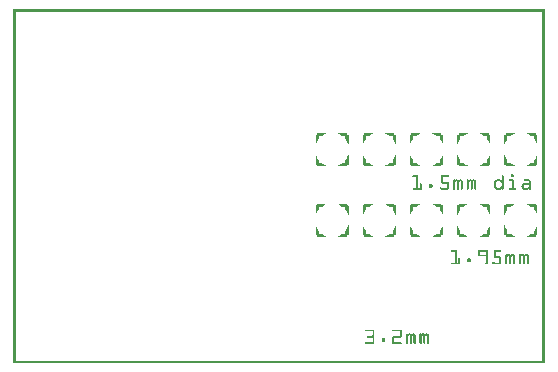
<source format=gto>
G04 MADE WITH FRITZING*
G04 WWW.FRITZING.ORG*
G04 DOUBLE SIDED*
G04 HOLES PLATED*
G04 CONTOUR ON CENTER OF CONTOUR VECTOR*
%ASAXBY*%
%FSLAX23Y23*%
%MOIN*%
%OFA0B0*%
%SFA1.0B1.0*%
%ADD10R,0.001000X0.001000*%
%LNSILK1*%
G90*
G70*
G54D10*
X0Y1181D02*
X1770Y1181D01*
X0Y1180D02*
X1770Y1180D01*
X0Y1179D02*
X1770Y1179D01*
X0Y1178D02*
X1770Y1178D01*
X0Y1177D02*
X1770Y1177D01*
X0Y1176D02*
X1770Y1176D01*
X0Y1175D02*
X1770Y1175D01*
X0Y1174D02*
X1770Y1174D01*
X0Y1173D02*
X7Y1173D01*
X1763Y1173D02*
X1770Y1173D01*
X0Y1172D02*
X7Y1172D01*
X1763Y1172D02*
X1770Y1172D01*
X0Y1171D02*
X7Y1171D01*
X1763Y1171D02*
X1770Y1171D01*
X0Y1170D02*
X7Y1170D01*
X1763Y1170D02*
X1770Y1170D01*
X0Y1169D02*
X7Y1169D01*
X1763Y1169D02*
X1770Y1169D01*
X0Y1168D02*
X7Y1168D01*
X1763Y1168D02*
X1770Y1168D01*
X0Y1167D02*
X7Y1167D01*
X1763Y1167D02*
X1770Y1167D01*
X0Y1166D02*
X7Y1166D01*
X1763Y1166D02*
X1770Y1166D01*
X0Y1165D02*
X7Y1165D01*
X1763Y1165D02*
X1770Y1165D01*
X0Y1164D02*
X7Y1164D01*
X1763Y1164D02*
X1770Y1164D01*
X0Y1163D02*
X7Y1163D01*
X1763Y1163D02*
X1770Y1163D01*
X0Y1162D02*
X7Y1162D01*
X1763Y1162D02*
X1770Y1162D01*
X0Y1161D02*
X7Y1161D01*
X1763Y1161D02*
X1770Y1161D01*
X0Y1160D02*
X7Y1160D01*
X1763Y1160D02*
X1770Y1160D01*
X0Y1159D02*
X7Y1159D01*
X1763Y1159D02*
X1770Y1159D01*
X0Y1158D02*
X7Y1158D01*
X1763Y1158D02*
X1770Y1158D01*
X0Y1157D02*
X7Y1157D01*
X1763Y1157D02*
X1770Y1157D01*
X0Y1156D02*
X7Y1156D01*
X1763Y1156D02*
X1770Y1156D01*
X0Y1155D02*
X7Y1155D01*
X1763Y1155D02*
X1770Y1155D01*
X0Y1154D02*
X7Y1154D01*
X1763Y1154D02*
X1770Y1154D01*
X0Y1153D02*
X7Y1153D01*
X1763Y1153D02*
X1770Y1153D01*
X0Y1152D02*
X7Y1152D01*
X1763Y1152D02*
X1770Y1152D01*
X0Y1151D02*
X7Y1151D01*
X1763Y1151D02*
X1770Y1151D01*
X0Y1150D02*
X7Y1150D01*
X1763Y1150D02*
X1770Y1150D01*
X0Y1149D02*
X7Y1149D01*
X1763Y1149D02*
X1770Y1149D01*
X0Y1148D02*
X7Y1148D01*
X1763Y1148D02*
X1770Y1148D01*
X0Y1147D02*
X7Y1147D01*
X1763Y1147D02*
X1770Y1147D01*
X0Y1146D02*
X7Y1146D01*
X1763Y1146D02*
X1770Y1146D01*
X0Y1145D02*
X7Y1145D01*
X1763Y1145D02*
X1770Y1145D01*
X0Y1144D02*
X7Y1144D01*
X1763Y1144D02*
X1770Y1144D01*
X0Y1143D02*
X7Y1143D01*
X1763Y1143D02*
X1770Y1143D01*
X0Y1142D02*
X7Y1142D01*
X1763Y1142D02*
X1770Y1142D01*
X0Y1141D02*
X7Y1141D01*
X1763Y1141D02*
X1770Y1141D01*
X0Y1140D02*
X7Y1140D01*
X1763Y1140D02*
X1770Y1140D01*
X0Y1139D02*
X7Y1139D01*
X1763Y1139D02*
X1770Y1139D01*
X0Y1138D02*
X7Y1138D01*
X1763Y1138D02*
X1770Y1138D01*
X0Y1137D02*
X7Y1137D01*
X1763Y1137D02*
X1770Y1137D01*
X0Y1136D02*
X7Y1136D01*
X1763Y1136D02*
X1770Y1136D01*
X0Y1135D02*
X7Y1135D01*
X1763Y1135D02*
X1770Y1135D01*
X0Y1134D02*
X7Y1134D01*
X1763Y1134D02*
X1770Y1134D01*
X0Y1133D02*
X7Y1133D01*
X1763Y1133D02*
X1770Y1133D01*
X0Y1132D02*
X7Y1132D01*
X1763Y1132D02*
X1770Y1132D01*
X0Y1131D02*
X7Y1131D01*
X1763Y1131D02*
X1770Y1131D01*
X0Y1130D02*
X7Y1130D01*
X1763Y1130D02*
X1770Y1130D01*
X0Y1129D02*
X7Y1129D01*
X1763Y1129D02*
X1770Y1129D01*
X0Y1128D02*
X7Y1128D01*
X1763Y1128D02*
X1770Y1128D01*
X0Y1127D02*
X7Y1127D01*
X1763Y1127D02*
X1770Y1127D01*
X0Y1126D02*
X7Y1126D01*
X1763Y1126D02*
X1770Y1126D01*
X0Y1125D02*
X7Y1125D01*
X1763Y1125D02*
X1770Y1125D01*
X0Y1124D02*
X7Y1124D01*
X1763Y1124D02*
X1770Y1124D01*
X0Y1123D02*
X7Y1123D01*
X1763Y1123D02*
X1770Y1123D01*
X0Y1122D02*
X7Y1122D01*
X1763Y1122D02*
X1770Y1122D01*
X0Y1121D02*
X7Y1121D01*
X1763Y1121D02*
X1770Y1121D01*
X0Y1120D02*
X7Y1120D01*
X1763Y1120D02*
X1770Y1120D01*
X0Y1119D02*
X7Y1119D01*
X1763Y1119D02*
X1770Y1119D01*
X0Y1118D02*
X7Y1118D01*
X1763Y1118D02*
X1770Y1118D01*
X0Y1117D02*
X7Y1117D01*
X1763Y1117D02*
X1770Y1117D01*
X0Y1116D02*
X7Y1116D01*
X1763Y1116D02*
X1770Y1116D01*
X0Y1115D02*
X7Y1115D01*
X1763Y1115D02*
X1770Y1115D01*
X0Y1114D02*
X7Y1114D01*
X1763Y1114D02*
X1770Y1114D01*
X0Y1113D02*
X7Y1113D01*
X1763Y1113D02*
X1770Y1113D01*
X0Y1112D02*
X7Y1112D01*
X1763Y1112D02*
X1770Y1112D01*
X0Y1111D02*
X7Y1111D01*
X1763Y1111D02*
X1770Y1111D01*
X0Y1110D02*
X7Y1110D01*
X1763Y1110D02*
X1770Y1110D01*
X0Y1109D02*
X7Y1109D01*
X1763Y1109D02*
X1770Y1109D01*
X0Y1108D02*
X7Y1108D01*
X1763Y1108D02*
X1770Y1108D01*
X0Y1107D02*
X7Y1107D01*
X1763Y1107D02*
X1770Y1107D01*
X0Y1106D02*
X7Y1106D01*
X1763Y1106D02*
X1770Y1106D01*
X0Y1105D02*
X7Y1105D01*
X1763Y1105D02*
X1770Y1105D01*
X0Y1104D02*
X7Y1104D01*
X1763Y1104D02*
X1770Y1104D01*
X0Y1103D02*
X7Y1103D01*
X1763Y1103D02*
X1770Y1103D01*
X0Y1102D02*
X7Y1102D01*
X1763Y1102D02*
X1770Y1102D01*
X0Y1101D02*
X7Y1101D01*
X1763Y1101D02*
X1770Y1101D01*
X0Y1100D02*
X7Y1100D01*
X1763Y1100D02*
X1770Y1100D01*
X0Y1099D02*
X7Y1099D01*
X1763Y1099D02*
X1770Y1099D01*
X0Y1098D02*
X7Y1098D01*
X1763Y1098D02*
X1770Y1098D01*
X0Y1097D02*
X7Y1097D01*
X1763Y1097D02*
X1770Y1097D01*
X0Y1096D02*
X7Y1096D01*
X1763Y1096D02*
X1770Y1096D01*
X0Y1095D02*
X7Y1095D01*
X1763Y1095D02*
X1770Y1095D01*
X0Y1094D02*
X7Y1094D01*
X1763Y1094D02*
X1770Y1094D01*
X0Y1093D02*
X7Y1093D01*
X1763Y1093D02*
X1770Y1093D01*
X0Y1092D02*
X7Y1092D01*
X1763Y1092D02*
X1770Y1092D01*
X0Y1091D02*
X7Y1091D01*
X1763Y1091D02*
X1770Y1091D01*
X0Y1090D02*
X7Y1090D01*
X1763Y1090D02*
X1770Y1090D01*
X0Y1089D02*
X7Y1089D01*
X1763Y1089D02*
X1770Y1089D01*
X0Y1088D02*
X7Y1088D01*
X1763Y1088D02*
X1770Y1088D01*
X0Y1087D02*
X7Y1087D01*
X1763Y1087D02*
X1770Y1087D01*
X0Y1086D02*
X7Y1086D01*
X1763Y1086D02*
X1770Y1086D01*
X0Y1085D02*
X7Y1085D01*
X1763Y1085D02*
X1770Y1085D01*
X0Y1084D02*
X7Y1084D01*
X1763Y1084D02*
X1770Y1084D01*
X0Y1083D02*
X7Y1083D01*
X1763Y1083D02*
X1770Y1083D01*
X0Y1082D02*
X7Y1082D01*
X1763Y1082D02*
X1770Y1082D01*
X0Y1081D02*
X7Y1081D01*
X1763Y1081D02*
X1770Y1081D01*
X0Y1080D02*
X7Y1080D01*
X1763Y1080D02*
X1770Y1080D01*
X0Y1079D02*
X7Y1079D01*
X1763Y1079D02*
X1770Y1079D01*
X0Y1078D02*
X7Y1078D01*
X1763Y1078D02*
X1770Y1078D01*
X0Y1077D02*
X7Y1077D01*
X1763Y1077D02*
X1770Y1077D01*
X0Y1076D02*
X7Y1076D01*
X1763Y1076D02*
X1770Y1076D01*
X0Y1075D02*
X7Y1075D01*
X1763Y1075D02*
X1770Y1075D01*
X0Y1074D02*
X7Y1074D01*
X1763Y1074D02*
X1770Y1074D01*
X0Y1073D02*
X7Y1073D01*
X1763Y1073D02*
X1770Y1073D01*
X0Y1072D02*
X7Y1072D01*
X1763Y1072D02*
X1770Y1072D01*
X0Y1071D02*
X7Y1071D01*
X1763Y1071D02*
X1770Y1071D01*
X0Y1070D02*
X7Y1070D01*
X1763Y1070D02*
X1770Y1070D01*
X0Y1069D02*
X7Y1069D01*
X1763Y1069D02*
X1770Y1069D01*
X0Y1068D02*
X7Y1068D01*
X1763Y1068D02*
X1770Y1068D01*
X0Y1067D02*
X7Y1067D01*
X1763Y1067D02*
X1770Y1067D01*
X0Y1066D02*
X7Y1066D01*
X1763Y1066D02*
X1770Y1066D01*
X0Y1065D02*
X7Y1065D01*
X1763Y1065D02*
X1770Y1065D01*
X0Y1064D02*
X7Y1064D01*
X1763Y1064D02*
X1770Y1064D01*
X0Y1063D02*
X7Y1063D01*
X1763Y1063D02*
X1770Y1063D01*
X0Y1062D02*
X7Y1062D01*
X1763Y1062D02*
X1770Y1062D01*
X0Y1061D02*
X7Y1061D01*
X1763Y1061D02*
X1770Y1061D01*
X0Y1060D02*
X7Y1060D01*
X1763Y1060D02*
X1770Y1060D01*
X0Y1059D02*
X7Y1059D01*
X1763Y1059D02*
X1770Y1059D01*
X0Y1058D02*
X7Y1058D01*
X1763Y1058D02*
X1770Y1058D01*
X0Y1057D02*
X7Y1057D01*
X1763Y1057D02*
X1770Y1057D01*
X0Y1056D02*
X7Y1056D01*
X1763Y1056D02*
X1770Y1056D01*
X0Y1055D02*
X7Y1055D01*
X1763Y1055D02*
X1770Y1055D01*
X0Y1054D02*
X7Y1054D01*
X1763Y1054D02*
X1770Y1054D01*
X0Y1053D02*
X7Y1053D01*
X1763Y1053D02*
X1770Y1053D01*
X0Y1052D02*
X7Y1052D01*
X1763Y1052D02*
X1770Y1052D01*
X0Y1051D02*
X7Y1051D01*
X1763Y1051D02*
X1770Y1051D01*
X0Y1050D02*
X7Y1050D01*
X1763Y1050D02*
X1770Y1050D01*
X0Y1049D02*
X7Y1049D01*
X1763Y1049D02*
X1770Y1049D01*
X0Y1048D02*
X7Y1048D01*
X1763Y1048D02*
X1770Y1048D01*
X0Y1047D02*
X7Y1047D01*
X1763Y1047D02*
X1770Y1047D01*
X0Y1046D02*
X7Y1046D01*
X1763Y1046D02*
X1770Y1046D01*
X0Y1045D02*
X7Y1045D01*
X1763Y1045D02*
X1770Y1045D01*
X0Y1044D02*
X7Y1044D01*
X1763Y1044D02*
X1770Y1044D01*
X0Y1043D02*
X7Y1043D01*
X1763Y1043D02*
X1770Y1043D01*
X0Y1042D02*
X7Y1042D01*
X1763Y1042D02*
X1770Y1042D01*
X0Y1041D02*
X7Y1041D01*
X1763Y1041D02*
X1770Y1041D01*
X0Y1040D02*
X7Y1040D01*
X1763Y1040D02*
X1770Y1040D01*
X0Y1039D02*
X7Y1039D01*
X1763Y1039D02*
X1770Y1039D01*
X0Y1038D02*
X7Y1038D01*
X1763Y1038D02*
X1770Y1038D01*
X0Y1037D02*
X7Y1037D01*
X1763Y1037D02*
X1770Y1037D01*
X0Y1036D02*
X7Y1036D01*
X1763Y1036D02*
X1770Y1036D01*
X0Y1035D02*
X7Y1035D01*
X1763Y1035D02*
X1770Y1035D01*
X0Y1034D02*
X7Y1034D01*
X1763Y1034D02*
X1770Y1034D01*
X0Y1033D02*
X7Y1033D01*
X1763Y1033D02*
X1770Y1033D01*
X0Y1032D02*
X7Y1032D01*
X1763Y1032D02*
X1770Y1032D01*
X0Y1031D02*
X7Y1031D01*
X1763Y1031D02*
X1770Y1031D01*
X0Y1030D02*
X7Y1030D01*
X1763Y1030D02*
X1770Y1030D01*
X0Y1029D02*
X7Y1029D01*
X1763Y1029D02*
X1770Y1029D01*
X0Y1028D02*
X7Y1028D01*
X1763Y1028D02*
X1770Y1028D01*
X0Y1027D02*
X7Y1027D01*
X1763Y1027D02*
X1770Y1027D01*
X0Y1026D02*
X7Y1026D01*
X1763Y1026D02*
X1770Y1026D01*
X0Y1025D02*
X7Y1025D01*
X1763Y1025D02*
X1770Y1025D01*
X0Y1024D02*
X7Y1024D01*
X1763Y1024D02*
X1770Y1024D01*
X0Y1023D02*
X7Y1023D01*
X1763Y1023D02*
X1770Y1023D01*
X0Y1022D02*
X7Y1022D01*
X1763Y1022D02*
X1770Y1022D01*
X0Y1021D02*
X7Y1021D01*
X1763Y1021D02*
X1770Y1021D01*
X0Y1020D02*
X7Y1020D01*
X1763Y1020D02*
X1770Y1020D01*
X0Y1019D02*
X7Y1019D01*
X1763Y1019D02*
X1770Y1019D01*
X0Y1018D02*
X7Y1018D01*
X1763Y1018D02*
X1770Y1018D01*
X0Y1017D02*
X7Y1017D01*
X1763Y1017D02*
X1770Y1017D01*
X0Y1016D02*
X7Y1016D01*
X1763Y1016D02*
X1770Y1016D01*
X0Y1015D02*
X7Y1015D01*
X1763Y1015D02*
X1770Y1015D01*
X0Y1014D02*
X7Y1014D01*
X1763Y1014D02*
X1770Y1014D01*
X0Y1013D02*
X7Y1013D01*
X1763Y1013D02*
X1770Y1013D01*
X0Y1012D02*
X7Y1012D01*
X1763Y1012D02*
X1770Y1012D01*
X0Y1011D02*
X7Y1011D01*
X1763Y1011D02*
X1770Y1011D01*
X0Y1010D02*
X7Y1010D01*
X1763Y1010D02*
X1770Y1010D01*
X0Y1009D02*
X7Y1009D01*
X1763Y1009D02*
X1770Y1009D01*
X0Y1008D02*
X7Y1008D01*
X1763Y1008D02*
X1770Y1008D01*
X0Y1007D02*
X7Y1007D01*
X1763Y1007D02*
X1770Y1007D01*
X0Y1006D02*
X7Y1006D01*
X1763Y1006D02*
X1770Y1006D01*
X0Y1005D02*
X7Y1005D01*
X1763Y1005D02*
X1770Y1005D01*
X0Y1004D02*
X7Y1004D01*
X1763Y1004D02*
X1770Y1004D01*
X0Y1003D02*
X7Y1003D01*
X1763Y1003D02*
X1770Y1003D01*
X0Y1002D02*
X7Y1002D01*
X1763Y1002D02*
X1770Y1002D01*
X0Y1001D02*
X7Y1001D01*
X1763Y1001D02*
X1770Y1001D01*
X0Y1000D02*
X7Y1000D01*
X1763Y1000D02*
X1770Y1000D01*
X0Y999D02*
X7Y999D01*
X1763Y999D02*
X1770Y999D01*
X0Y998D02*
X7Y998D01*
X1763Y998D02*
X1770Y998D01*
X0Y997D02*
X7Y997D01*
X1763Y997D02*
X1770Y997D01*
X0Y996D02*
X7Y996D01*
X1763Y996D02*
X1770Y996D01*
X0Y995D02*
X7Y995D01*
X1763Y995D02*
X1770Y995D01*
X0Y994D02*
X7Y994D01*
X1763Y994D02*
X1770Y994D01*
X0Y993D02*
X7Y993D01*
X1763Y993D02*
X1770Y993D01*
X0Y992D02*
X7Y992D01*
X1763Y992D02*
X1770Y992D01*
X0Y991D02*
X7Y991D01*
X1763Y991D02*
X1770Y991D01*
X0Y990D02*
X7Y990D01*
X1763Y990D02*
X1770Y990D01*
X0Y989D02*
X7Y989D01*
X1763Y989D02*
X1770Y989D01*
X0Y988D02*
X7Y988D01*
X1763Y988D02*
X1770Y988D01*
X0Y987D02*
X7Y987D01*
X1763Y987D02*
X1770Y987D01*
X0Y986D02*
X7Y986D01*
X1763Y986D02*
X1770Y986D01*
X0Y985D02*
X7Y985D01*
X1763Y985D02*
X1770Y985D01*
X0Y984D02*
X7Y984D01*
X1763Y984D02*
X1770Y984D01*
X0Y983D02*
X7Y983D01*
X1763Y983D02*
X1770Y983D01*
X0Y982D02*
X7Y982D01*
X1763Y982D02*
X1770Y982D01*
X0Y981D02*
X7Y981D01*
X1763Y981D02*
X1770Y981D01*
X0Y980D02*
X7Y980D01*
X1763Y980D02*
X1770Y980D01*
X0Y979D02*
X7Y979D01*
X1763Y979D02*
X1770Y979D01*
X0Y978D02*
X7Y978D01*
X1763Y978D02*
X1770Y978D01*
X0Y977D02*
X7Y977D01*
X1763Y977D02*
X1770Y977D01*
X0Y976D02*
X7Y976D01*
X1763Y976D02*
X1770Y976D01*
X0Y975D02*
X7Y975D01*
X1763Y975D02*
X1770Y975D01*
X0Y974D02*
X7Y974D01*
X1763Y974D02*
X1770Y974D01*
X0Y973D02*
X7Y973D01*
X1763Y973D02*
X1770Y973D01*
X0Y972D02*
X7Y972D01*
X1763Y972D02*
X1770Y972D01*
X0Y971D02*
X7Y971D01*
X1763Y971D02*
X1770Y971D01*
X0Y970D02*
X7Y970D01*
X1763Y970D02*
X1770Y970D01*
X0Y969D02*
X7Y969D01*
X1763Y969D02*
X1770Y969D01*
X0Y968D02*
X7Y968D01*
X1763Y968D02*
X1770Y968D01*
X0Y967D02*
X7Y967D01*
X1763Y967D02*
X1770Y967D01*
X0Y966D02*
X7Y966D01*
X1763Y966D02*
X1770Y966D01*
X0Y965D02*
X7Y965D01*
X1763Y965D02*
X1770Y965D01*
X0Y964D02*
X7Y964D01*
X1763Y964D02*
X1770Y964D01*
X0Y963D02*
X7Y963D01*
X1763Y963D02*
X1770Y963D01*
X0Y962D02*
X7Y962D01*
X1763Y962D02*
X1770Y962D01*
X0Y961D02*
X7Y961D01*
X1763Y961D02*
X1770Y961D01*
X0Y960D02*
X7Y960D01*
X1763Y960D02*
X1770Y960D01*
X0Y959D02*
X7Y959D01*
X1763Y959D02*
X1770Y959D01*
X0Y958D02*
X7Y958D01*
X1763Y958D02*
X1770Y958D01*
X0Y957D02*
X7Y957D01*
X1763Y957D02*
X1770Y957D01*
X0Y956D02*
X7Y956D01*
X1763Y956D02*
X1770Y956D01*
X0Y955D02*
X7Y955D01*
X1763Y955D02*
X1770Y955D01*
X0Y954D02*
X7Y954D01*
X1763Y954D02*
X1770Y954D01*
X0Y953D02*
X7Y953D01*
X1763Y953D02*
X1770Y953D01*
X0Y952D02*
X7Y952D01*
X1763Y952D02*
X1770Y952D01*
X0Y951D02*
X7Y951D01*
X1763Y951D02*
X1770Y951D01*
X0Y950D02*
X7Y950D01*
X1763Y950D02*
X1770Y950D01*
X0Y949D02*
X7Y949D01*
X1763Y949D02*
X1770Y949D01*
X0Y948D02*
X7Y948D01*
X1763Y948D02*
X1770Y948D01*
X0Y947D02*
X7Y947D01*
X1763Y947D02*
X1770Y947D01*
X0Y946D02*
X7Y946D01*
X1763Y946D02*
X1770Y946D01*
X0Y945D02*
X7Y945D01*
X1763Y945D02*
X1770Y945D01*
X0Y944D02*
X7Y944D01*
X1763Y944D02*
X1770Y944D01*
X0Y943D02*
X7Y943D01*
X1763Y943D02*
X1770Y943D01*
X0Y942D02*
X7Y942D01*
X1763Y942D02*
X1770Y942D01*
X0Y941D02*
X7Y941D01*
X1763Y941D02*
X1770Y941D01*
X0Y940D02*
X7Y940D01*
X1763Y940D02*
X1770Y940D01*
X0Y939D02*
X7Y939D01*
X1763Y939D02*
X1770Y939D01*
X0Y938D02*
X7Y938D01*
X1763Y938D02*
X1770Y938D01*
X0Y937D02*
X7Y937D01*
X1763Y937D02*
X1770Y937D01*
X0Y936D02*
X7Y936D01*
X1763Y936D02*
X1770Y936D01*
X0Y935D02*
X7Y935D01*
X1763Y935D02*
X1770Y935D01*
X0Y934D02*
X7Y934D01*
X1763Y934D02*
X1770Y934D01*
X0Y933D02*
X7Y933D01*
X1763Y933D02*
X1770Y933D01*
X0Y932D02*
X7Y932D01*
X1763Y932D02*
X1770Y932D01*
X0Y931D02*
X7Y931D01*
X1763Y931D02*
X1770Y931D01*
X0Y930D02*
X7Y930D01*
X1763Y930D02*
X1770Y930D01*
X0Y929D02*
X7Y929D01*
X1763Y929D02*
X1770Y929D01*
X0Y928D02*
X7Y928D01*
X1763Y928D02*
X1770Y928D01*
X0Y927D02*
X7Y927D01*
X1763Y927D02*
X1770Y927D01*
X0Y926D02*
X7Y926D01*
X1763Y926D02*
X1770Y926D01*
X0Y925D02*
X7Y925D01*
X1763Y925D02*
X1770Y925D01*
X0Y924D02*
X7Y924D01*
X1763Y924D02*
X1770Y924D01*
X0Y923D02*
X7Y923D01*
X1763Y923D02*
X1770Y923D01*
X0Y922D02*
X7Y922D01*
X1763Y922D02*
X1770Y922D01*
X0Y921D02*
X7Y921D01*
X1763Y921D02*
X1770Y921D01*
X0Y920D02*
X7Y920D01*
X1763Y920D02*
X1770Y920D01*
X0Y919D02*
X7Y919D01*
X1763Y919D02*
X1770Y919D01*
X0Y918D02*
X7Y918D01*
X1763Y918D02*
X1770Y918D01*
X0Y917D02*
X7Y917D01*
X1763Y917D02*
X1770Y917D01*
X0Y916D02*
X7Y916D01*
X1763Y916D02*
X1770Y916D01*
X0Y915D02*
X7Y915D01*
X1763Y915D02*
X1770Y915D01*
X0Y914D02*
X7Y914D01*
X1763Y914D02*
X1770Y914D01*
X0Y913D02*
X7Y913D01*
X1763Y913D02*
X1770Y913D01*
X0Y912D02*
X7Y912D01*
X1763Y912D02*
X1770Y912D01*
X0Y911D02*
X7Y911D01*
X1763Y911D02*
X1770Y911D01*
X0Y910D02*
X7Y910D01*
X1763Y910D02*
X1770Y910D01*
X0Y909D02*
X7Y909D01*
X1763Y909D02*
X1770Y909D01*
X0Y908D02*
X7Y908D01*
X1763Y908D02*
X1770Y908D01*
X0Y907D02*
X7Y907D01*
X1763Y907D02*
X1770Y907D01*
X0Y906D02*
X7Y906D01*
X1763Y906D02*
X1770Y906D01*
X0Y905D02*
X7Y905D01*
X1763Y905D02*
X1770Y905D01*
X0Y904D02*
X7Y904D01*
X1763Y904D02*
X1770Y904D01*
X0Y903D02*
X7Y903D01*
X1763Y903D02*
X1770Y903D01*
X0Y902D02*
X7Y902D01*
X1763Y902D02*
X1770Y902D01*
X0Y901D02*
X7Y901D01*
X1763Y901D02*
X1770Y901D01*
X0Y900D02*
X7Y900D01*
X1763Y900D02*
X1770Y900D01*
X0Y899D02*
X7Y899D01*
X1763Y899D02*
X1770Y899D01*
X0Y898D02*
X7Y898D01*
X1763Y898D02*
X1770Y898D01*
X0Y897D02*
X7Y897D01*
X1763Y897D02*
X1770Y897D01*
X0Y896D02*
X7Y896D01*
X1763Y896D02*
X1770Y896D01*
X0Y895D02*
X7Y895D01*
X1763Y895D02*
X1770Y895D01*
X0Y894D02*
X7Y894D01*
X1763Y894D02*
X1770Y894D01*
X0Y893D02*
X7Y893D01*
X1763Y893D02*
X1770Y893D01*
X0Y892D02*
X7Y892D01*
X1763Y892D02*
X1770Y892D01*
X0Y891D02*
X7Y891D01*
X1763Y891D02*
X1770Y891D01*
X0Y890D02*
X7Y890D01*
X1763Y890D02*
X1770Y890D01*
X0Y889D02*
X7Y889D01*
X1763Y889D02*
X1770Y889D01*
X0Y888D02*
X7Y888D01*
X1763Y888D02*
X1770Y888D01*
X0Y887D02*
X7Y887D01*
X1763Y887D02*
X1770Y887D01*
X0Y886D02*
X7Y886D01*
X1763Y886D02*
X1770Y886D01*
X0Y885D02*
X7Y885D01*
X1763Y885D02*
X1770Y885D01*
X0Y884D02*
X7Y884D01*
X1763Y884D02*
X1770Y884D01*
X0Y883D02*
X7Y883D01*
X1763Y883D02*
X1770Y883D01*
X0Y882D02*
X7Y882D01*
X1763Y882D02*
X1770Y882D01*
X0Y881D02*
X7Y881D01*
X1763Y881D02*
X1770Y881D01*
X0Y880D02*
X7Y880D01*
X1763Y880D02*
X1770Y880D01*
X0Y879D02*
X7Y879D01*
X1763Y879D02*
X1770Y879D01*
X0Y878D02*
X7Y878D01*
X1763Y878D02*
X1770Y878D01*
X0Y877D02*
X7Y877D01*
X1763Y877D02*
X1770Y877D01*
X0Y876D02*
X7Y876D01*
X1763Y876D02*
X1770Y876D01*
X0Y875D02*
X7Y875D01*
X1763Y875D02*
X1770Y875D01*
X0Y874D02*
X7Y874D01*
X1763Y874D02*
X1770Y874D01*
X0Y873D02*
X7Y873D01*
X1763Y873D02*
X1770Y873D01*
X0Y872D02*
X7Y872D01*
X1763Y872D02*
X1770Y872D01*
X0Y871D02*
X7Y871D01*
X1763Y871D02*
X1770Y871D01*
X0Y870D02*
X7Y870D01*
X1763Y870D02*
X1770Y870D01*
X0Y869D02*
X7Y869D01*
X1763Y869D02*
X1770Y869D01*
X0Y868D02*
X7Y868D01*
X1763Y868D02*
X1770Y868D01*
X0Y867D02*
X7Y867D01*
X1763Y867D02*
X1770Y867D01*
X0Y866D02*
X7Y866D01*
X1763Y866D02*
X1770Y866D01*
X0Y865D02*
X7Y865D01*
X1763Y865D02*
X1770Y865D01*
X0Y864D02*
X7Y864D01*
X1763Y864D02*
X1770Y864D01*
X0Y863D02*
X7Y863D01*
X1763Y863D02*
X1770Y863D01*
X0Y862D02*
X7Y862D01*
X1763Y862D02*
X1770Y862D01*
X0Y861D02*
X7Y861D01*
X1763Y861D02*
X1770Y861D01*
X0Y860D02*
X7Y860D01*
X1763Y860D02*
X1770Y860D01*
X0Y859D02*
X7Y859D01*
X1763Y859D02*
X1770Y859D01*
X0Y858D02*
X7Y858D01*
X1763Y858D02*
X1770Y858D01*
X0Y857D02*
X7Y857D01*
X1763Y857D02*
X1770Y857D01*
X0Y856D02*
X7Y856D01*
X1763Y856D02*
X1770Y856D01*
X0Y855D02*
X7Y855D01*
X1763Y855D02*
X1770Y855D01*
X0Y854D02*
X7Y854D01*
X1763Y854D02*
X1770Y854D01*
X0Y853D02*
X7Y853D01*
X1763Y853D02*
X1770Y853D01*
X0Y852D02*
X7Y852D01*
X1763Y852D02*
X1770Y852D01*
X0Y851D02*
X7Y851D01*
X1763Y851D02*
X1770Y851D01*
X0Y850D02*
X7Y850D01*
X1763Y850D02*
X1770Y850D01*
X0Y849D02*
X7Y849D01*
X1763Y849D02*
X1770Y849D01*
X0Y848D02*
X7Y848D01*
X1763Y848D02*
X1770Y848D01*
X0Y847D02*
X7Y847D01*
X1763Y847D02*
X1770Y847D01*
X0Y846D02*
X7Y846D01*
X1763Y846D02*
X1770Y846D01*
X0Y845D02*
X7Y845D01*
X1763Y845D02*
X1770Y845D01*
X0Y844D02*
X7Y844D01*
X1763Y844D02*
X1770Y844D01*
X0Y843D02*
X7Y843D01*
X1763Y843D02*
X1770Y843D01*
X0Y842D02*
X7Y842D01*
X1763Y842D02*
X1770Y842D01*
X0Y841D02*
X7Y841D01*
X1763Y841D02*
X1770Y841D01*
X0Y840D02*
X7Y840D01*
X1763Y840D02*
X1770Y840D01*
X0Y839D02*
X7Y839D01*
X1763Y839D02*
X1770Y839D01*
X0Y838D02*
X7Y838D01*
X1763Y838D02*
X1770Y838D01*
X0Y837D02*
X7Y837D01*
X1763Y837D02*
X1770Y837D01*
X0Y836D02*
X7Y836D01*
X1763Y836D02*
X1770Y836D01*
X0Y835D02*
X7Y835D01*
X1763Y835D02*
X1770Y835D01*
X0Y834D02*
X7Y834D01*
X1763Y834D02*
X1770Y834D01*
X0Y833D02*
X7Y833D01*
X1763Y833D02*
X1770Y833D01*
X0Y832D02*
X7Y832D01*
X1763Y832D02*
X1770Y832D01*
X0Y831D02*
X7Y831D01*
X1763Y831D02*
X1770Y831D01*
X0Y830D02*
X7Y830D01*
X1763Y830D02*
X1770Y830D01*
X0Y829D02*
X7Y829D01*
X1763Y829D02*
X1770Y829D01*
X0Y828D02*
X7Y828D01*
X1763Y828D02*
X1770Y828D01*
X0Y827D02*
X7Y827D01*
X1763Y827D02*
X1770Y827D01*
X0Y826D02*
X7Y826D01*
X1763Y826D02*
X1770Y826D01*
X0Y825D02*
X7Y825D01*
X1763Y825D02*
X1770Y825D01*
X0Y824D02*
X7Y824D01*
X1763Y824D02*
X1770Y824D01*
X0Y823D02*
X7Y823D01*
X1763Y823D02*
X1770Y823D01*
X0Y822D02*
X7Y822D01*
X1763Y822D02*
X1770Y822D01*
X0Y821D02*
X7Y821D01*
X1763Y821D02*
X1770Y821D01*
X0Y820D02*
X7Y820D01*
X1763Y820D02*
X1770Y820D01*
X0Y819D02*
X7Y819D01*
X1763Y819D02*
X1770Y819D01*
X0Y818D02*
X7Y818D01*
X1763Y818D02*
X1770Y818D01*
X0Y817D02*
X7Y817D01*
X1763Y817D02*
X1770Y817D01*
X0Y816D02*
X7Y816D01*
X1763Y816D02*
X1770Y816D01*
X0Y815D02*
X7Y815D01*
X1763Y815D02*
X1770Y815D01*
X0Y814D02*
X7Y814D01*
X1763Y814D02*
X1770Y814D01*
X0Y813D02*
X7Y813D01*
X1763Y813D02*
X1770Y813D01*
X0Y812D02*
X7Y812D01*
X1763Y812D02*
X1770Y812D01*
X0Y811D02*
X7Y811D01*
X1763Y811D02*
X1770Y811D01*
X0Y810D02*
X7Y810D01*
X1763Y810D02*
X1770Y810D01*
X0Y809D02*
X7Y809D01*
X1763Y809D02*
X1770Y809D01*
X0Y808D02*
X7Y808D01*
X1763Y808D02*
X1770Y808D01*
X0Y807D02*
X7Y807D01*
X1763Y807D02*
X1770Y807D01*
X0Y806D02*
X7Y806D01*
X1763Y806D02*
X1770Y806D01*
X0Y805D02*
X7Y805D01*
X1763Y805D02*
X1770Y805D01*
X0Y804D02*
X7Y804D01*
X1763Y804D02*
X1770Y804D01*
X0Y803D02*
X7Y803D01*
X1763Y803D02*
X1770Y803D01*
X0Y802D02*
X7Y802D01*
X1763Y802D02*
X1770Y802D01*
X0Y801D02*
X7Y801D01*
X1763Y801D02*
X1770Y801D01*
X0Y800D02*
X7Y800D01*
X1763Y800D02*
X1770Y800D01*
X0Y799D02*
X7Y799D01*
X1763Y799D02*
X1770Y799D01*
X0Y798D02*
X7Y798D01*
X1763Y798D02*
X1770Y798D01*
X0Y797D02*
X7Y797D01*
X1763Y797D02*
X1770Y797D01*
X0Y796D02*
X7Y796D01*
X1763Y796D02*
X1770Y796D01*
X0Y795D02*
X7Y795D01*
X1763Y795D02*
X1770Y795D01*
X0Y794D02*
X7Y794D01*
X1763Y794D02*
X1770Y794D01*
X0Y793D02*
X7Y793D01*
X1763Y793D02*
X1770Y793D01*
X0Y792D02*
X7Y792D01*
X1763Y792D02*
X1770Y792D01*
X0Y791D02*
X7Y791D01*
X1763Y791D02*
X1770Y791D01*
X0Y790D02*
X7Y790D01*
X1763Y790D02*
X1770Y790D01*
X0Y789D02*
X7Y789D01*
X1763Y789D02*
X1770Y789D01*
X0Y788D02*
X7Y788D01*
X1763Y788D02*
X1770Y788D01*
X0Y787D02*
X7Y787D01*
X1763Y787D02*
X1770Y787D01*
X0Y786D02*
X7Y786D01*
X1763Y786D02*
X1770Y786D01*
X0Y785D02*
X7Y785D01*
X1763Y785D02*
X1770Y785D01*
X0Y784D02*
X7Y784D01*
X1763Y784D02*
X1770Y784D01*
X0Y783D02*
X7Y783D01*
X1763Y783D02*
X1770Y783D01*
X0Y782D02*
X7Y782D01*
X1763Y782D02*
X1770Y782D01*
X0Y781D02*
X7Y781D01*
X1763Y781D02*
X1770Y781D01*
X0Y780D02*
X7Y780D01*
X1763Y780D02*
X1770Y780D01*
X0Y779D02*
X7Y779D01*
X1763Y779D02*
X1770Y779D01*
X0Y778D02*
X7Y778D01*
X1763Y778D02*
X1770Y778D01*
X0Y777D02*
X7Y777D01*
X1763Y777D02*
X1770Y777D01*
X0Y776D02*
X7Y776D01*
X1763Y776D02*
X1770Y776D01*
X0Y775D02*
X7Y775D01*
X1763Y775D02*
X1770Y775D01*
X0Y774D02*
X7Y774D01*
X1763Y774D02*
X1770Y774D01*
X0Y773D02*
X7Y773D01*
X1763Y773D02*
X1770Y773D01*
X0Y772D02*
X7Y772D01*
X1763Y772D02*
X1770Y772D01*
X0Y771D02*
X7Y771D01*
X1763Y771D02*
X1770Y771D01*
X0Y770D02*
X7Y770D01*
X1763Y770D02*
X1770Y770D01*
X0Y769D02*
X7Y769D01*
X1763Y769D02*
X1770Y769D01*
X0Y768D02*
X7Y768D01*
X1013Y768D02*
X1044Y768D01*
X1080Y768D02*
X1111Y768D01*
X1170Y768D02*
X1201Y768D01*
X1238Y768D02*
X1269Y768D01*
X1327Y768D02*
X1359Y768D01*
X1395Y768D02*
X1426Y768D01*
X1485Y768D02*
X1516Y768D01*
X1552Y768D02*
X1584Y768D01*
X1642Y768D02*
X1674Y768D01*
X1710Y768D02*
X1741Y768D01*
X1763Y768D02*
X1770Y768D01*
X0Y767D02*
X7Y767D01*
X1013Y767D02*
X1041Y767D01*
X1083Y767D02*
X1112Y767D01*
X1170Y767D02*
X1199Y767D01*
X1240Y767D02*
X1269Y767D01*
X1327Y767D02*
X1356Y767D01*
X1397Y767D02*
X1426Y767D01*
X1485Y767D02*
X1514Y767D01*
X1555Y767D02*
X1584Y767D01*
X1642Y767D02*
X1671Y767D01*
X1712Y767D02*
X1741Y767D01*
X1763Y767D02*
X1770Y767D01*
X0Y766D02*
X7Y766D01*
X1013Y766D02*
X1039Y766D01*
X1085Y766D02*
X1112Y766D01*
X1170Y766D02*
X1197Y766D01*
X1242Y766D02*
X1269Y766D01*
X1327Y766D02*
X1354Y766D01*
X1400Y766D02*
X1426Y766D01*
X1485Y766D02*
X1512Y766D01*
X1557Y766D02*
X1584Y766D01*
X1642Y766D02*
X1669Y766D01*
X1714Y766D02*
X1741Y766D01*
X1763Y766D02*
X1770Y766D01*
X0Y765D02*
X7Y765D01*
X1013Y765D02*
X1037Y765D01*
X1087Y765D02*
X1112Y765D01*
X1170Y765D02*
X1195Y765D01*
X1244Y765D02*
X1269Y765D01*
X1327Y765D02*
X1352Y765D01*
X1401Y765D02*
X1426Y765D01*
X1485Y765D02*
X1510Y765D01*
X1559Y765D02*
X1584Y765D01*
X1642Y765D02*
X1667Y765D01*
X1716Y765D02*
X1741Y765D01*
X1763Y765D02*
X1770Y765D01*
X0Y764D02*
X7Y764D01*
X1013Y764D02*
X1036Y764D01*
X1088Y764D02*
X1112Y764D01*
X1170Y764D02*
X1193Y764D01*
X1246Y764D02*
X1269Y764D01*
X1327Y764D02*
X1350Y764D01*
X1403Y764D02*
X1426Y764D01*
X1485Y764D02*
X1508Y764D01*
X1561Y764D02*
X1584Y764D01*
X1642Y764D02*
X1665Y764D01*
X1718Y764D02*
X1741Y764D01*
X1763Y764D02*
X1770Y764D01*
X0Y763D02*
X7Y763D01*
X1008Y763D02*
X1034Y763D01*
X1090Y763D02*
X1116Y763D01*
X1165Y763D02*
X1191Y763D01*
X1247Y763D02*
X1274Y763D01*
X1322Y763D02*
X1349Y763D01*
X1405Y763D02*
X1431Y763D01*
X1480Y763D02*
X1506Y763D01*
X1562Y763D02*
X1589Y763D01*
X1637Y763D02*
X1664Y763D01*
X1720Y763D02*
X1746Y763D01*
X1763Y763D02*
X1770Y763D01*
X0Y762D02*
X7Y762D01*
X1008Y762D02*
X1032Y762D01*
X1092Y762D02*
X1117Y762D01*
X1165Y762D02*
X1190Y762D01*
X1249Y762D02*
X1274Y762D01*
X1322Y762D02*
X1347Y762D01*
X1406Y762D02*
X1431Y762D01*
X1480Y762D02*
X1505Y762D01*
X1564Y762D02*
X1589Y762D01*
X1637Y762D02*
X1662Y762D01*
X1721Y762D02*
X1746Y762D01*
X1763Y762D02*
X1770Y762D01*
X0Y761D02*
X7Y761D01*
X1008Y761D02*
X1031Y761D01*
X1093Y761D02*
X1117Y761D01*
X1165Y761D02*
X1188Y761D01*
X1251Y761D02*
X1274Y761D01*
X1322Y761D02*
X1346Y761D01*
X1408Y761D02*
X1431Y761D01*
X1480Y761D02*
X1503Y761D01*
X1565Y761D02*
X1589Y761D01*
X1637Y761D02*
X1661Y761D01*
X1723Y761D02*
X1746Y761D01*
X1763Y761D02*
X1770Y761D01*
X0Y760D02*
X7Y760D01*
X1008Y760D02*
X1030Y760D01*
X1094Y760D02*
X1117Y760D01*
X1165Y760D02*
X1187Y760D01*
X1252Y760D02*
X1274Y760D01*
X1322Y760D02*
X1344Y760D01*
X1409Y760D02*
X1431Y760D01*
X1480Y760D02*
X1502Y760D01*
X1567Y760D02*
X1589Y760D01*
X1637Y760D02*
X1659Y760D01*
X1724Y760D02*
X1746Y760D01*
X1763Y760D02*
X1770Y760D01*
X0Y759D02*
X7Y759D01*
X1008Y759D02*
X1028Y759D01*
X1096Y759D02*
X1117Y759D01*
X1165Y759D02*
X1186Y759D01*
X1253Y759D02*
X1274Y759D01*
X1322Y759D02*
X1343Y759D01*
X1411Y759D02*
X1431Y759D01*
X1480Y759D02*
X1501Y759D01*
X1568Y759D02*
X1589Y759D01*
X1637Y759D02*
X1658Y759D01*
X1726Y759D02*
X1746Y759D01*
X1763Y759D02*
X1770Y759D01*
X0Y758D02*
X7Y758D01*
X1008Y758D02*
X1017Y758D01*
X1107Y758D02*
X1117Y758D01*
X1165Y758D02*
X1174Y758D01*
X1265Y758D02*
X1274Y758D01*
X1322Y758D02*
X1331Y758D01*
X1422Y758D02*
X1431Y758D01*
X1480Y758D02*
X1489Y758D01*
X1580Y758D02*
X1589Y758D01*
X1637Y758D02*
X1646Y758D01*
X1737Y758D02*
X1746Y758D01*
X1763Y758D02*
X1770Y758D01*
X0Y757D02*
X7Y757D01*
X1008Y757D02*
X1017Y757D01*
X1107Y757D02*
X1117Y757D01*
X1165Y757D02*
X1174Y757D01*
X1265Y757D02*
X1274Y757D01*
X1322Y757D02*
X1331Y757D01*
X1422Y757D02*
X1431Y757D01*
X1480Y757D02*
X1489Y757D01*
X1580Y757D02*
X1589Y757D01*
X1637Y757D02*
X1646Y757D01*
X1737Y757D02*
X1746Y757D01*
X1763Y757D02*
X1770Y757D01*
X0Y756D02*
X7Y756D01*
X1008Y756D02*
X1017Y756D01*
X1107Y756D02*
X1117Y756D01*
X1165Y756D02*
X1174Y756D01*
X1265Y756D02*
X1274Y756D01*
X1322Y756D02*
X1331Y756D01*
X1422Y756D02*
X1431Y756D01*
X1480Y756D02*
X1489Y756D01*
X1580Y756D02*
X1589Y756D01*
X1637Y756D02*
X1646Y756D01*
X1737Y756D02*
X1746Y756D01*
X1763Y756D02*
X1770Y756D01*
X0Y755D02*
X7Y755D01*
X1008Y755D02*
X1017Y755D01*
X1107Y755D02*
X1117Y755D01*
X1165Y755D02*
X1174Y755D01*
X1265Y755D02*
X1274Y755D01*
X1322Y755D02*
X1331Y755D01*
X1422Y755D02*
X1431Y755D01*
X1480Y755D02*
X1489Y755D01*
X1580Y755D02*
X1589Y755D01*
X1637Y755D02*
X1646Y755D01*
X1737Y755D02*
X1746Y755D01*
X1763Y755D02*
X1770Y755D01*
X0Y754D02*
X7Y754D01*
X1008Y754D02*
X1017Y754D01*
X1107Y754D02*
X1117Y754D01*
X1165Y754D02*
X1174Y754D01*
X1265Y754D02*
X1274Y754D01*
X1322Y754D02*
X1331Y754D01*
X1422Y754D02*
X1431Y754D01*
X1480Y754D02*
X1489Y754D01*
X1580Y754D02*
X1589Y754D01*
X1637Y754D02*
X1646Y754D01*
X1737Y754D02*
X1746Y754D01*
X1763Y754D02*
X1770Y754D01*
X0Y753D02*
X7Y753D01*
X1008Y753D02*
X1017Y753D01*
X1107Y753D02*
X1117Y753D01*
X1165Y753D02*
X1174Y753D01*
X1265Y753D02*
X1274Y753D01*
X1322Y753D02*
X1331Y753D01*
X1422Y753D02*
X1431Y753D01*
X1480Y753D02*
X1489Y753D01*
X1580Y753D02*
X1589Y753D01*
X1637Y753D02*
X1646Y753D01*
X1737Y753D02*
X1746Y753D01*
X1763Y753D02*
X1770Y753D01*
X0Y752D02*
X7Y752D01*
X1008Y752D02*
X1017Y752D01*
X1107Y752D02*
X1117Y752D01*
X1165Y752D02*
X1174Y752D01*
X1265Y752D02*
X1274Y752D01*
X1322Y752D02*
X1331Y752D01*
X1422Y752D02*
X1431Y752D01*
X1480Y752D02*
X1489Y752D01*
X1580Y752D02*
X1589Y752D01*
X1637Y752D02*
X1646Y752D01*
X1737Y752D02*
X1746Y752D01*
X1763Y752D02*
X1770Y752D01*
X0Y751D02*
X7Y751D01*
X1008Y751D02*
X1017Y751D01*
X1107Y751D02*
X1117Y751D01*
X1165Y751D02*
X1174Y751D01*
X1265Y751D02*
X1274Y751D01*
X1322Y751D02*
X1331Y751D01*
X1422Y751D02*
X1431Y751D01*
X1480Y751D02*
X1489Y751D01*
X1580Y751D02*
X1589Y751D01*
X1637Y751D02*
X1646Y751D01*
X1737Y751D02*
X1746Y751D01*
X1763Y751D02*
X1770Y751D01*
X0Y750D02*
X7Y750D01*
X1008Y750D02*
X1017Y750D01*
X1107Y750D02*
X1117Y750D01*
X1165Y750D02*
X1174Y750D01*
X1265Y750D02*
X1274Y750D01*
X1322Y750D02*
X1331Y750D01*
X1422Y750D02*
X1431Y750D01*
X1480Y750D02*
X1489Y750D01*
X1580Y750D02*
X1589Y750D01*
X1637Y750D02*
X1646Y750D01*
X1737Y750D02*
X1746Y750D01*
X1763Y750D02*
X1770Y750D01*
X0Y749D02*
X7Y749D01*
X1008Y749D02*
X1017Y749D01*
X1107Y749D02*
X1117Y749D01*
X1165Y749D02*
X1174Y749D01*
X1265Y749D02*
X1274Y749D01*
X1322Y749D02*
X1331Y749D01*
X1422Y749D02*
X1431Y749D01*
X1480Y749D02*
X1489Y749D01*
X1580Y749D02*
X1589Y749D01*
X1637Y749D02*
X1646Y749D01*
X1737Y749D02*
X1746Y749D01*
X1763Y749D02*
X1770Y749D01*
X0Y748D02*
X7Y748D01*
X1008Y748D02*
X1017Y748D01*
X1107Y748D02*
X1117Y748D01*
X1165Y748D02*
X1174Y748D01*
X1265Y748D02*
X1274Y748D01*
X1322Y748D02*
X1331Y748D01*
X1422Y748D02*
X1431Y748D01*
X1480Y748D02*
X1489Y748D01*
X1580Y748D02*
X1589Y748D01*
X1637Y748D02*
X1646Y748D01*
X1737Y748D02*
X1746Y748D01*
X1763Y748D02*
X1770Y748D01*
X0Y747D02*
X7Y747D01*
X1008Y747D02*
X1016Y747D01*
X1108Y747D02*
X1117Y747D01*
X1165Y747D02*
X1174Y747D01*
X1265Y747D02*
X1274Y747D01*
X1322Y747D02*
X1331Y747D01*
X1423Y747D02*
X1431Y747D01*
X1480Y747D02*
X1489Y747D01*
X1580Y747D02*
X1589Y747D01*
X1637Y747D02*
X1646Y747D01*
X1738Y747D02*
X1746Y747D01*
X1763Y747D02*
X1770Y747D01*
X0Y746D02*
X7Y746D01*
X1008Y746D02*
X1015Y746D01*
X1109Y746D02*
X1117Y746D01*
X1165Y746D02*
X1173Y746D01*
X1266Y746D02*
X1274Y746D01*
X1322Y746D02*
X1330Y746D01*
X1423Y746D02*
X1431Y746D01*
X1480Y746D02*
X1488Y746D01*
X1581Y746D02*
X1589Y746D01*
X1637Y746D02*
X1645Y746D01*
X1738Y746D02*
X1746Y746D01*
X1763Y746D02*
X1770Y746D01*
X0Y745D02*
X7Y745D01*
X1008Y745D02*
X1015Y745D01*
X1109Y745D02*
X1117Y745D01*
X1165Y745D02*
X1172Y745D01*
X1267Y745D02*
X1274Y745D01*
X1322Y745D02*
X1330Y745D01*
X1424Y745D02*
X1431Y745D01*
X1480Y745D02*
X1487Y745D01*
X1582Y745D02*
X1589Y745D01*
X1637Y745D02*
X1644Y745D01*
X1739Y745D02*
X1746Y745D01*
X1763Y745D02*
X1770Y745D01*
X0Y744D02*
X7Y744D01*
X1008Y744D02*
X1014Y744D01*
X1110Y744D02*
X1117Y744D01*
X1165Y744D02*
X1171Y744D01*
X1268Y744D02*
X1274Y744D01*
X1322Y744D02*
X1329Y744D01*
X1425Y744D02*
X1431Y744D01*
X1480Y744D02*
X1486Y744D01*
X1582Y744D02*
X1589Y744D01*
X1637Y744D02*
X1644Y744D01*
X1740Y744D02*
X1746Y744D01*
X1763Y744D02*
X1770Y744D01*
X0Y743D02*
X7Y743D01*
X1008Y743D02*
X1013Y743D01*
X1111Y743D02*
X1117Y743D01*
X1165Y743D02*
X1171Y743D01*
X1268Y743D02*
X1274Y743D01*
X1322Y743D02*
X1328Y743D01*
X1426Y743D02*
X1431Y743D01*
X1480Y743D02*
X1486Y743D01*
X1583Y743D02*
X1589Y743D01*
X1637Y743D02*
X1643Y743D01*
X1741Y743D02*
X1746Y743D01*
X1763Y743D02*
X1770Y743D01*
X0Y742D02*
X7Y742D01*
X1008Y742D02*
X1013Y742D01*
X1111Y742D02*
X1117Y742D01*
X1165Y742D02*
X1170Y742D01*
X1269Y742D02*
X1274Y742D01*
X1322Y742D02*
X1328Y742D01*
X1426Y742D02*
X1431Y742D01*
X1480Y742D02*
X1485Y742D01*
X1584Y742D02*
X1589Y742D01*
X1637Y742D02*
X1642Y742D01*
X1741Y742D02*
X1746Y742D01*
X1763Y742D02*
X1770Y742D01*
X0Y741D02*
X7Y741D01*
X1008Y741D02*
X1012Y741D01*
X1112Y741D02*
X1117Y741D01*
X1165Y741D02*
X1169Y741D01*
X1270Y741D02*
X1274Y741D01*
X1322Y741D02*
X1327Y741D01*
X1427Y741D02*
X1431Y741D01*
X1480Y741D02*
X1484Y741D01*
X1584Y741D02*
X1589Y741D01*
X1637Y741D02*
X1642Y741D01*
X1742Y741D02*
X1746Y741D01*
X1763Y741D02*
X1770Y741D01*
X0Y740D02*
X7Y740D01*
X1008Y740D02*
X1011Y740D01*
X1113Y740D02*
X1117Y740D01*
X1165Y740D02*
X1169Y740D01*
X1270Y740D02*
X1274Y740D01*
X1322Y740D02*
X1326Y740D01*
X1428Y740D02*
X1431Y740D01*
X1480Y740D02*
X1484Y740D01*
X1585Y740D02*
X1589Y740D01*
X1637Y740D02*
X1641Y740D01*
X1742Y740D02*
X1746Y740D01*
X1763Y740D02*
X1770Y740D01*
X0Y739D02*
X7Y739D01*
X1008Y739D02*
X1011Y739D01*
X1113Y739D02*
X1117Y739D01*
X1165Y739D02*
X1168Y739D01*
X1271Y739D02*
X1274Y739D01*
X1322Y739D02*
X1326Y739D01*
X1428Y739D02*
X1431Y739D01*
X1480Y739D02*
X1483Y739D01*
X1586Y739D02*
X1589Y739D01*
X1637Y739D02*
X1640Y739D01*
X1743Y739D02*
X1746Y739D01*
X1763Y739D02*
X1770Y739D01*
X0Y738D02*
X7Y738D01*
X1008Y738D02*
X1010Y738D01*
X1114Y738D02*
X1117Y738D01*
X1165Y738D02*
X1168Y738D01*
X1271Y738D02*
X1274Y738D01*
X1322Y738D02*
X1325Y738D01*
X1429Y738D02*
X1431Y738D01*
X1480Y738D02*
X1483Y738D01*
X1586Y738D02*
X1589Y738D01*
X1637Y738D02*
X1640Y738D01*
X1744Y738D02*
X1746Y738D01*
X1763Y738D02*
X1770Y738D01*
X0Y737D02*
X7Y737D01*
X1008Y737D02*
X1010Y737D01*
X1114Y737D02*
X1117Y737D01*
X1165Y737D02*
X1167Y737D01*
X1272Y737D02*
X1274Y737D01*
X1322Y737D02*
X1325Y737D01*
X1429Y737D02*
X1431Y737D01*
X1480Y737D02*
X1482Y737D01*
X1587Y737D02*
X1589Y737D01*
X1637Y737D02*
X1639Y737D01*
X1744Y737D02*
X1746Y737D01*
X1763Y737D02*
X1770Y737D01*
X0Y736D02*
X7Y736D01*
X1008Y736D02*
X1009Y736D01*
X1115Y736D02*
X1117Y736D01*
X1165Y736D02*
X1167Y736D01*
X1272Y736D02*
X1274Y736D01*
X1322Y736D02*
X1324Y736D01*
X1430Y736D02*
X1431Y736D01*
X1480Y736D02*
X1481Y736D01*
X1587Y736D02*
X1589Y736D01*
X1637Y736D02*
X1639Y736D01*
X1745Y736D02*
X1746Y736D01*
X1763Y736D02*
X1770Y736D01*
X0Y735D02*
X7Y735D01*
X1008Y735D02*
X1009Y735D01*
X1115Y735D02*
X1117Y735D01*
X1165Y735D02*
X1166Y735D01*
X1273Y735D02*
X1274Y735D01*
X1322Y735D02*
X1324Y735D01*
X1430Y735D02*
X1431Y735D01*
X1480Y735D02*
X1481Y735D01*
X1588Y735D02*
X1589Y735D01*
X1637Y735D02*
X1638Y735D01*
X1745Y735D02*
X1746Y735D01*
X1763Y735D02*
X1770Y735D01*
X0Y734D02*
X7Y734D01*
X1008Y734D02*
X1008Y734D01*
X1116Y734D02*
X1117Y734D01*
X1165Y734D02*
X1166Y734D01*
X1273Y734D02*
X1274Y734D01*
X1322Y734D02*
X1323Y734D01*
X1431Y734D02*
X1431Y734D01*
X1480Y734D02*
X1480Y734D01*
X1588Y734D02*
X1589Y734D01*
X1637Y734D02*
X1638Y734D01*
X1746Y734D02*
X1746Y734D01*
X1763Y734D02*
X1770Y734D01*
X0Y733D02*
X7Y733D01*
X1008Y733D02*
X1008Y733D01*
X1116Y733D02*
X1117Y733D01*
X1165Y733D02*
X1165Y733D01*
X1274Y733D02*
X1274Y733D01*
X1322Y733D02*
X1323Y733D01*
X1431Y733D02*
X1431Y733D01*
X1480Y733D02*
X1480Y733D01*
X1589Y733D02*
X1589Y733D01*
X1637Y733D02*
X1638Y733D01*
X1746Y733D02*
X1746Y733D01*
X1763Y733D02*
X1770Y733D01*
X0Y732D02*
X7Y732D01*
X1117Y732D02*
X1117Y732D01*
X1165Y732D02*
X1165Y732D01*
X1274Y732D02*
X1274Y732D01*
X1322Y732D02*
X1322Y732D01*
X1480Y732D02*
X1480Y732D01*
X1589Y732D02*
X1589Y732D01*
X1637Y732D02*
X1637Y732D01*
X1746Y732D02*
X1746Y732D01*
X1763Y732D02*
X1770Y732D01*
X0Y731D02*
X7Y731D01*
X1117Y731D02*
X1117Y731D01*
X1322Y731D02*
X1322Y731D01*
X1589Y731D02*
X1589Y731D01*
X1637Y731D02*
X1637Y731D01*
X1763Y731D02*
X1770Y731D01*
X0Y730D02*
X7Y730D01*
X1763Y730D02*
X1770Y730D01*
X0Y729D02*
X7Y729D01*
X1763Y729D02*
X1770Y729D01*
X0Y728D02*
X7Y728D01*
X1763Y728D02*
X1770Y728D01*
X0Y727D02*
X7Y727D01*
X1763Y727D02*
X1770Y727D01*
X0Y726D02*
X7Y726D01*
X1763Y726D02*
X1770Y726D01*
X0Y725D02*
X7Y725D01*
X1763Y725D02*
X1770Y725D01*
X0Y724D02*
X7Y724D01*
X1763Y724D02*
X1770Y724D01*
X0Y723D02*
X7Y723D01*
X1763Y723D02*
X1770Y723D01*
X0Y722D02*
X7Y722D01*
X1763Y722D02*
X1770Y722D01*
X0Y721D02*
X7Y721D01*
X1763Y721D02*
X1770Y721D01*
X0Y720D02*
X7Y720D01*
X1763Y720D02*
X1770Y720D01*
X0Y719D02*
X7Y719D01*
X1763Y719D02*
X1770Y719D01*
X0Y718D02*
X7Y718D01*
X1763Y718D02*
X1770Y718D01*
X0Y717D02*
X7Y717D01*
X1763Y717D02*
X1770Y717D01*
X0Y716D02*
X7Y716D01*
X1763Y716D02*
X1770Y716D01*
X0Y715D02*
X7Y715D01*
X1763Y715D02*
X1770Y715D01*
X0Y714D02*
X7Y714D01*
X1763Y714D02*
X1770Y714D01*
X0Y713D02*
X7Y713D01*
X1763Y713D02*
X1770Y713D01*
X0Y712D02*
X7Y712D01*
X1763Y712D02*
X1770Y712D01*
X0Y711D02*
X7Y711D01*
X1763Y711D02*
X1770Y711D01*
X0Y710D02*
X7Y710D01*
X1763Y710D02*
X1770Y710D01*
X0Y709D02*
X7Y709D01*
X1763Y709D02*
X1770Y709D01*
X0Y708D02*
X7Y708D01*
X1763Y708D02*
X1770Y708D01*
X0Y707D02*
X7Y707D01*
X1763Y707D02*
X1770Y707D01*
X0Y706D02*
X7Y706D01*
X1763Y706D02*
X1770Y706D01*
X0Y705D02*
X7Y705D01*
X1763Y705D02*
X1770Y705D01*
X0Y704D02*
X7Y704D01*
X1763Y704D02*
X1770Y704D01*
X0Y703D02*
X7Y703D01*
X1763Y703D02*
X1770Y703D01*
X0Y702D02*
X7Y702D01*
X1763Y702D02*
X1770Y702D01*
X0Y701D02*
X7Y701D01*
X1763Y701D02*
X1770Y701D01*
X0Y700D02*
X7Y700D01*
X1763Y700D02*
X1770Y700D01*
X0Y699D02*
X7Y699D01*
X1763Y699D02*
X1770Y699D01*
X0Y698D02*
X7Y698D01*
X1763Y698D02*
X1770Y698D01*
X0Y697D02*
X7Y697D01*
X1763Y697D02*
X1770Y697D01*
X0Y696D02*
X7Y696D01*
X1117Y696D02*
X1117Y696D01*
X1322Y696D02*
X1322Y696D01*
X1589Y696D02*
X1589Y696D01*
X1637Y696D02*
X1637Y696D01*
X1763Y696D02*
X1770Y696D01*
X0Y695D02*
X7Y695D01*
X1117Y695D02*
X1117Y695D01*
X1165Y695D02*
X1165Y695D01*
X1274Y695D02*
X1274Y695D01*
X1322Y695D02*
X1322Y695D01*
X1480Y695D02*
X1480Y695D01*
X1589Y695D02*
X1589Y695D01*
X1637Y695D02*
X1637Y695D01*
X1763Y695D02*
X1770Y695D01*
X0Y694D02*
X7Y694D01*
X1008Y694D02*
X1008Y694D01*
X1116Y694D02*
X1117Y694D01*
X1165Y694D02*
X1165Y694D01*
X1274Y694D02*
X1274Y694D01*
X1322Y694D02*
X1323Y694D01*
X1431Y694D02*
X1431Y694D01*
X1480Y694D02*
X1480Y694D01*
X1589Y694D02*
X1589Y694D01*
X1637Y694D02*
X1637Y694D01*
X1746Y694D02*
X1746Y694D01*
X1763Y694D02*
X1770Y694D01*
X0Y693D02*
X7Y693D01*
X1008Y693D02*
X1008Y693D01*
X1116Y693D02*
X1117Y693D01*
X1165Y693D02*
X1166Y693D01*
X1273Y693D02*
X1274Y693D01*
X1322Y693D02*
X1323Y693D01*
X1431Y693D02*
X1431Y693D01*
X1480Y693D02*
X1480Y693D01*
X1588Y693D02*
X1589Y693D01*
X1637Y693D02*
X1638Y693D01*
X1746Y693D02*
X1746Y693D01*
X1763Y693D02*
X1770Y693D01*
X0Y692D02*
X7Y692D01*
X1008Y692D02*
X1009Y692D01*
X1115Y692D02*
X1117Y692D01*
X1165Y692D02*
X1166Y692D01*
X1273Y692D02*
X1274Y692D01*
X1322Y692D02*
X1323Y692D01*
X1430Y692D02*
X1431Y692D01*
X1480Y692D02*
X1481Y692D01*
X1588Y692D02*
X1589Y692D01*
X1637Y692D02*
X1638Y692D01*
X1745Y692D02*
X1746Y692D01*
X1763Y692D02*
X1770Y692D01*
X0Y691D02*
X7Y691D01*
X1008Y691D02*
X1009Y691D01*
X1115Y691D02*
X1117Y691D01*
X1165Y691D02*
X1167Y691D01*
X1272Y691D02*
X1274Y691D01*
X1322Y691D02*
X1324Y691D01*
X1430Y691D02*
X1431Y691D01*
X1480Y691D02*
X1481Y691D01*
X1587Y691D02*
X1589Y691D01*
X1637Y691D02*
X1639Y691D01*
X1745Y691D02*
X1746Y691D01*
X1763Y691D02*
X1770Y691D01*
X0Y690D02*
X7Y690D01*
X1008Y690D02*
X1010Y690D01*
X1114Y690D02*
X1117Y690D01*
X1165Y690D02*
X1167Y690D01*
X1272Y690D02*
X1274Y690D01*
X1322Y690D02*
X1325Y690D01*
X1429Y690D02*
X1431Y690D01*
X1480Y690D02*
X1482Y690D01*
X1587Y690D02*
X1589Y690D01*
X1637Y690D02*
X1639Y690D01*
X1744Y690D02*
X1746Y690D01*
X1763Y690D02*
X1770Y690D01*
X0Y689D02*
X7Y689D01*
X1008Y689D02*
X1010Y689D01*
X1114Y689D02*
X1117Y689D01*
X1165Y689D02*
X1168Y689D01*
X1271Y689D02*
X1274Y689D01*
X1322Y689D02*
X1325Y689D01*
X1429Y689D02*
X1431Y689D01*
X1480Y689D02*
X1482Y689D01*
X1586Y689D02*
X1589Y689D01*
X1637Y689D02*
X1640Y689D01*
X1744Y689D02*
X1746Y689D01*
X1763Y689D02*
X1770Y689D01*
X0Y688D02*
X7Y688D01*
X1008Y688D02*
X1011Y688D01*
X1113Y688D02*
X1117Y688D01*
X1165Y688D02*
X1168Y688D01*
X1271Y688D02*
X1274Y688D01*
X1322Y688D02*
X1326Y688D01*
X1428Y688D02*
X1431Y688D01*
X1480Y688D02*
X1483Y688D01*
X1586Y688D02*
X1589Y688D01*
X1637Y688D02*
X1640Y688D01*
X1743Y688D02*
X1746Y688D01*
X1763Y688D02*
X1770Y688D01*
X0Y687D02*
X7Y687D01*
X1008Y687D02*
X1011Y687D01*
X1113Y687D02*
X1117Y687D01*
X1165Y687D02*
X1169Y687D01*
X1270Y687D02*
X1274Y687D01*
X1322Y687D02*
X1326Y687D01*
X1428Y687D02*
X1431Y687D01*
X1480Y687D02*
X1484Y687D01*
X1585Y687D02*
X1589Y687D01*
X1637Y687D02*
X1641Y687D01*
X1743Y687D02*
X1746Y687D01*
X1763Y687D02*
X1770Y687D01*
X0Y686D02*
X7Y686D01*
X1008Y686D02*
X1012Y686D01*
X1112Y686D02*
X1117Y686D01*
X1165Y686D02*
X1169Y686D01*
X1270Y686D02*
X1274Y686D01*
X1322Y686D02*
X1327Y686D01*
X1427Y686D02*
X1431Y686D01*
X1480Y686D02*
X1484Y686D01*
X1584Y686D02*
X1589Y686D01*
X1637Y686D02*
X1642Y686D01*
X1742Y686D02*
X1746Y686D01*
X1763Y686D02*
X1770Y686D01*
X0Y685D02*
X7Y685D01*
X1008Y685D02*
X1013Y685D01*
X1111Y685D02*
X1117Y685D01*
X1165Y685D02*
X1170Y685D01*
X1269Y685D02*
X1274Y685D01*
X1322Y685D02*
X1327Y685D01*
X1426Y685D02*
X1431Y685D01*
X1480Y685D02*
X1485Y685D01*
X1584Y685D02*
X1589Y685D01*
X1637Y685D02*
X1642Y685D01*
X1741Y685D02*
X1746Y685D01*
X1763Y685D02*
X1770Y685D01*
X0Y684D02*
X7Y684D01*
X1008Y684D02*
X1013Y684D01*
X1111Y684D02*
X1117Y684D01*
X1165Y684D02*
X1171Y684D01*
X1268Y684D02*
X1274Y684D01*
X1322Y684D02*
X1328Y684D01*
X1426Y684D02*
X1431Y684D01*
X1480Y684D02*
X1486Y684D01*
X1583Y684D02*
X1589Y684D01*
X1637Y684D02*
X1643Y684D01*
X1741Y684D02*
X1746Y684D01*
X1763Y684D02*
X1770Y684D01*
X0Y683D02*
X7Y683D01*
X1008Y683D02*
X1014Y683D01*
X1110Y683D02*
X1117Y683D01*
X1165Y683D02*
X1171Y683D01*
X1268Y683D02*
X1274Y683D01*
X1322Y683D02*
X1329Y683D01*
X1425Y683D02*
X1431Y683D01*
X1480Y683D02*
X1486Y683D01*
X1582Y683D02*
X1589Y683D01*
X1637Y683D02*
X1644Y683D01*
X1740Y683D02*
X1746Y683D01*
X1763Y683D02*
X1770Y683D01*
X0Y682D02*
X7Y682D01*
X1008Y682D02*
X1015Y682D01*
X1109Y682D02*
X1117Y682D01*
X1165Y682D02*
X1172Y682D01*
X1267Y682D02*
X1274Y682D01*
X1322Y682D02*
X1329Y682D01*
X1424Y682D02*
X1431Y682D01*
X1480Y682D02*
X1487Y682D01*
X1582Y682D02*
X1589Y682D01*
X1637Y682D02*
X1644Y682D01*
X1739Y682D02*
X1746Y682D01*
X1763Y682D02*
X1770Y682D01*
X0Y681D02*
X7Y681D01*
X1008Y681D02*
X1015Y681D01*
X1109Y681D02*
X1117Y681D01*
X1165Y681D02*
X1173Y681D01*
X1266Y681D02*
X1274Y681D01*
X1322Y681D02*
X1330Y681D01*
X1424Y681D02*
X1431Y681D01*
X1480Y681D02*
X1488Y681D01*
X1581Y681D02*
X1589Y681D01*
X1637Y681D02*
X1645Y681D01*
X1738Y681D02*
X1746Y681D01*
X1763Y681D02*
X1770Y681D01*
X0Y680D02*
X7Y680D01*
X1008Y680D02*
X1016Y680D01*
X1108Y680D02*
X1117Y680D01*
X1165Y680D02*
X1174Y680D01*
X1265Y680D02*
X1274Y680D01*
X1322Y680D02*
X1331Y680D01*
X1423Y680D02*
X1431Y680D01*
X1480Y680D02*
X1488Y680D01*
X1580Y680D02*
X1589Y680D01*
X1637Y680D02*
X1646Y680D01*
X1738Y680D02*
X1746Y680D01*
X1763Y680D02*
X1770Y680D01*
X0Y679D02*
X7Y679D01*
X1008Y679D02*
X1017Y679D01*
X1107Y679D02*
X1117Y679D01*
X1165Y679D02*
X1174Y679D01*
X1265Y679D02*
X1274Y679D01*
X1322Y679D02*
X1331Y679D01*
X1422Y679D02*
X1431Y679D01*
X1480Y679D02*
X1489Y679D01*
X1580Y679D02*
X1589Y679D01*
X1637Y679D02*
X1646Y679D01*
X1737Y679D02*
X1746Y679D01*
X1763Y679D02*
X1770Y679D01*
X0Y678D02*
X7Y678D01*
X1008Y678D02*
X1017Y678D01*
X1107Y678D02*
X1117Y678D01*
X1165Y678D02*
X1174Y678D01*
X1265Y678D02*
X1274Y678D01*
X1322Y678D02*
X1331Y678D01*
X1422Y678D02*
X1431Y678D01*
X1480Y678D02*
X1489Y678D01*
X1580Y678D02*
X1589Y678D01*
X1637Y678D02*
X1646Y678D01*
X1737Y678D02*
X1746Y678D01*
X1763Y678D02*
X1770Y678D01*
X0Y677D02*
X7Y677D01*
X1008Y677D02*
X1017Y677D01*
X1107Y677D02*
X1117Y677D01*
X1165Y677D02*
X1174Y677D01*
X1265Y677D02*
X1274Y677D01*
X1322Y677D02*
X1331Y677D01*
X1422Y677D02*
X1431Y677D01*
X1480Y677D02*
X1489Y677D01*
X1580Y677D02*
X1589Y677D01*
X1637Y677D02*
X1646Y677D01*
X1737Y677D02*
X1746Y677D01*
X1763Y677D02*
X1770Y677D01*
X0Y676D02*
X7Y676D01*
X1008Y676D02*
X1017Y676D01*
X1107Y676D02*
X1117Y676D01*
X1165Y676D02*
X1174Y676D01*
X1265Y676D02*
X1274Y676D01*
X1322Y676D02*
X1331Y676D01*
X1422Y676D02*
X1431Y676D01*
X1480Y676D02*
X1489Y676D01*
X1580Y676D02*
X1589Y676D01*
X1637Y676D02*
X1646Y676D01*
X1737Y676D02*
X1746Y676D01*
X1763Y676D02*
X1770Y676D01*
X0Y675D02*
X7Y675D01*
X1008Y675D02*
X1017Y675D01*
X1107Y675D02*
X1117Y675D01*
X1165Y675D02*
X1174Y675D01*
X1265Y675D02*
X1274Y675D01*
X1322Y675D02*
X1331Y675D01*
X1422Y675D02*
X1431Y675D01*
X1480Y675D02*
X1489Y675D01*
X1580Y675D02*
X1589Y675D01*
X1637Y675D02*
X1646Y675D01*
X1737Y675D02*
X1746Y675D01*
X1763Y675D02*
X1770Y675D01*
X0Y674D02*
X7Y674D01*
X1008Y674D02*
X1017Y674D01*
X1107Y674D02*
X1117Y674D01*
X1165Y674D02*
X1174Y674D01*
X1265Y674D02*
X1274Y674D01*
X1322Y674D02*
X1331Y674D01*
X1422Y674D02*
X1431Y674D01*
X1480Y674D02*
X1489Y674D01*
X1580Y674D02*
X1589Y674D01*
X1637Y674D02*
X1646Y674D01*
X1737Y674D02*
X1746Y674D01*
X1763Y674D02*
X1770Y674D01*
X0Y673D02*
X7Y673D01*
X1008Y673D02*
X1017Y673D01*
X1107Y673D02*
X1117Y673D01*
X1165Y673D02*
X1174Y673D01*
X1265Y673D02*
X1274Y673D01*
X1322Y673D02*
X1331Y673D01*
X1422Y673D02*
X1431Y673D01*
X1480Y673D02*
X1489Y673D01*
X1580Y673D02*
X1589Y673D01*
X1637Y673D02*
X1646Y673D01*
X1737Y673D02*
X1746Y673D01*
X1763Y673D02*
X1770Y673D01*
X0Y672D02*
X7Y672D01*
X1008Y672D02*
X1017Y672D01*
X1107Y672D02*
X1117Y672D01*
X1165Y672D02*
X1174Y672D01*
X1265Y672D02*
X1274Y672D01*
X1322Y672D02*
X1331Y672D01*
X1422Y672D02*
X1431Y672D01*
X1480Y672D02*
X1489Y672D01*
X1580Y672D02*
X1589Y672D01*
X1637Y672D02*
X1646Y672D01*
X1737Y672D02*
X1746Y672D01*
X1763Y672D02*
X1770Y672D01*
X0Y671D02*
X7Y671D01*
X1008Y671D02*
X1017Y671D01*
X1107Y671D02*
X1117Y671D01*
X1165Y671D02*
X1174Y671D01*
X1265Y671D02*
X1274Y671D01*
X1322Y671D02*
X1331Y671D01*
X1422Y671D02*
X1431Y671D01*
X1480Y671D02*
X1489Y671D01*
X1580Y671D02*
X1589Y671D01*
X1637Y671D02*
X1646Y671D01*
X1737Y671D02*
X1746Y671D01*
X1763Y671D02*
X1770Y671D01*
X0Y670D02*
X7Y670D01*
X1008Y670D02*
X1017Y670D01*
X1107Y670D02*
X1117Y670D01*
X1165Y670D02*
X1174Y670D01*
X1265Y670D02*
X1274Y670D01*
X1322Y670D02*
X1331Y670D01*
X1422Y670D02*
X1431Y670D01*
X1480Y670D02*
X1489Y670D01*
X1580Y670D02*
X1589Y670D01*
X1637Y670D02*
X1646Y670D01*
X1737Y670D02*
X1746Y670D01*
X1763Y670D02*
X1770Y670D01*
X0Y669D02*
X7Y669D01*
X1008Y669D02*
X1017Y669D01*
X1107Y669D02*
X1117Y669D01*
X1165Y669D02*
X1174Y669D01*
X1265Y669D02*
X1274Y669D01*
X1322Y669D02*
X1331Y669D01*
X1422Y669D02*
X1431Y669D01*
X1480Y669D02*
X1489Y669D01*
X1580Y669D02*
X1589Y669D01*
X1637Y669D02*
X1646Y669D01*
X1737Y669D02*
X1746Y669D01*
X1763Y669D02*
X1770Y669D01*
X0Y668D02*
X7Y668D01*
X1008Y668D02*
X1028Y668D01*
X1096Y668D02*
X1117Y668D01*
X1165Y668D02*
X1186Y668D01*
X1253Y668D02*
X1274Y668D01*
X1322Y668D02*
X1343Y668D01*
X1411Y668D02*
X1431Y668D01*
X1480Y668D02*
X1500Y668D01*
X1568Y668D02*
X1589Y668D01*
X1637Y668D02*
X1658Y668D01*
X1726Y668D02*
X1746Y668D01*
X1763Y668D02*
X1770Y668D01*
X0Y667D02*
X7Y667D01*
X1008Y667D02*
X1029Y667D01*
X1095Y667D02*
X1117Y667D01*
X1165Y667D02*
X1187Y667D01*
X1252Y667D02*
X1274Y667D01*
X1322Y667D02*
X1344Y667D01*
X1409Y667D02*
X1431Y667D01*
X1480Y667D02*
X1502Y667D01*
X1567Y667D02*
X1589Y667D01*
X1637Y667D02*
X1659Y667D01*
X1724Y667D02*
X1746Y667D01*
X1763Y667D02*
X1770Y667D01*
X0Y666D02*
X7Y666D01*
X1008Y666D02*
X1031Y666D01*
X1093Y666D02*
X1117Y666D01*
X1165Y666D02*
X1188Y666D01*
X1251Y666D02*
X1274Y666D01*
X1322Y666D02*
X1346Y666D01*
X1408Y666D02*
X1431Y666D01*
X1480Y666D02*
X1503Y666D01*
X1566Y666D02*
X1589Y666D01*
X1637Y666D02*
X1661Y666D01*
X1723Y666D02*
X1746Y666D01*
X1763Y666D02*
X1770Y666D01*
X0Y665D02*
X7Y665D01*
X1008Y665D02*
X1032Y665D01*
X1092Y665D02*
X1117Y665D01*
X1165Y665D02*
X1190Y665D01*
X1249Y665D02*
X1274Y665D01*
X1322Y665D02*
X1347Y665D01*
X1407Y665D02*
X1431Y665D01*
X1480Y665D02*
X1505Y665D01*
X1564Y665D02*
X1589Y665D01*
X1637Y665D02*
X1662Y665D01*
X1721Y665D02*
X1746Y665D01*
X1763Y665D02*
X1770Y665D01*
X0Y664D02*
X7Y664D01*
X1008Y664D02*
X1034Y664D01*
X1090Y664D02*
X1117Y664D01*
X1165Y664D02*
X1191Y664D01*
X1248Y664D02*
X1274Y664D01*
X1322Y664D02*
X1349Y664D01*
X1405Y664D02*
X1431Y664D01*
X1480Y664D02*
X1506Y664D01*
X1563Y664D02*
X1589Y664D01*
X1637Y664D02*
X1664Y664D01*
X1720Y664D02*
X1746Y664D01*
X1763Y664D02*
X1770Y664D01*
X0Y663D02*
X7Y663D01*
X1013Y663D02*
X1035Y663D01*
X1089Y663D02*
X1112Y663D01*
X1170Y663D02*
X1193Y663D01*
X1246Y663D02*
X1269Y663D01*
X1327Y663D02*
X1350Y663D01*
X1403Y663D02*
X1426Y663D01*
X1485Y663D02*
X1508Y663D01*
X1561Y663D02*
X1584Y663D01*
X1642Y663D02*
X1665Y663D01*
X1718Y663D02*
X1741Y663D01*
X1763Y663D02*
X1770Y663D01*
X0Y662D02*
X7Y662D01*
X1013Y662D02*
X1037Y662D01*
X1087Y662D02*
X1112Y662D01*
X1170Y662D02*
X1195Y662D01*
X1244Y662D02*
X1269Y662D01*
X1327Y662D02*
X1352Y662D01*
X1402Y662D02*
X1426Y662D01*
X1485Y662D02*
X1510Y662D01*
X1559Y662D02*
X1584Y662D01*
X1642Y662D02*
X1667Y662D01*
X1717Y662D02*
X1741Y662D01*
X1763Y662D02*
X1770Y662D01*
X0Y661D02*
X7Y661D01*
X1013Y661D02*
X1039Y661D01*
X1085Y661D02*
X1112Y661D01*
X1170Y661D02*
X1197Y661D01*
X1242Y661D02*
X1269Y661D01*
X1327Y661D02*
X1354Y661D01*
X1400Y661D02*
X1426Y661D01*
X1485Y661D02*
X1511Y661D01*
X1557Y661D02*
X1584Y661D01*
X1642Y661D02*
X1669Y661D01*
X1715Y661D02*
X1741Y661D01*
X1763Y661D02*
X1770Y661D01*
X0Y660D02*
X7Y660D01*
X1013Y660D02*
X1041Y660D01*
X1083Y660D02*
X1112Y660D01*
X1170Y660D02*
X1199Y660D01*
X1240Y660D02*
X1269Y660D01*
X1327Y660D02*
X1356Y660D01*
X1398Y660D02*
X1426Y660D01*
X1485Y660D02*
X1514Y660D01*
X1555Y660D02*
X1584Y660D01*
X1642Y660D02*
X1671Y660D01*
X1713Y660D02*
X1741Y660D01*
X1763Y660D02*
X1770Y660D01*
X0Y659D02*
X7Y659D01*
X1013Y659D02*
X1044Y659D01*
X1080Y659D02*
X1112Y659D01*
X1170Y659D02*
X1201Y659D01*
X1238Y659D02*
X1269Y659D01*
X1327Y659D02*
X1359Y659D01*
X1395Y659D02*
X1426Y659D01*
X1485Y659D02*
X1516Y659D01*
X1553Y659D02*
X1584Y659D01*
X1642Y659D02*
X1673Y659D01*
X1710Y659D02*
X1741Y659D01*
X1763Y659D02*
X1770Y659D01*
X0Y658D02*
X7Y658D01*
X1763Y658D02*
X1770Y658D01*
X0Y657D02*
X7Y657D01*
X1763Y657D02*
X1770Y657D01*
X0Y656D02*
X7Y656D01*
X1763Y656D02*
X1770Y656D01*
X0Y655D02*
X7Y655D01*
X1763Y655D02*
X1770Y655D01*
X0Y654D02*
X7Y654D01*
X1763Y654D02*
X1770Y654D01*
X0Y653D02*
X7Y653D01*
X1763Y653D02*
X1770Y653D01*
X0Y652D02*
X7Y652D01*
X1763Y652D02*
X1770Y652D01*
X0Y651D02*
X7Y651D01*
X1763Y651D02*
X1770Y651D01*
X0Y650D02*
X7Y650D01*
X1763Y650D02*
X1770Y650D01*
X0Y649D02*
X7Y649D01*
X1763Y649D02*
X1770Y649D01*
X0Y648D02*
X7Y648D01*
X1763Y648D02*
X1770Y648D01*
X0Y647D02*
X7Y647D01*
X1763Y647D02*
X1770Y647D01*
X0Y646D02*
X7Y646D01*
X1763Y646D02*
X1770Y646D01*
X0Y645D02*
X7Y645D01*
X1763Y645D02*
X1770Y645D01*
X0Y644D02*
X7Y644D01*
X1763Y644D02*
X1770Y644D01*
X0Y643D02*
X7Y643D01*
X1763Y643D02*
X1770Y643D01*
X0Y642D02*
X7Y642D01*
X1763Y642D02*
X1770Y642D01*
X0Y641D02*
X7Y641D01*
X1763Y641D02*
X1770Y641D01*
X0Y640D02*
X7Y640D01*
X1763Y640D02*
X1770Y640D01*
X0Y639D02*
X7Y639D01*
X1763Y639D02*
X1770Y639D01*
X0Y638D02*
X7Y638D01*
X1763Y638D02*
X1770Y638D01*
X0Y637D02*
X7Y637D01*
X1763Y637D02*
X1770Y637D01*
X0Y636D02*
X7Y636D01*
X1763Y636D02*
X1770Y636D01*
X0Y635D02*
X7Y635D01*
X1763Y635D02*
X1770Y635D01*
X0Y634D02*
X7Y634D01*
X1763Y634D02*
X1770Y634D01*
X0Y633D02*
X7Y633D01*
X1763Y633D02*
X1770Y633D01*
X0Y632D02*
X7Y632D01*
X1763Y632D02*
X1770Y632D01*
X0Y631D02*
X7Y631D01*
X1763Y631D02*
X1770Y631D01*
X0Y630D02*
X7Y630D01*
X1660Y630D02*
X1665Y630D01*
X1763Y630D02*
X1770Y630D01*
X0Y629D02*
X7Y629D01*
X1659Y629D02*
X1666Y629D01*
X1763Y629D02*
X1770Y629D01*
X0Y628D02*
X7Y628D01*
X1658Y628D02*
X1667Y628D01*
X1763Y628D02*
X1770Y628D01*
X0Y627D02*
X7Y627D01*
X1331Y627D02*
X1348Y627D01*
X1427Y627D02*
X1450Y627D01*
X1630Y627D02*
X1632Y627D01*
X1658Y627D02*
X1667Y627D01*
X1763Y627D02*
X1770Y627D01*
X0Y626D02*
X7Y626D01*
X1330Y626D02*
X1348Y626D01*
X1427Y626D02*
X1451Y626D01*
X1629Y626D02*
X1633Y626D01*
X1658Y626D02*
X1667Y626D01*
X1763Y626D02*
X1770Y626D01*
X0Y625D02*
X7Y625D01*
X1330Y625D02*
X1348Y625D01*
X1427Y625D02*
X1451Y625D01*
X1628Y625D02*
X1634Y625D01*
X1658Y625D02*
X1667Y625D01*
X1763Y625D02*
X1770Y625D01*
X0Y624D02*
X7Y624D01*
X1330Y624D02*
X1348Y624D01*
X1427Y624D02*
X1451Y624D01*
X1628Y624D02*
X1634Y624D01*
X1658Y624D02*
X1667Y624D01*
X1763Y624D02*
X1770Y624D01*
X0Y623D02*
X7Y623D01*
X1330Y623D02*
X1348Y623D01*
X1427Y623D02*
X1451Y623D01*
X1628Y623D02*
X1634Y623D01*
X1659Y623D02*
X1666Y623D01*
X1763Y623D02*
X1770Y623D01*
X0Y622D02*
X7Y622D01*
X1331Y622D02*
X1348Y622D01*
X1427Y622D02*
X1450Y622D01*
X1628Y622D02*
X1634Y622D01*
X1660Y622D02*
X1665Y622D01*
X1763Y622D02*
X1770Y622D01*
X0Y621D02*
X7Y621D01*
X1342Y621D02*
X1348Y621D01*
X1427Y621D02*
X1433Y621D01*
X1628Y621D02*
X1634Y621D01*
X1763Y621D02*
X1770Y621D01*
X0Y620D02*
X7Y620D01*
X1342Y620D02*
X1348Y620D01*
X1427Y620D02*
X1433Y620D01*
X1628Y620D02*
X1634Y620D01*
X1763Y620D02*
X1770Y620D01*
X0Y619D02*
X7Y619D01*
X1342Y619D02*
X1348Y619D01*
X1427Y619D02*
X1433Y619D01*
X1628Y619D02*
X1634Y619D01*
X1763Y619D02*
X1770Y619D01*
X0Y618D02*
X7Y618D01*
X1342Y618D02*
X1348Y618D01*
X1427Y618D02*
X1433Y618D01*
X1628Y618D02*
X1634Y618D01*
X1763Y618D02*
X1770Y618D01*
X0Y617D02*
X7Y617D01*
X1342Y617D02*
X1348Y617D01*
X1427Y617D02*
X1433Y617D01*
X1628Y617D02*
X1634Y617D01*
X1763Y617D02*
X1770Y617D01*
X0Y616D02*
X7Y616D01*
X1342Y616D02*
X1348Y616D01*
X1427Y616D02*
X1433Y616D01*
X1628Y616D02*
X1634Y616D01*
X1763Y616D02*
X1770Y616D01*
X0Y615D02*
X7Y615D01*
X1342Y615D02*
X1348Y615D01*
X1427Y615D02*
X1433Y615D01*
X1628Y615D02*
X1634Y615D01*
X1763Y615D02*
X1770Y615D01*
X0Y614D02*
X7Y614D01*
X1342Y614D02*
X1348Y614D01*
X1427Y614D02*
X1433Y614D01*
X1468Y614D02*
X1470Y614D01*
X1476Y614D02*
X1479Y614D01*
X1489Y614D02*
X1491Y614D01*
X1514Y614D02*
X1515Y614D01*
X1521Y614D02*
X1525Y614D01*
X1534Y614D02*
X1536Y614D01*
X1613Y614D02*
X1621Y614D01*
X1628Y614D02*
X1634Y614D01*
X1654Y614D02*
X1665Y614D01*
X1702Y614D02*
X1717Y614D01*
X1763Y614D02*
X1770Y614D01*
X0Y613D02*
X7Y613D01*
X1342Y613D02*
X1348Y613D01*
X1427Y613D02*
X1433Y613D01*
X1467Y613D02*
X1471Y613D01*
X1474Y613D02*
X1481Y613D01*
X1486Y613D02*
X1493Y613D01*
X1512Y613D02*
X1516Y613D01*
X1519Y613D02*
X1527Y613D01*
X1532Y613D02*
X1539Y613D01*
X1610Y613D02*
X1624Y613D01*
X1628Y613D02*
X1634Y613D01*
X1653Y613D02*
X1666Y613D01*
X1701Y613D02*
X1720Y613D01*
X1763Y613D02*
X1770Y613D01*
X0Y612D02*
X7Y612D01*
X1342Y612D02*
X1348Y612D01*
X1427Y612D02*
X1433Y612D01*
X1466Y612D02*
X1482Y612D01*
X1485Y612D02*
X1495Y612D01*
X1512Y612D02*
X1528Y612D01*
X1530Y612D02*
X1540Y612D01*
X1609Y612D02*
X1625Y612D01*
X1628Y612D02*
X1634Y612D01*
X1652Y612D02*
X1667Y612D01*
X1701Y612D02*
X1721Y612D01*
X1763Y612D02*
X1770Y612D01*
X0Y611D02*
X7Y611D01*
X1342Y611D02*
X1348Y611D01*
X1427Y611D02*
X1433Y611D01*
X1466Y611D02*
X1496Y611D01*
X1512Y611D02*
X1541Y611D01*
X1608Y611D02*
X1626Y611D01*
X1628Y611D02*
X1634Y611D01*
X1652Y611D02*
X1667Y611D01*
X1701Y611D02*
X1722Y611D01*
X1763Y611D02*
X1770Y611D01*
X0Y610D02*
X7Y610D01*
X1342Y610D02*
X1348Y610D01*
X1427Y610D02*
X1433Y610D01*
X1466Y610D02*
X1496Y610D01*
X1512Y610D02*
X1542Y610D01*
X1607Y610D02*
X1634Y610D01*
X1652Y610D02*
X1667Y610D01*
X1701Y610D02*
X1723Y610D01*
X1763Y610D02*
X1770Y610D01*
X0Y609D02*
X7Y609D01*
X1342Y609D02*
X1348Y609D01*
X1427Y609D02*
X1433Y609D01*
X1466Y609D02*
X1497Y609D01*
X1512Y609D02*
X1542Y609D01*
X1606Y609D02*
X1634Y609D01*
X1653Y609D02*
X1667Y609D01*
X1702Y609D02*
X1723Y609D01*
X1763Y609D02*
X1770Y609D01*
X0Y608D02*
X7Y608D01*
X1342Y608D02*
X1348Y608D01*
X1427Y608D02*
X1433Y608D01*
X1466Y608D02*
X1497Y608D01*
X1512Y608D02*
X1542Y608D01*
X1605Y608D02*
X1634Y608D01*
X1655Y608D02*
X1667Y608D01*
X1704Y608D02*
X1724Y608D01*
X1763Y608D02*
X1770Y608D01*
X0Y607D02*
X7Y607D01*
X1342Y607D02*
X1348Y607D01*
X1427Y607D02*
X1433Y607D01*
X1466Y607D02*
X1475Y607D01*
X1479Y607D02*
X1488Y607D01*
X1492Y607D02*
X1497Y607D01*
X1512Y607D02*
X1521Y607D01*
X1525Y607D02*
X1533Y607D01*
X1537Y607D02*
X1543Y607D01*
X1604Y607D02*
X1612Y607D01*
X1622Y607D02*
X1634Y607D01*
X1661Y607D02*
X1667Y607D01*
X1718Y607D02*
X1724Y607D01*
X1763Y607D02*
X1770Y607D01*
X0Y606D02*
X7Y606D01*
X1342Y606D02*
X1348Y606D01*
X1427Y606D02*
X1447Y606D01*
X1466Y606D02*
X1474Y606D01*
X1479Y606D02*
X1486Y606D01*
X1492Y606D02*
X1497Y606D01*
X1512Y606D02*
X1520Y606D01*
X1525Y606D02*
X1532Y606D01*
X1537Y606D02*
X1543Y606D01*
X1604Y606D02*
X1611Y606D01*
X1623Y606D02*
X1634Y606D01*
X1661Y606D02*
X1667Y606D01*
X1718Y606D02*
X1724Y606D01*
X1763Y606D02*
X1770Y606D01*
X0Y605D02*
X7Y605D01*
X1342Y605D02*
X1348Y605D01*
X1427Y605D02*
X1449Y605D01*
X1466Y605D02*
X1473Y605D01*
X1479Y605D02*
X1485Y605D01*
X1492Y605D02*
X1497Y605D01*
X1512Y605D02*
X1518Y605D01*
X1525Y605D02*
X1531Y605D01*
X1537Y605D02*
X1543Y605D01*
X1604Y605D02*
X1610Y605D01*
X1624Y605D02*
X1634Y605D01*
X1661Y605D02*
X1667Y605D01*
X1719Y605D02*
X1724Y605D01*
X1763Y605D02*
X1770Y605D01*
X0Y604D02*
X7Y604D01*
X1342Y604D02*
X1348Y604D01*
X1427Y604D02*
X1450Y604D01*
X1466Y604D02*
X1472Y604D01*
X1479Y604D02*
X1485Y604D01*
X1492Y604D02*
X1497Y604D01*
X1512Y604D02*
X1517Y604D01*
X1525Y604D02*
X1530Y604D01*
X1537Y604D02*
X1543Y604D01*
X1603Y604D02*
X1609Y604D01*
X1626Y604D02*
X1634Y604D01*
X1661Y604D02*
X1667Y604D01*
X1719Y604D02*
X1724Y604D01*
X1763Y604D02*
X1770Y604D01*
X0Y603D02*
X7Y603D01*
X1342Y603D02*
X1348Y603D01*
X1427Y603D02*
X1451Y603D01*
X1466Y603D02*
X1472Y603D01*
X1479Y603D02*
X1485Y603D01*
X1492Y603D02*
X1497Y603D01*
X1512Y603D02*
X1517Y603D01*
X1525Y603D02*
X1530Y603D01*
X1537Y603D02*
X1543Y603D01*
X1603Y603D02*
X1609Y603D01*
X1627Y603D02*
X1634Y603D01*
X1661Y603D02*
X1667Y603D01*
X1719Y603D02*
X1724Y603D01*
X1763Y603D02*
X1770Y603D01*
X0Y602D02*
X7Y602D01*
X1342Y602D02*
X1348Y602D01*
X1427Y602D02*
X1451Y602D01*
X1466Y602D02*
X1472Y602D01*
X1479Y602D02*
X1485Y602D01*
X1492Y602D02*
X1497Y602D01*
X1512Y602D02*
X1517Y602D01*
X1525Y602D02*
X1530Y602D01*
X1537Y602D02*
X1543Y602D01*
X1603Y602D02*
X1609Y602D01*
X1628Y602D02*
X1634Y602D01*
X1661Y602D02*
X1667Y602D01*
X1719Y602D02*
X1724Y602D01*
X1763Y602D02*
X1770Y602D01*
X0Y601D02*
X7Y601D01*
X1342Y601D02*
X1348Y601D01*
X1427Y601D02*
X1451Y601D01*
X1466Y601D02*
X1472Y601D01*
X1479Y601D02*
X1485Y601D01*
X1492Y601D02*
X1497Y601D01*
X1512Y601D02*
X1517Y601D01*
X1525Y601D02*
X1530Y601D01*
X1537Y601D02*
X1543Y601D01*
X1603Y601D02*
X1609Y601D01*
X1628Y601D02*
X1634Y601D01*
X1661Y601D02*
X1667Y601D01*
X1704Y601D02*
X1715Y601D01*
X1719Y601D02*
X1724Y601D01*
X1763Y601D02*
X1770Y601D01*
X0Y600D02*
X7Y600D01*
X1342Y600D02*
X1348Y600D01*
X1356Y600D02*
X1359Y600D01*
X1428Y600D02*
X1451Y600D01*
X1466Y600D02*
X1472Y600D01*
X1479Y600D02*
X1485Y600D01*
X1492Y600D02*
X1497Y600D01*
X1512Y600D02*
X1517Y600D01*
X1525Y600D02*
X1530Y600D01*
X1537Y600D02*
X1543Y600D01*
X1603Y600D02*
X1609Y600D01*
X1628Y600D02*
X1634Y600D01*
X1661Y600D02*
X1667Y600D01*
X1700Y600D02*
X1724Y600D01*
X1763Y600D02*
X1770Y600D01*
X0Y599D02*
X7Y599D01*
X1342Y599D02*
X1348Y599D01*
X1355Y599D02*
X1360Y599D01*
X1446Y599D02*
X1452Y599D01*
X1466Y599D02*
X1472Y599D01*
X1479Y599D02*
X1485Y599D01*
X1492Y599D02*
X1497Y599D01*
X1512Y599D02*
X1517Y599D01*
X1525Y599D02*
X1530Y599D01*
X1537Y599D02*
X1543Y599D01*
X1603Y599D02*
X1609Y599D01*
X1628Y599D02*
X1634Y599D01*
X1661Y599D02*
X1667Y599D01*
X1698Y599D02*
X1724Y599D01*
X1763Y599D02*
X1770Y599D01*
X0Y598D02*
X7Y598D01*
X1342Y598D02*
X1348Y598D01*
X1355Y598D02*
X1360Y598D01*
X1387Y598D02*
X1395Y598D01*
X1446Y598D02*
X1452Y598D01*
X1466Y598D02*
X1472Y598D01*
X1479Y598D02*
X1485Y598D01*
X1492Y598D02*
X1497Y598D01*
X1512Y598D02*
X1517Y598D01*
X1525Y598D02*
X1530Y598D01*
X1537Y598D02*
X1543Y598D01*
X1603Y598D02*
X1609Y598D01*
X1628Y598D02*
X1634Y598D01*
X1661Y598D02*
X1667Y598D01*
X1697Y598D02*
X1724Y598D01*
X1763Y598D02*
X1770Y598D01*
X0Y597D02*
X7Y597D01*
X1342Y597D02*
X1348Y597D01*
X1355Y597D02*
X1360Y597D01*
X1386Y597D02*
X1396Y597D01*
X1446Y597D02*
X1452Y597D01*
X1466Y597D02*
X1472Y597D01*
X1479Y597D02*
X1485Y597D01*
X1492Y597D02*
X1497Y597D01*
X1512Y597D02*
X1517Y597D01*
X1525Y597D02*
X1530Y597D01*
X1537Y597D02*
X1543Y597D01*
X1603Y597D02*
X1609Y597D01*
X1628Y597D02*
X1634Y597D01*
X1661Y597D02*
X1667Y597D01*
X1696Y597D02*
X1724Y597D01*
X1763Y597D02*
X1770Y597D01*
X0Y596D02*
X7Y596D01*
X1342Y596D02*
X1348Y596D01*
X1355Y596D02*
X1360Y596D01*
X1385Y596D02*
X1396Y596D01*
X1446Y596D02*
X1452Y596D01*
X1466Y596D02*
X1472Y596D01*
X1479Y596D02*
X1485Y596D01*
X1492Y596D02*
X1497Y596D01*
X1512Y596D02*
X1517Y596D01*
X1525Y596D02*
X1530Y596D01*
X1537Y596D02*
X1543Y596D01*
X1603Y596D02*
X1609Y596D01*
X1628Y596D02*
X1634Y596D01*
X1661Y596D02*
X1667Y596D01*
X1696Y596D02*
X1724Y596D01*
X1763Y596D02*
X1770Y596D01*
X0Y595D02*
X7Y595D01*
X1342Y595D02*
X1348Y595D01*
X1355Y595D02*
X1360Y595D01*
X1385Y595D02*
X1397Y595D01*
X1446Y595D02*
X1452Y595D01*
X1466Y595D02*
X1472Y595D01*
X1479Y595D02*
X1485Y595D01*
X1492Y595D02*
X1497Y595D01*
X1512Y595D02*
X1517Y595D01*
X1525Y595D02*
X1530Y595D01*
X1537Y595D02*
X1543Y595D01*
X1603Y595D02*
X1609Y595D01*
X1628Y595D02*
X1634Y595D01*
X1661Y595D02*
X1667Y595D01*
X1695Y595D02*
X1724Y595D01*
X1763Y595D02*
X1770Y595D01*
X0Y594D02*
X7Y594D01*
X1342Y594D02*
X1348Y594D01*
X1355Y594D02*
X1360Y594D01*
X1385Y594D02*
X1397Y594D01*
X1446Y594D02*
X1452Y594D01*
X1466Y594D02*
X1472Y594D01*
X1479Y594D02*
X1485Y594D01*
X1492Y594D02*
X1497Y594D01*
X1512Y594D02*
X1517Y594D01*
X1525Y594D02*
X1530Y594D01*
X1537Y594D02*
X1543Y594D01*
X1603Y594D02*
X1609Y594D01*
X1628Y594D02*
X1634Y594D01*
X1661Y594D02*
X1667Y594D01*
X1695Y594D02*
X1701Y594D01*
X1718Y594D02*
X1724Y594D01*
X1763Y594D02*
X1770Y594D01*
X0Y593D02*
X7Y593D01*
X1342Y593D02*
X1348Y593D01*
X1355Y593D02*
X1360Y593D01*
X1385Y593D02*
X1397Y593D01*
X1446Y593D02*
X1452Y593D01*
X1466Y593D02*
X1472Y593D01*
X1479Y593D02*
X1485Y593D01*
X1492Y593D02*
X1497Y593D01*
X1512Y593D02*
X1517Y593D01*
X1525Y593D02*
X1530Y593D01*
X1537Y593D02*
X1543Y593D01*
X1603Y593D02*
X1609Y593D01*
X1628Y593D02*
X1634Y593D01*
X1661Y593D02*
X1667Y593D01*
X1695Y593D02*
X1700Y593D01*
X1719Y593D02*
X1724Y593D01*
X1763Y593D02*
X1770Y593D01*
X0Y592D02*
X7Y592D01*
X1342Y592D02*
X1348Y592D01*
X1355Y592D02*
X1360Y592D01*
X1385Y592D02*
X1397Y592D01*
X1446Y592D02*
X1452Y592D01*
X1466Y592D02*
X1472Y592D01*
X1479Y592D02*
X1485Y592D01*
X1492Y592D02*
X1497Y592D01*
X1512Y592D02*
X1517Y592D01*
X1525Y592D02*
X1530Y592D01*
X1537Y592D02*
X1543Y592D01*
X1603Y592D02*
X1609Y592D01*
X1628Y592D02*
X1634Y592D01*
X1661Y592D02*
X1667Y592D01*
X1694Y592D02*
X1700Y592D01*
X1719Y592D02*
X1724Y592D01*
X1763Y592D02*
X1770Y592D01*
X0Y591D02*
X7Y591D01*
X1342Y591D02*
X1348Y591D01*
X1355Y591D02*
X1360Y591D01*
X1385Y591D02*
X1397Y591D01*
X1446Y591D02*
X1452Y591D01*
X1466Y591D02*
X1472Y591D01*
X1479Y591D02*
X1485Y591D01*
X1492Y591D02*
X1497Y591D01*
X1512Y591D02*
X1517Y591D01*
X1525Y591D02*
X1530Y591D01*
X1537Y591D02*
X1543Y591D01*
X1603Y591D02*
X1609Y591D01*
X1628Y591D02*
X1634Y591D01*
X1661Y591D02*
X1667Y591D01*
X1694Y591D02*
X1700Y591D01*
X1719Y591D02*
X1724Y591D01*
X1763Y591D02*
X1770Y591D01*
X0Y590D02*
X7Y590D01*
X1342Y590D02*
X1348Y590D01*
X1355Y590D02*
X1360Y590D01*
X1385Y590D02*
X1397Y590D01*
X1446Y590D02*
X1452Y590D01*
X1466Y590D02*
X1472Y590D01*
X1479Y590D02*
X1485Y590D01*
X1492Y590D02*
X1497Y590D01*
X1512Y590D02*
X1517Y590D01*
X1525Y590D02*
X1530Y590D01*
X1537Y590D02*
X1543Y590D01*
X1603Y590D02*
X1609Y590D01*
X1627Y590D02*
X1634Y590D01*
X1661Y590D02*
X1667Y590D01*
X1694Y590D02*
X1700Y590D01*
X1719Y590D02*
X1724Y590D01*
X1763Y590D02*
X1770Y590D01*
X0Y589D02*
X7Y589D01*
X1342Y589D02*
X1348Y589D01*
X1355Y589D02*
X1360Y589D01*
X1385Y589D02*
X1396Y589D01*
X1446Y589D02*
X1452Y589D01*
X1466Y589D02*
X1472Y589D01*
X1479Y589D02*
X1485Y589D01*
X1492Y589D02*
X1497Y589D01*
X1512Y589D02*
X1517Y589D01*
X1525Y589D02*
X1530Y589D01*
X1537Y589D02*
X1543Y589D01*
X1603Y589D02*
X1609Y589D01*
X1626Y589D02*
X1634Y589D01*
X1661Y589D02*
X1667Y589D01*
X1694Y589D02*
X1700Y589D01*
X1719Y589D02*
X1724Y589D01*
X1763Y589D02*
X1770Y589D01*
X0Y588D02*
X7Y588D01*
X1342Y588D02*
X1348Y588D01*
X1355Y588D02*
X1360Y588D01*
X1386Y588D02*
X1396Y588D01*
X1446Y588D02*
X1452Y588D01*
X1466Y588D02*
X1472Y588D01*
X1479Y588D02*
X1485Y588D01*
X1492Y588D02*
X1497Y588D01*
X1512Y588D02*
X1517Y588D01*
X1525Y588D02*
X1530Y588D01*
X1537Y588D02*
X1543Y588D01*
X1604Y588D02*
X1609Y588D01*
X1624Y588D02*
X1634Y588D01*
X1661Y588D02*
X1667Y588D01*
X1694Y588D02*
X1700Y588D01*
X1717Y588D02*
X1724Y588D01*
X1763Y588D02*
X1770Y588D01*
X0Y587D02*
X7Y587D01*
X1342Y587D02*
X1348Y587D01*
X1355Y587D02*
X1360Y587D01*
X1387Y587D02*
X1395Y587D01*
X1423Y587D02*
X1425Y587D01*
X1446Y587D02*
X1452Y587D01*
X1466Y587D02*
X1472Y587D01*
X1479Y587D02*
X1485Y587D01*
X1492Y587D02*
X1497Y587D01*
X1512Y587D02*
X1517Y587D01*
X1525Y587D02*
X1530Y587D01*
X1537Y587D02*
X1543Y587D01*
X1604Y587D02*
X1610Y587D01*
X1623Y587D02*
X1634Y587D01*
X1661Y587D02*
X1667Y587D01*
X1695Y587D02*
X1700Y587D01*
X1716Y587D02*
X1724Y587D01*
X1763Y587D02*
X1770Y587D01*
X0Y586D02*
X7Y586D01*
X1342Y586D02*
X1348Y586D01*
X1355Y586D02*
X1360Y586D01*
X1422Y586D02*
X1428Y586D01*
X1446Y586D02*
X1452Y586D01*
X1466Y586D02*
X1472Y586D01*
X1479Y586D02*
X1485Y586D01*
X1492Y586D02*
X1497Y586D01*
X1512Y586D02*
X1517Y586D01*
X1525Y586D02*
X1530Y586D01*
X1537Y586D02*
X1543Y586D01*
X1604Y586D02*
X1612Y586D01*
X1622Y586D02*
X1634Y586D01*
X1661Y586D02*
X1667Y586D01*
X1695Y586D02*
X1701Y586D01*
X1714Y586D02*
X1724Y586D01*
X1763Y586D02*
X1770Y586D01*
X0Y585D02*
X7Y585D01*
X1342Y585D02*
X1348Y585D01*
X1355Y585D02*
X1360Y585D01*
X1421Y585D02*
X1430Y585D01*
X1446Y585D02*
X1451Y585D01*
X1466Y585D02*
X1472Y585D01*
X1479Y585D02*
X1485Y585D01*
X1492Y585D02*
X1497Y585D01*
X1512Y585D02*
X1517Y585D01*
X1525Y585D02*
X1530Y585D01*
X1537Y585D02*
X1543Y585D01*
X1605Y585D02*
X1614Y585D01*
X1620Y585D02*
X1634Y585D01*
X1661Y585D02*
X1667Y585D01*
X1695Y585D02*
X1703Y585D01*
X1712Y585D02*
X1724Y585D01*
X1763Y585D02*
X1770Y585D01*
X0Y584D02*
X7Y584D01*
X1331Y584D02*
X1360Y584D01*
X1421Y584D02*
X1451Y584D01*
X1466Y584D02*
X1472Y584D01*
X1479Y584D02*
X1485Y584D01*
X1492Y584D02*
X1497Y584D01*
X1512Y584D02*
X1517Y584D01*
X1525Y584D02*
X1530Y584D01*
X1537Y584D02*
X1543Y584D01*
X1605Y584D02*
X1634Y584D01*
X1653Y584D02*
X1675Y584D01*
X1695Y584D02*
X1724Y584D01*
X1763Y584D02*
X1770Y584D01*
X0Y583D02*
X7Y583D01*
X1330Y583D02*
X1360Y583D01*
X1421Y583D02*
X1451Y583D01*
X1466Y583D02*
X1472Y583D01*
X1479Y583D02*
X1485Y583D01*
X1492Y583D02*
X1497Y583D01*
X1512Y583D02*
X1517Y583D01*
X1525Y583D02*
X1530Y583D01*
X1537Y583D02*
X1543Y583D01*
X1606Y583D02*
X1634Y583D01*
X1652Y583D02*
X1676Y583D01*
X1696Y583D02*
X1724Y583D01*
X1763Y583D02*
X1770Y583D01*
X0Y582D02*
X7Y582D01*
X1330Y582D02*
X1360Y582D01*
X1422Y582D02*
X1451Y582D01*
X1466Y582D02*
X1472Y582D01*
X1479Y582D02*
X1485Y582D01*
X1492Y582D02*
X1497Y582D01*
X1512Y582D02*
X1517Y582D01*
X1525Y582D02*
X1530Y582D01*
X1537Y582D02*
X1543Y582D01*
X1607Y582D02*
X1626Y582D01*
X1628Y582D02*
X1634Y582D01*
X1652Y582D02*
X1676Y582D01*
X1697Y582D02*
X1724Y582D01*
X1763Y582D02*
X1770Y582D01*
X0Y581D02*
X7Y581D01*
X1330Y581D02*
X1360Y581D01*
X1424Y581D02*
X1450Y581D01*
X1466Y581D02*
X1471Y581D01*
X1479Y581D02*
X1484Y581D01*
X1492Y581D02*
X1497Y581D01*
X1512Y581D02*
X1517Y581D01*
X1525Y581D02*
X1530Y581D01*
X1537Y581D02*
X1542Y581D01*
X1609Y581D02*
X1625Y581D01*
X1628Y581D02*
X1634Y581D01*
X1652Y581D02*
X1676Y581D01*
X1698Y581D02*
X1717Y581D01*
X1720Y581D02*
X1724Y581D01*
X1763Y581D02*
X1770Y581D01*
X0Y580D02*
X7Y580D01*
X1331Y580D02*
X1360Y580D01*
X1426Y580D02*
X1449Y580D01*
X1467Y580D02*
X1471Y580D01*
X1480Y580D02*
X1484Y580D01*
X1492Y580D02*
X1496Y580D01*
X1512Y580D02*
X1516Y580D01*
X1525Y580D02*
X1529Y580D01*
X1538Y580D02*
X1542Y580D01*
X1610Y580D02*
X1624Y580D01*
X1629Y580D02*
X1633Y580D01*
X1653Y580D02*
X1675Y580D01*
X1699Y580D02*
X1715Y580D01*
X1720Y580D02*
X1724Y580D01*
X1763Y580D02*
X1770Y580D01*
X0Y579D02*
X7Y579D01*
X1332Y579D02*
X1359Y579D01*
X1429Y579D02*
X1447Y579D01*
X1468Y579D02*
X1470Y579D01*
X1481Y579D02*
X1483Y579D01*
X1493Y579D02*
X1495Y579D01*
X1513Y579D02*
X1515Y579D01*
X1526Y579D02*
X1528Y579D01*
X1539Y579D02*
X1541Y579D01*
X1612Y579D02*
X1621Y579D01*
X1630Y579D02*
X1632Y579D01*
X1654Y579D02*
X1674Y579D01*
X1701Y579D02*
X1714Y579D01*
X1721Y579D02*
X1723Y579D01*
X1763Y579D02*
X1770Y579D01*
X0Y578D02*
X7Y578D01*
X1763Y578D02*
X1770Y578D01*
X0Y577D02*
X7Y577D01*
X1763Y577D02*
X1770Y577D01*
X0Y576D02*
X7Y576D01*
X1763Y576D02*
X1770Y576D01*
X0Y575D02*
X7Y575D01*
X1763Y575D02*
X1770Y575D01*
X0Y574D02*
X7Y574D01*
X1763Y574D02*
X1770Y574D01*
X0Y573D02*
X7Y573D01*
X1763Y573D02*
X1770Y573D01*
X0Y572D02*
X7Y572D01*
X1763Y572D02*
X1770Y572D01*
X0Y571D02*
X7Y571D01*
X1763Y571D02*
X1770Y571D01*
X0Y570D02*
X7Y570D01*
X1763Y570D02*
X1770Y570D01*
X0Y569D02*
X7Y569D01*
X1763Y569D02*
X1770Y569D01*
X0Y568D02*
X7Y568D01*
X1763Y568D02*
X1770Y568D01*
X0Y567D02*
X7Y567D01*
X1763Y567D02*
X1770Y567D01*
X0Y566D02*
X7Y566D01*
X1763Y566D02*
X1770Y566D01*
X0Y565D02*
X7Y565D01*
X1763Y565D02*
X1770Y565D01*
X0Y564D02*
X7Y564D01*
X1763Y564D02*
X1770Y564D01*
X0Y563D02*
X7Y563D01*
X1763Y563D02*
X1770Y563D01*
X0Y562D02*
X7Y562D01*
X1763Y562D02*
X1770Y562D01*
X0Y561D02*
X7Y561D01*
X1763Y561D02*
X1770Y561D01*
X0Y560D02*
X7Y560D01*
X1763Y560D02*
X1770Y560D01*
X0Y559D02*
X7Y559D01*
X1763Y559D02*
X1770Y559D01*
X0Y558D02*
X7Y558D01*
X1763Y558D02*
X1770Y558D01*
X0Y557D02*
X7Y557D01*
X1763Y557D02*
X1770Y557D01*
X0Y556D02*
X7Y556D01*
X1763Y556D02*
X1770Y556D01*
X0Y555D02*
X7Y555D01*
X1763Y555D02*
X1770Y555D01*
X0Y554D02*
X7Y554D01*
X1763Y554D02*
X1770Y554D01*
X0Y553D02*
X7Y553D01*
X1763Y553D02*
X1770Y553D01*
X0Y552D02*
X7Y552D01*
X1763Y552D02*
X1770Y552D01*
X0Y551D02*
X7Y551D01*
X1763Y551D02*
X1770Y551D01*
X0Y550D02*
X7Y550D01*
X1763Y550D02*
X1770Y550D01*
X0Y549D02*
X7Y549D01*
X1763Y549D02*
X1770Y549D01*
X0Y548D02*
X7Y548D01*
X1763Y548D02*
X1770Y548D01*
X0Y547D02*
X7Y547D01*
X1763Y547D02*
X1770Y547D01*
X0Y546D02*
X7Y546D01*
X1763Y546D02*
X1770Y546D01*
X0Y545D02*
X7Y545D01*
X1763Y545D02*
X1770Y545D01*
X0Y544D02*
X7Y544D01*
X1763Y544D02*
X1770Y544D01*
X0Y543D02*
X7Y543D01*
X1763Y543D02*
X1770Y543D01*
X0Y542D02*
X7Y542D01*
X1763Y542D02*
X1770Y542D01*
X0Y541D02*
X7Y541D01*
X1763Y541D02*
X1770Y541D01*
X0Y540D02*
X7Y540D01*
X1763Y540D02*
X1770Y540D01*
X0Y539D02*
X7Y539D01*
X1763Y539D02*
X1770Y539D01*
X0Y538D02*
X7Y538D01*
X1763Y538D02*
X1770Y538D01*
X0Y537D02*
X7Y537D01*
X1763Y537D02*
X1770Y537D01*
X0Y536D02*
X7Y536D01*
X1763Y536D02*
X1770Y536D01*
X0Y535D02*
X7Y535D01*
X1763Y535D02*
X1770Y535D01*
X0Y534D02*
X7Y534D01*
X1763Y534D02*
X1770Y534D01*
X0Y533D02*
X7Y533D01*
X1763Y533D02*
X1770Y533D01*
X0Y532D02*
X7Y532D01*
X1013Y532D02*
X1044Y532D01*
X1080Y532D02*
X1111Y532D01*
X1170Y532D02*
X1201Y532D01*
X1237Y532D02*
X1269Y532D01*
X1327Y532D02*
X1359Y532D01*
X1395Y532D02*
X1426Y532D01*
X1485Y532D02*
X1516Y532D01*
X1552Y532D02*
X1584Y532D01*
X1642Y532D02*
X1674Y532D01*
X1710Y532D02*
X1741Y532D01*
X1763Y532D02*
X1770Y532D01*
X0Y531D02*
X7Y531D01*
X1013Y531D02*
X1042Y531D01*
X1082Y531D02*
X1112Y531D01*
X1170Y531D02*
X1199Y531D01*
X1240Y531D02*
X1269Y531D01*
X1327Y531D02*
X1356Y531D01*
X1397Y531D02*
X1426Y531D01*
X1485Y531D02*
X1514Y531D01*
X1555Y531D02*
X1584Y531D01*
X1642Y531D02*
X1671Y531D01*
X1712Y531D02*
X1741Y531D01*
X1763Y531D02*
X1770Y531D01*
X0Y530D02*
X7Y530D01*
X1013Y530D02*
X1039Y530D01*
X1085Y530D02*
X1112Y530D01*
X1170Y530D02*
X1197Y530D01*
X1242Y530D02*
X1269Y530D01*
X1327Y530D02*
X1354Y530D01*
X1399Y530D02*
X1426Y530D01*
X1485Y530D02*
X1512Y530D01*
X1557Y530D02*
X1584Y530D01*
X1642Y530D02*
X1669Y530D01*
X1714Y530D02*
X1741Y530D01*
X1763Y530D02*
X1770Y530D01*
X0Y529D02*
X7Y529D01*
X1013Y529D02*
X1038Y529D01*
X1086Y529D02*
X1112Y529D01*
X1170Y529D02*
X1195Y529D01*
X1244Y529D02*
X1269Y529D01*
X1327Y529D02*
X1352Y529D01*
X1401Y529D02*
X1426Y529D01*
X1485Y529D02*
X1510Y529D01*
X1559Y529D02*
X1584Y529D01*
X1642Y529D02*
X1667Y529D01*
X1716Y529D02*
X1741Y529D01*
X1763Y529D02*
X1770Y529D01*
X0Y528D02*
X7Y528D01*
X1013Y528D02*
X1036Y528D01*
X1088Y528D02*
X1112Y528D01*
X1170Y528D02*
X1193Y528D01*
X1246Y528D02*
X1269Y528D01*
X1327Y528D02*
X1351Y528D01*
X1403Y528D02*
X1426Y528D01*
X1485Y528D02*
X1508Y528D01*
X1561Y528D02*
X1584Y528D01*
X1642Y528D02*
X1665Y528D01*
X1718Y528D02*
X1741Y528D01*
X1763Y528D02*
X1770Y528D01*
X0Y527D02*
X7Y527D01*
X1008Y527D02*
X1034Y527D01*
X1090Y527D02*
X1116Y527D01*
X1165Y527D02*
X1191Y527D01*
X1247Y527D02*
X1274Y527D01*
X1322Y527D02*
X1349Y527D01*
X1405Y527D02*
X1431Y527D01*
X1480Y527D02*
X1506Y527D01*
X1562Y527D02*
X1589Y527D01*
X1637Y527D02*
X1664Y527D01*
X1720Y527D02*
X1746Y527D01*
X1763Y527D02*
X1770Y527D01*
X0Y526D02*
X7Y526D01*
X1008Y526D02*
X1033Y526D01*
X1092Y526D02*
X1117Y526D01*
X1165Y526D02*
X1190Y526D01*
X1249Y526D02*
X1274Y526D01*
X1322Y526D02*
X1347Y526D01*
X1406Y526D02*
X1431Y526D01*
X1480Y526D02*
X1505Y526D01*
X1564Y526D02*
X1589Y526D01*
X1637Y526D02*
X1662Y526D01*
X1721Y526D02*
X1746Y526D01*
X1763Y526D02*
X1770Y526D01*
X0Y525D02*
X7Y525D01*
X1008Y525D02*
X1031Y525D01*
X1093Y525D02*
X1117Y525D01*
X1165Y525D02*
X1188Y525D01*
X1250Y525D02*
X1274Y525D01*
X1322Y525D02*
X1346Y525D01*
X1408Y525D02*
X1431Y525D01*
X1480Y525D02*
X1503Y525D01*
X1565Y525D02*
X1589Y525D01*
X1637Y525D02*
X1661Y525D01*
X1723Y525D02*
X1746Y525D01*
X1763Y525D02*
X1770Y525D01*
X0Y524D02*
X7Y524D01*
X1008Y524D02*
X1030Y524D01*
X1094Y524D02*
X1117Y524D01*
X1165Y524D02*
X1187Y524D01*
X1252Y524D02*
X1274Y524D01*
X1322Y524D02*
X1344Y524D01*
X1409Y524D02*
X1431Y524D01*
X1480Y524D02*
X1502Y524D01*
X1567Y524D02*
X1589Y524D01*
X1637Y524D02*
X1659Y524D01*
X1724Y524D02*
X1746Y524D01*
X1763Y524D02*
X1770Y524D01*
X0Y523D02*
X7Y523D01*
X1008Y523D02*
X1028Y523D01*
X1096Y523D02*
X1117Y523D01*
X1165Y523D02*
X1186Y523D01*
X1253Y523D02*
X1274Y523D01*
X1322Y523D02*
X1343Y523D01*
X1411Y523D02*
X1431Y523D01*
X1480Y523D02*
X1501Y523D01*
X1568Y523D02*
X1589Y523D01*
X1637Y523D02*
X1658Y523D01*
X1725Y523D02*
X1746Y523D01*
X1763Y523D02*
X1770Y523D01*
X0Y522D02*
X7Y522D01*
X1008Y522D02*
X1017Y522D01*
X1107Y522D02*
X1117Y522D01*
X1165Y522D02*
X1174Y522D01*
X1265Y522D02*
X1274Y522D01*
X1322Y522D02*
X1331Y522D01*
X1422Y522D02*
X1431Y522D01*
X1480Y522D02*
X1489Y522D01*
X1580Y522D02*
X1589Y522D01*
X1637Y522D02*
X1646Y522D01*
X1737Y522D02*
X1746Y522D01*
X1763Y522D02*
X1770Y522D01*
X0Y521D02*
X7Y521D01*
X1008Y521D02*
X1017Y521D01*
X1107Y521D02*
X1117Y521D01*
X1165Y521D02*
X1174Y521D01*
X1265Y521D02*
X1274Y521D01*
X1322Y521D02*
X1331Y521D01*
X1422Y521D02*
X1431Y521D01*
X1480Y521D02*
X1489Y521D01*
X1580Y521D02*
X1589Y521D01*
X1637Y521D02*
X1646Y521D01*
X1737Y521D02*
X1746Y521D01*
X1763Y521D02*
X1770Y521D01*
X0Y520D02*
X7Y520D01*
X1008Y520D02*
X1017Y520D01*
X1107Y520D02*
X1117Y520D01*
X1165Y520D02*
X1174Y520D01*
X1265Y520D02*
X1274Y520D01*
X1322Y520D02*
X1331Y520D01*
X1422Y520D02*
X1431Y520D01*
X1480Y520D02*
X1489Y520D01*
X1580Y520D02*
X1589Y520D01*
X1637Y520D02*
X1646Y520D01*
X1737Y520D02*
X1746Y520D01*
X1763Y520D02*
X1770Y520D01*
X0Y519D02*
X7Y519D01*
X1008Y519D02*
X1017Y519D01*
X1107Y519D02*
X1117Y519D01*
X1165Y519D02*
X1174Y519D01*
X1265Y519D02*
X1274Y519D01*
X1322Y519D02*
X1331Y519D01*
X1422Y519D02*
X1431Y519D01*
X1480Y519D02*
X1489Y519D01*
X1580Y519D02*
X1589Y519D01*
X1637Y519D02*
X1646Y519D01*
X1737Y519D02*
X1746Y519D01*
X1763Y519D02*
X1770Y519D01*
X0Y518D02*
X7Y518D01*
X1008Y518D02*
X1017Y518D01*
X1107Y518D02*
X1117Y518D01*
X1165Y518D02*
X1174Y518D01*
X1265Y518D02*
X1274Y518D01*
X1322Y518D02*
X1331Y518D01*
X1422Y518D02*
X1431Y518D01*
X1480Y518D02*
X1489Y518D01*
X1580Y518D02*
X1589Y518D01*
X1637Y518D02*
X1646Y518D01*
X1737Y518D02*
X1746Y518D01*
X1763Y518D02*
X1770Y518D01*
X0Y517D02*
X7Y517D01*
X1008Y517D02*
X1017Y517D01*
X1107Y517D02*
X1117Y517D01*
X1165Y517D02*
X1174Y517D01*
X1265Y517D02*
X1274Y517D01*
X1322Y517D02*
X1331Y517D01*
X1422Y517D02*
X1431Y517D01*
X1480Y517D02*
X1489Y517D01*
X1580Y517D02*
X1589Y517D01*
X1637Y517D02*
X1646Y517D01*
X1737Y517D02*
X1746Y517D01*
X1763Y517D02*
X1770Y517D01*
X0Y516D02*
X7Y516D01*
X1008Y516D02*
X1017Y516D01*
X1107Y516D02*
X1117Y516D01*
X1165Y516D02*
X1174Y516D01*
X1265Y516D02*
X1274Y516D01*
X1322Y516D02*
X1331Y516D01*
X1422Y516D02*
X1431Y516D01*
X1480Y516D02*
X1489Y516D01*
X1580Y516D02*
X1589Y516D01*
X1637Y516D02*
X1646Y516D01*
X1737Y516D02*
X1746Y516D01*
X1763Y516D02*
X1770Y516D01*
X0Y515D02*
X7Y515D01*
X1008Y515D02*
X1017Y515D01*
X1107Y515D02*
X1117Y515D01*
X1165Y515D02*
X1174Y515D01*
X1265Y515D02*
X1274Y515D01*
X1322Y515D02*
X1331Y515D01*
X1422Y515D02*
X1431Y515D01*
X1480Y515D02*
X1489Y515D01*
X1580Y515D02*
X1589Y515D01*
X1637Y515D02*
X1646Y515D01*
X1737Y515D02*
X1746Y515D01*
X1763Y515D02*
X1770Y515D01*
X0Y514D02*
X7Y514D01*
X1008Y514D02*
X1017Y514D01*
X1107Y514D02*
X1117Y514D01*
X1165Y514D02*
X1174Y514D01*
X1265Y514D02*
X1274Y514D01*
X1322Y514D02*
X1331Y514D01*
X1422Y514D02*
X1431Y514D01*
X1480Y514D02*
X1489Y514D01*
X1580Y514D02*
X1589Y514D01*
X1637Y514D02*
X1646Y514D01*
X1737Y514D02*
X1746Y514D01*
X1763Y514D02*
X1770Y514D01*
X0Y513D02*
X7Y513D01*
X1008Y513D02*
X1017Y513D01*
X1107Y513D02*
X1117Y513D01*
X1165Y513D02*
X1174Y513D01*
X1265Y513D02*
X1274Y513D01*
X1322Y513D02*
X1331Y513D01*
X1422Y513D02*
X1431Y513D01*
X1480Y513D02*
X1489Y513D01*
X1580Y513D02*
X1589Y513D01*
X1637Y513D02*
X1646Y513D01*
X1737Y513D02*
X1746Y513D01*
X1763Y513D02*
X1770Y513D01*
X0Y512D02*
X7Y512D01*
X1008Y512D02*
X1017Y512D01*
X1107Y512D02*
X1117Y512D01*
X1165Y512D02*
X1174Y512D01*
X1265Y512D02*
X1274Y512D01*
X1322Y512D02*
X1331Y512D01*
X1422Y512D02*
X1431Y512D01*
X1480Y512D02*
X1489Y512D01*
X1580Y512D02*
X1589Y512D01*
X1637Y512D02*
X1646Y512D01*
X1737Y512D02*
X1746Y512D01*
X1763Y512D02*
X1770Y512D01*
X0Y511D02*
X7Y511D01*
X1008Y511D02*
X1016Y511D01*
X1108Y511D02*
X1117Y511D01*
X1165Y511D02*
X1174Y511D01*
X1265Y511D02*
X1274Y511D01*
X1322Y511D02*
X1331Y511D01*
X1423Y511D02*
X1431Y511D01*
X1480Y511D02*
X1489Y511D01*
X1580Y511D02*
X1589Y511D01*
X1637Y511D02*
X1646Y511D01*
X1738Y511D02*
X1746Y511D01*
X1763Y511D02*
X1770Y511D01*
X0Y510D02*
X7Y510D01*
X1008Y510D02*
X1015Y510D01*
X1109Y510D02*
X1117Y510D01*
X1165Y510D02*
X1173Y510D01*
X1266Y510D02*
X1274Y510D01*
X1322Y510D02*
X1330Y510D01*
X1423Y510D02*
X1431Y510D01*
X1480Y510D02*
X1488Y510D01*
X1581Y510D02*
X1589Y510D01*
X1637Y510D02*
X1645Y510D01*
X1738Y510D02*
X1746Y510D01*
X1763Y510D02*
X1770Y510D01*
X0Y509D02*
X7Y509D01*
X1008Y509D02*
X1015Y509D01*
X1109Y509D02*
X1117Y509D01*
X1165Y509D02*
X1172Y509D01*
X1267Y509D02*
X1274Y509D01*
X1322Y509D02*
X1330Y509D01*
X1424Y509D02*
X1431Y509D01*
X1480Y509D02*
X1487Y509D01*
X1582Y509D02*
X1589Y509D01*
X1637Y509D02*
X1644Y509D01*
X1739Y509D02*
X1746Y509D01*
X1763Y509D02*
X1770Y509D01*
X0Y508D02*
X7Y508D01*
X1008Y508D02*
X1014Y508D01*
X1110Y508D02*
X1117Y508D01*
X1165Y508D02*
X1171Y508D01*
X1268Y508D02*
X1274Y508D01*
X1322Y508D02*
X1329Y508D01*
X1425Y508D02*
X1431Y508D01*
X1480Y508D02*
X1486Y508D01*
X1582Y508D02*
X1589Y508D01*
X1637Y508D02*
X1644Y508D01*
X1740Y508D02*
X1746Y508D01*
X1763Y508D02*
X1770Y508D01*
X0Y507D02*
X7Y507D01*
X1008Y507D02*
X1013Y507D01*
X1111Y507D02*
X1117Y507D01*
X1165Y507D02*
X1171Y507D01*
X1268Y507D02*
X1274Y507D01*
X1322Y507D02*
X1328Y507D01*
X1426Y507D02*
X1431Y507D01*
X1480Y507D02*
X1486Y507D01*
X1583Y507D02*
X1589Y507D01*
X1637Y507D02*
X1643Y507D01*
X1741Y507D02*
X1746Y507D01*
X1763Y507D02*
X1770Y507D01*
X0Y506D02*
X7Y506D01*
X1008Y506D02*
X1013Y506D01*
X1111Y506D02*
X1117Y506D01*
X1165Y506D02*
X1170Y506D01*
X1269Y506D02*
X1274Y506D01*
X1322Y506D02*
X1328Y506D01*
X1426Y506D02*
X1431Y506D01*
X1480Y506D02*
X1485Y506D01*
X1584Y506D02*
X1589Y506D01*
X1637Y506D02*
X1642Y506D01*
X1741Y506D02*
X1746Y506D01*
X1763Y506D02*
X1770Y506D01*
X0Y505D02*
X7Y505D01*
X1008Y505D02*
X1012Y505D01*
X1112Y505D02*
X1117Y505D01*
X1165Y505D02*
X1169Y505D01*
X1269Y505D02*
X1274Y505D01*
X1322Y505D02*
X1327Y505D01*
X1427Y505D02*
X1431Y505D01*
X1480Y505D02*
X1484Y505D01*
X1584Y505D02*
X1589Y505D01*
X1637Y505D02*
X1642Y505D01*
X1742Y505D02*
X1746Y505D01*
X1763Y505D02*
X1770Y505D01*
X0Y504D02*
X7Y504D01*
X1008Y504D02*
X1011Y504D01*
X1113Y504D02*
X1117Y504D01*
X1165Y504D02*
X1169Y504D01*
X1270Y504D02*
X1274Y504D01*
X1322Y504D02*
X1326Y504D01*
X1428Y504D02*
X1431Y504D01*
X1480Y504D02*
X1484Y504D01*
X1585Y504D02*
X1589Y504D01*
X1637Y504D02*
X1641Y504D01*
X1742Y504D02*
X1746Y504D01*
X1763Y504D02*
X1770Y504D01*
X0Y503D02*
X7Y503D01*
X1008Y503D02*
X1011Y503D01*
X1113Y503D02*
X1117Y503D01*
X1165Y503D02*
X1168Y503D01*
X1271Y503D02*
X1274Y503D01*
X1322Y503D02*
X1326Y503D01*
X1428Y503D02*
X1431Y503D01*
X1480Y503D02*
X1483Y503D01*
X1586Y503D02*
X1589Y503D01*
X1637Y503D02*
X1641Y503D01*
X1743Y503D02*
X1746Y503D01*
X1763Y503D02*
X1770Y503D01*
X0Y502D02*
X7Y502D01*
X1008Y502D02*
X1010Y502D01*
X1114Y502D02*
X1117Y502D01*
X1165Y502D02*
X1168Y502D01*
X1271Y502D02*
X1274Y502D01*
X1322Y502D02*
X1325Y502D01*
X1429Y502D02*
X1431Y502D01*
X1480Y502D02*
X1483Y502D01*
X1586Y502D02*
X1589Y502D01*
X1637Y502D02*
X1640Y502D01*
X1744Y502D02*
X1746Y502D01*
X1763Y502D02*
X1770Y502D01*
X0Y501D02*
X7Y501D01*
X1008Y501D02*
X1010Y501D01*
X1114Y501D02*
X1117Y501D01*
X1165Y501D02*
X1167Y501D01*
X1272Y501D02*
X1274Y501D01*
X1322Y501D02*
X1325Y501D01*
X1429Y501D02*
X1431Y501D01*
X1480Y501D02*
X1482Y501D01*
X1587Y501D02*
X1589Y501D01*
X1637Y501D02*
X1639Y501D01*
X1744Y501D02*
X1746Y501D01*
X1763Y501D02*
X1770Y501D01*
X0Y500D02*
X7Y500D01*
X1008Y500D02*
X1009Y500D01*
X1115Y500D02*
X1117Y500D01*
X1165Y500D02*
X1167Y500D01*
X1272Y500D02*
X1274Y500D01*
X1322Y500D02*
X1324Y500D01*
X1430Y500D02*
X1431Y500D01*
X1480Y500D02*
X1481Y500D01*
X1587Y500D02*
X1589Y500D01*
X1637Y500D02*
X1639Y500D01*
X1745Y500D02*
X1746Y500D01*
X1763Y500D02*
X1770Y500D01*
X0Y499D02*
X7Y499D01*
X1008Y499D02*
X1009Y499D01*
X1115Y499D02*
X1117Y499D01*
X1165Y499D02*
X1166Y499D01*
X1273Y499D02*
X1274Y499D01*
X1322Y499D02*
X1324Y499D01*
X1430Y499D02*
X1431Y499D01*
X1480Y499D02*
X1481Y499D01*
X1588Y499D02*
X1589Y499D01*
X1637Y499D02*
X1638Y499D01*
X1745Y499D02*
X1746Y499D01*
X1763Y499D02*
X1770Y499D01*
X0Y498D02*
X7Y498D01*
X1008Y498D02*
X1008Y498D01*
X1116Y498D02*
X1117Y498D01*
X1165Y498D02*
X1166Y498D01*
X1273Y498D02*
X1274Y498D01*
X1322Y498D02*
X1323Y498D01*
X1431Y498D02*
X1431Y498D01*
X1480Y498D02*
X1481Y498D01*
X1588Y498D02*
X1589Y498D01*
X1637Y498D02*
X1638Y498D01*
X1746Y498D02*
X1746Y498D01*
X1763Y498D02*
X1770Y498D01*
X0Y497D02*
X7Y497D01*
X1008Y497D02*
X1008Y497D01*
X1116Y497D02*
X1117Y497D01*
X1165Y497D02*
X1165Y497D01*
X1274Y497D02*
X1274Y497D01*
X1322Y497D02*
X1323Y497D01*
X1431Y497D02*
X1431Y497D01*
X1480Y497D02*
X1480Y497D01*
X1589Y497D02*
X1589Y497D01*
X1637Y497D02*
X1638Y497D01*
X1746Y497D02*
X1746Y497D01*
X1763Y497D02*
X1770Y497D01*
X0Y496D02*
X7Y496D01*
X1117Y496D02*
X1117Y496D01*
X1165Y496D02*
X1165Y496D01*
X1274Y496D02*
X1274Y496D01*
X1322Y496D02*
X1322Y496D01*
X1480Y496D02*
X1480Y496D01*
X1589Y496D02*
X1589Y496D01*
X1637Y496D02*
X1637Y496D01*
X1746Y496D02*
X1746Y496D01*
X1763Y496D02*
X1770Y496D01*
X0Y495D02*
X7Y495D01*
X1117Y495D02*
X1117Y495D01*
X1322Y495D02*
X1322Y495D01*
X1589Y495D02*
X1589Y495D01*
X1637Y495D02*
X1637Y495D01*
X1763Y495D02*
X1770Y495D01*
X0Y494D02*
X7Y494D01*
X1763Y494D02*
X1770Y494D01*
X0Y493D02*
X7Y493D01*
X1763Y493D02*
X1770Y493D01*
X0Y492D02*
X7Y492D01*
X1763Y492D02*
X1770Y492D01*
X0Y491D02*
X7Y491D01*
X1763Y491D02*
X1770Y491D01*
X0Y490D02*
X7Y490D01*
X1763Y490D02*
X1770Y490D01*
X0Y489D02*
X7Y489D01*
X1763Y489D02*
X1770Y489D01*
X0Y488D02*
X7Y488D01*
X1763Y488D02*
X1770Y488D01*
X0Y487D02*
X7Y487D01*
X1763Y487D02*
X1770Y487D01*
X0Y486D02*
X7Y486D01*
X1763Y486D02*
X1770Y486D01*
X0Y485D02*
X7Y485D01*
X1763Y485D02*
X1770Y485D01*
X0Y484D02*
X7Y484D01*
X1763Y484D02*
X1770Y484D01*
X0Y483D02*
X7Y483D01*
X1763Y483D02*
X1770Y483D01*
X0Y482D02*
X7Y482D01*
X1763Y482D02*
X1770Y482D01*
X0Y481D02*
X7Y481D01*
X1763Y481D02*
X1770Y481D01*
X0Y480D02*
X7Y480D01*
X1763Y480D02*
X1770Y480D01*
X0Y479D02*
X7Y479D01*
X1763Y479D02*
X1770Y479D01*
X0Y478D02*
X7Y478D01*
X1763Y478D02*
X1770Y478D01*
X0Y477D02*
X7Y477D01*
X1763Y477D02*
X1770Y477D01*
X0Y476D02*
X7Y476D01*
X1763Y476D02*
X1770Y476D01*
X0Y475D02*
X7Y475D01*
X1763Y475D02*
X1770Y475D01*
X0Y474D02*
X7Y474D01*
X1763Y474D02*
X1770Y474D01*
X0Y473D02*
X7Y473D01*
X1763Y473D02*
X1770Y473D01*
X0Y472D02*
X7Y472D01*
X1763Y472D02*
X1770Y472D01*
X0Y471D02*
X7Y471D01*
X1763Y471D02*
X1770Y471D01*
X0Y470D02*
X7Y470D01*
X1763Y470D02*
X1770Y470D01*
X0Y469D02*
X7Y469D01*
X1763Y469D02*
X1770Y469D01*
X0Y468D02*
X7Y468D01*
X1763Y468D02*
X1770Y468D01*
X0Y467D02*
X7Y467D01*
X1763Y467D02*
X1770Y467D01*
X0Y466D02*
X7Y466D01*
X1763Y466D02*
X1770Y466D01*
X0Y465D02*
X7Y465D01*
X1763Y465D02*
X1770Y465D01*
X0Y464D02*
X7Y464D01*
X1763Y464D02*
X1770Y464D01*
X0Y463D02*
X7Y463D01*
X1763Y463D02*
X1770Y463D01*
X0Y462D02*
X7Y462D01*
X1763Y462D02*
X1770Y462D01*
X0Y461D02*
X7Y461D01*
X1763Y461D02*
X1770Y461D01*
X0Y460D02*
X7Y460D01*
X1117Y460D02*
X1117Y460D01*
X1322Y460D02*
X1322Y460D01*
X1589Y460D02*
X1589Y460D01*
X1637Y460D02*
X1637Y460D01*
X1763Y460D02*
X1770Y460D01*
X0Y459D02*
X7Y459D01*
X1117Y459D02*
X1117Y459D01*
X1165Y459D02*
X1165Y459D01*
X1274Y459D02*
X1274Y459D01*
X1322Y459D02*
X1322Y459D01*
X1480Y459D02*
X1480Y459D01*
X1589Y459D02*
X1589Y459D01*
X1637Y459D02*
X1637Y459D01*
X1763Y459D02*
X1770Y459D01*
X0Y458D02*
X7Y458D01*
X1008Y458D02*
X1008Y458D01*
X1116Y458D02*
X1117Y458D01*
X1165Y458D02*
X1165Y458D01*
X1274Y458D02*
X1274Y458D01*
X1322Y458D02*
X1323Y458D01*
X1431Y458D02*
X1431Y458D01*
X1480Y458D02*
X1480Y458D01*
X1589Y458D02*
X1589Y458D01*
X1637Y458D02*
X1637Y458D01*
X1746Y458D02*
X1746Y458D01*
X1763Y458D02*
X1770Y458D01*
X0Y457D02*
X7Y457D01*
X1008Y457D02*
X1008Y457D01*
X1116Y457D02*
X1117Y457D01*
X1165Y457D02*
X1166Y457D01*
X1273Y457D02*
X1274Y457D01*
X1322Y457D02*
X1323Y457D01*
X1431Y457D02*
X1431Y457D01*
X1480Y457D02*
X1480Y457D01*
X1588Y457D02*
X1589Y457D01*
X1637Y457D02*
X1638Y457D01*
X1746Y457D02*
X1746Y457D01*
X1763Y457D02*
X1770Y457D01*
X0Y456D02*
X7Y456D01*
X1008Y456D02*
X1009Y456D01*
X1115Y456D02*
X1117Y456D01*
X1165Y456D02*
X1166Y456D01*
X1273Y456D02*
X1274Y456D01*
X1322Y456D02*
X1323Y456D01*
X1430Y456D02*
X1431Y456D01*
X1480Y456D02*
X1481Y456D01*
X1588Y456D02*
X1589Y456D01*
X1637Y456D02*
X1638Y456D01*
X1745Y456D02*
X1746Y456D01*
X1763Y456D02*
X1770Y456D01*
X0Y455D02*
X7Y455D01*
X1008Y455D02*
X1009Y455D01*
X1115Y455D02*
X1117Y455D01*
X1165Y455D02*
X1167Y455D01*
X1272Y455D02*
X1274Y455D01*
X1322Y455D02*
X1324Y455D01*
X1430Y455D02*
X1431Y455D01*
X1480Y455D02*
X1481Y455D01*
X1587Y455D02*
X1589Y455D01*
X1637Y455D02*
X1639Y455D01*
X1745Y455D02*
X1746Y455D01*
X1763Y455D02*
X1770Y455D01*
X0Y454D02*
X7Y454D01*
X1008Y454D02*
X1010Y454D01*
X1114Y454D02*
X1117Y454D01*
X1165Y454D02*
X1167Y454D01*
X1272Y454D02*
X1274Y454D01*
X1322Y454D02*
X1324Y454D01*
X1429Y454D02*
X1431Y454D01*
X1480Y454D02*
X1482Y454D01*
X1587Y454D02*
X1589Y454D01*
X1637Y454D02*
X1639Y454D01*
X1744Y454D02*
X1746Y454D01*
X1763Y454D02*
X1770Y454D01*
X0Y453D02*
X7Y453D01*
X1008Y453D02*
X1010Y453D01*
X1114Y453D02*
X1117Y453D01*
X1165Y453D02*
X1168Y453D01*
X1271Y453D02*
X1274Y453D01*
X1322Y453D02*
X1325Y453D01*
X1429Y453D02*
X1431Y453D01*
X1480Y453D02*
X1482Y453D01*
X1586Y453D02*
X1589Y453D01*
X1637Y453D02*
X1640Y453D01*
X1744Y453D02*
X1746Y453D01*
X1763Y453D02*
X1770Y453D01*
X0Y452D02*
X7Y452D01*
X1008Y452D02*
X1011Y452D01*
X1113Y452D02*
X1117Y452D01*
X1165Y452D02*
X1168Y452D01*
X1271Y452D02*
X1274Y452D01*
X1322Y452D02*
X1326Y452D01*
X1428Y452D02*
X1431Y452D01*
X1480Y452D02*
X1483Y452D01*
X1586Y452D02*
X1589Y452D01*
X1637Y452D02*
X1640Y452D01*
X1743Y452D02*
X1746Y452D01*
X1763Y452D02*
X1770Y452D01*
X0Y451D02*
X7Y451D01*
X1008Y451D02*
X1011Y451D01*
X1113Y451D02*
X1117Y451D01*
X1165Y451D02*
X1169Y451D01*
X1270Y451D02*
X1274Y451D01*
X1322Y451D02*
X1326Y451D01*
X1428Y451D02*
X1431Y451D01*
X1480Y451D02*
X1484Y451D01*
X1585Y451D02*
X1589Y451D01*
X1637Y451D02*
X1641Y451D01*
X1743Y451D02*
X1746Y451D01*
X1763Y451D02*
X1770Y451D01*
X0Y450D02*
X7Y450D01*
X1008Y450D02*
X1012Y450D01*
X1112Y450D02*
X1117Y450D01*
X1165Y450D02*
X1169Y450D01*
X1270Y450D02*
X1274Y450D01*
X1322Y450D02*
X1327Y450D01*
X1427Y450D02*
X1431Y450D01*
X1480Y450D02*
X1484Y450D01*
X1584Y450D02*
X1589Y450D01*
X1637Y450D02*
X1642Y450D01*
X1742Y450D02*
X1746Y450D01*
X1763Y450D02*
X1770Y450D01*
X0Y449D02*
X7Y449D01*
X1008Y449D02*
X1013Y449D01*
X1112Y449D02*
X1117Y449D01*
X1165Y449D02*
X1170Y449D01*
X1269Y449D02*
X1274Y449D01*
X1322Y449D02*
X1327Y449D01*
X1426Y449D02*
X1431Y449D01*
X1480Y449D02*
X1485Y449D01*
X1584Y449D02*
X1589Y449D01*
X1637Y449D02*
X1642Y449D01*
X1741Y449D02*
X1746Y449D01*
X1763Y449D02*
X1770Y449D01*
X0Y448D02*
X7Y448D01*
X1008Y448D02*
X1013Y448D01*
X1111Y448D02*
X1117Y448D01*
X1165Y448D02*
X1171Y448D01*
X1268Y448D02*
X1274Y448D01*
X1322Y448D02*
X1328Y448D01*
X1426Y448D02*
X1431Y448D01*
X1480Y448D02*
X1485Y448D01*
X1583Y448D02*
X1589Y448D01*
X1637Y448D02*
X1643Y448D01*
X1741Y448D02*
X1746Y448D01*
X1763Y448D02*
X1770Y448D01*
X0Y447D02*
X7Y447D01*
X1008Y447D02*
X1014Y447D01*
X1110Y447D02*
X1117Y447D01*
X1165Y447D02*
X1171Y447D01*
X1268Y447D02*
X1274Y447D01*
X1322Y447D02*
X1329Y447D01*
X1425Y447D02*
X1431Y447D01*
X1480Y447D02*
X1486Y447D01*
X1583Y447D02*
X1589Y447D01*
X1637Y447D02*
X1644Y447D01*
X1740Y447D02*
X1746Y447D01*
X1763Y447D02*
X1770Y447D01*
X0Y446D02*
X7Y446D01*
X1008Y446D02*
X1015Y446D01*
X1110Y446D02*
X1117Y446D01*
X1165Y446D02*
X1172Y446D01*
X1267Y446D02*
X1274Y446D01*
X1322Y446D02*
X1329Y446D01*
X1424Y446D02*
X1431Y446D01*
X1480Y446D02*
X1487Y446D01*
X1582Y446D02*
X1589Y446D01*
X1637Y446D02*
X1644Y446D01*
X1739Y446D02*
X1746Y446D01*
X1763Y446D02*
X1770Y446D01*
X0Y445D02*
X7Y445D01*
X1008Y445D02*
X1015Y445D01*
X1109Y445D02*
X1117Y445D01*
X1165Y445D02*
X1173Y445D01*
X1266Y445D02*
X1274Y445D01*
X1322Y445D02*
X1330Y445D01*
X1424Y445D02*
X1431Y445D01*
X1480Y445D02*
X1488Y445D01*
X1581Y445D02*
X1589Y445D01*
X1637Y445D02*
X1645Y445D01*
X1738Y445D02*
X1746Y445D01*
X1763Y445D02*
X1770Y445D01*
X0Y444D02*
X7Y444D01*
X1008Y444D02*
X1016Y444D01*
X1108Y444D02*
X1117Y444D01*
X1165Y444D02*
X1174Y444D01*
X1265Y444D02*
X1274Y444D01*
X1322Y444D02*
X1331Y444D01*
X1423Y444D02*
X1431Y444D01*
X1480Y444D02*
X1488Y444D01*
X1580Y444D02*
X1589Y444D01*
X1637Y444D02*
X1646Y444D01*
X1738Y444D02*
X1746Y444D01*
X1763Y444D02*
X1770Y444D01*
X0Y443D02*
X7Y443D01*
X1008Y443D02*
X1017Y443D01*
X1107Y443D02*
X1117Y443D01*
X1165Y443D02*
X1174Y443D01*
X1265Y443D02*
X1274Y443D01*
X1322Y443D02*
X1331Y443D01*
X1422Y443D02*
X1431Y443D01*
X1480Y443D02*
X1489Y443D01*
X1580Y443D02*
X1589Y443D01*
X1637Y443D02*
X1646Y443D01*
X1737Y443D02*
X1746Y443D01*
X1763Y443D02*
X1770Y443D01*
X0Y442D02*
X7Y442D01*
X1008Y442D02*
X1017Y442D01*
X1107Y442D02*
X1117Y442D01*
X1165Y442D02*
X1174Y442D01*
X1265Y442D02*
X1274Y442D01*
X1322Y442D02*
X1331Y442D01*
X1422Y442D02*
X1431Y442D01*
X1480Y442D02*
X1489Y442D01*
X1580Y442D02*
X1589Y442D01*
X1637Y442D02*
X1646Y442D01*
X1737Y442D02*
X1746Y442D01*
X1763Y442D02*
X1770Y442D01*
X0Y441D02*
X7Y441D01*
X1008Y441D02*
X1017Y441D01*
X1107Y441D02*
X1117Y441D01*
X1165Y441D02*
X1174Y441D01*
X1265Y441D02*
X1274Y441D01*
X1322Y441D02*
X1331Y441D01*
X1422Y441D02*
X1431Y441D01*
X1480Y441D02*
X1489Y441D01*
X1580Y441D02*
X1589Y441D01*
X1637Y441D02*
X1646Y441D01*
X1737Y441D02*
X1746Y441D01*
X1763Y441D02*
X1770Y441D01*
X0Y440D02*
X7Y440D01*
X1008Y440D02*
X1017Y440D01*
X1107Y440D02*
X1117Y440D01*
X1165Y440D02*
X1174Y440D01*
X1265Y440D02*
X1274Y440D01*
X1322Y440D02*
X1331Y440D01*
X1422Y440D02*
X1431Y440D01*
X1480Y440D02*
X1489Y440D01*
X1580Y440D02*
X1589Y440D01*
X1637Y440D02*
X1646Y440D01*
X1737Y440D02*
X1746Y440D01*
X1763Y440D02*
X1770Y440D01*
X0Y439D02*
X7Y439D01*
X1008Y439D02*
X1017Y439D01*
X1107Y439D02*
X1117Y439D01*
X1165Y439D02*
X1174Y439D01*
X1265Y439D02*
X1274Y439D01*
X1322Y439D02*
X1331Y439D01*
X1422Y439D02*
X1431Y439D01*
X1480Y439D02*
X1489Y439D01*
X1580Y439D02*
X1589Y439D01*
X1637Y439D02*
X1646Y439D01*
X1737Y439D02*
X1746Y439D01*
X1763Y439D02*
X1770Y439D01*
X0Y438D02*
X7Y438D01*
X1008Y438D02*
X1017Y438D01*
X1107Y438D02*
X1117Y438D01*
X1165Y438D02*
X1174Y438D01*
X1265Y438D02*
X1274Y438D01*
X1322Y438D02*
X1331Y438D01*
X1422Y438D02*
X1431Y438D01*
X1480Y438D02*
X1489Y438D01*
X1580Y438D02*
X1589Y438D01*
X1637Y438D02*
X1646Y438D01*
X1737Y438D02*
X1746Y438D01*
X1763Y438D02*
X1770Y438D01*
X0Y437D02*
X7Y437D01*
X1008Y437D02*
X1017Y437D01*
X1107Y437D02*
X1117Y437D01*
X1165Y437D02*
X1174Y437D01*
X1265Y437D02*
X1274Y437D01*
X1322Y437D02*
X1331Y437D01*
X1422Y437D02*
X1431Y437D01*
X1480Y437D02*
X1489Y437D01*
X1580Y437D02*
X1589Y437D01*
X1637Y437D02*
X1646Y437D01*
X1737Y437D02*
X1746Y437D01*
X1763Y437D02*
X1770Y437D01*
X0Y436D02*
X7Y436D01*
X1008Y436D02*
X1017Y436D01*
X1107Y436D02*
X1117Y436D01*
X1165Y436D02*
X1174Y436D01*
X1265Y436D02*
X1274Y436D01*
X1322Y436D02*
X1331Y436D01*
X1422Y436D02*
X1431Y436D01*
X1480Y436D02*
X1489Y436D01*
X1580Y436D02*
X1589Y436D01*
X1637Y436D02*
X1646Y436D01*
X1737Y436D02*
X1746Y436D01*
X1763Y436D02*
X1770Y436D01*
X0Y435D02*
X7Y435D01*
X1008Y435D02*
X1017Y435D01*
X1107Y435D02*
X1117Y435D01*
X1165Y435D02*
X1174Y435D01*
X1265Y435D02*
X1274Y435D01*
X1322Y435D02*
X1331Y435D01*
X1422Y435D02*
X1431Y435D01*
X1480Y435D02*
X1489Y435D01*
X1580Y435D02*
X1589Y435D01*
X1637Y435D02*
X1646Y435D01*
X1737Y435D02*
X1746Y435D01*
X1763Y435D02*
X1770Y435D01*
X0Y434D02*
X7Y434D01*
X1008Y434D02*
X1017Y434D01*
X1107Y434D02*
X1117Y434D01*
X1165Y434D02*
X1174Y434D01*
X1265Y434D02*
X1274Y434D01*
X1322Y434D02*
X1331Y434D01*
X1422Y434D02*
X1431Y434D01*
X1480Y434D02*
X1489Y434D01*
X1580Y434D02*
X1589Y434D01*
X1637Y434D02*
X1646Y434D01*
X1737Y434D02*
X1746Y434D01*
X1763Y434D02*
X1770Y434D01*
X0Y433D02*
X7Y433D01*
X1008Y433D02*
X1017Y433D01*
X1107Y433D02*
X1117Y433D01*
X1165Y433D02*
X1174Y433D01*
X1265Y433D02*
X1274Y433D01*
X1322Y433D02*
X1331Y433D01*
X1422Y433D02*
X1431Y433D01*
X1480Y433D02*
X1489Y433D01*
X1580Y433D02*
X1589Y433D01*
X1637Y433D02*
X1646Y433D01*
X1737Y433D02*
X1746Y433D01*
X1763Y433D02*
X1770Y433D01*
X0Y432D02*
X7Y432D01*
X1008Y432D02*
X1028Y432D01*
X1096Y432D02*
X1117Y432D01*
X1165Y432D02*
X1186Y432D01*
X1253Y432D02*
X1274Y432D01*
X1322Y432D02*
X1343Y432D01*
X1411Y432D02*
X1431Y432D01*
X1480Y432D02*
X1500Y432D01*
X1568Y432D02*
X1589Y432D01*
X1637Y432D02*
X1658Y432D01*
X1726Y432D02*
X1746Y432D01*
X1763Y432D02*
X1770Y432D01*
X0Y431D02*
X7Y431D01*
X1008Y431D02*
X1029Y431D01*
X1095Y431D02*
X1117Y431D01*
X1165Y431D02*
X1187Y431D01*
X1252Y431D02*
X1274Y431D01*
X1322Y431D02*
X1344Y431D01*
X1410Y431D02*
X1431Y431D01*
X1480Y431D02*
X1502Y431D01*
X1567Y431D02*
X1589Y431D01*
X1637Y431D02*
X1659Y431D01*
X1724Y431D02*
X1746Y431D01*
X1763Y431D02*
X1770Y431D01*
X0Y430D02*
X7Y430D01*
X1008Y430D02*
X1031Y430D01*
X1093Y430D02*
X1117Y430D01*
X1165Y430D02*
X1188Y430D01*
X1251Y430D02*
X1274Y430D01*
X1322Y430D02*
X1346Y430D01*
X1408Y430D02*
X1431Y430D01*
X1480Y430D02*
X1503Y430D01*
X1566Y430D02*
X1589Y430D01*
X1637Y430D02*
X1660Y430D01*
X1723Y430D02*
X1746Y430D01*
X1763Y430D02*
X1770Y430D01*
X0Y429D02*
X7Y429D01*
X1008Y429D02*
X1032Y429D01*
X1092Y429D02*
X1117Y429D01*
X1165Y429D02*
X1190Y429D01*
X1249Y429D02*
X1274Y429D01*
X1322Y429D02*
X1347Y429D01*
X1407Y429D02*
X1431Y429D01*
X1480Y429D02*
X1505Y429D01*
X1564Y429D02*
X1589Y429D01*
X1637Y429D02*
X1662Y429D01*
X1722Y429D02*
X1746Y429D01*
X1763Y429D02*
X1770Y429D01*
X0Y428D02*
X7Y428D01*
X1008Y428D02*
X1034Y428D01*
X1090Y428D02*
X1117Y428D01*
X1165Y428D02*
X1191Y428D01*
X1248Y428D02*
X1274Y428D01*
X1322Y428D02*
X1349Y428D01*
X1405Y428D02*
X1431Y428D01*
X1480Y428D02*
X1506Y428D01*
X1563Y428D02*
X1589Y428D01*
X1637Y428D02*
X1664Y428D01*
X1720Y428D02*
X1746Y428D01*
X1763Y428D02*
X1770Y428D01*
X0Y427D02*
X7Y427D01*
X1013Y427D02*
X1035Y427D01*
X1089Y427D02*
X1112Y427D01*
X1170Y427D02*
X1193Y427D01*
X1246Y427D02*
X1269Y427D01*
X1327Y427D02*
X1350Y427D01*
X1404Y427D02*
X1426Y427D01*
X1485Y427D02*
X1508Y427D01*
X1561Y427D02*
X1584Y427D01*
X1642Y427D02*
X1665Y427D01*
X1718Y427D02*
X1741Y427D01*
X1763Y427D02*
X1770Y427D01*
X0Y426D02*
X7Y426D01*
X1013Y426D02*
X1037Y426D01*
X1087Y426D02*
X1112Y426D01*
X1170Y426D02*
X1195Y426D01*
X1244Y426D02*
X1269Y426D01*
X1327Y426D02*
X1352Y426D01*
X1402Y426D02*
X1426Y426D01*
X1485Y426D02*
X1510Y426D01*
X1559Y426D02*
X1584Y426D01*
X1642Y426D02*
X1667Y426D01*
X1717Y426D02*
X1741Y426D01*
X1763Y426D02*
X1770Y426D01*
X0Y425D02*
X7Y425D01*
X1013Y425D02*
X1039Y425D01*
X1085Y425D02*
X1112Y425D01*
X1170Y425D02*
X1197Y425D01*
X1242Y425D02*
X1269Y425D01*
X1327Y425D02*
X1354Y425D01*
X1400Y425D02*
X1426Y425D01*
X1485Y425D02*
X1511Y425D01*
X1557Y425D02*
X1584Y425D01*
X1642Y425D02*
X1669Y425D01*
X1715Y425D02*
X1741Y425D01*
X1763Y425D02*
X1770Y425D01*
X0Y424D02*
X7Y424D01*
X1013Y424D02*
X1041Y424D01*
X1083Y424D02*
X1112Y424D01*
X1170Y424D02*
X1199Y424D01*
X1240Y424D02*
X1269Y424D01*
X1327Y424D02*
X1356Y424D01*
X1398Y424D02*
X1426Y424D01*
X1485Y424D02*
X1513Y424D01*
X1555Y424D02*
X1584Y424D01*
X1642Y424D02*
X1671Y424D01*
X1713Y424D02*
X1741Y424D01*
X1763Y424D02*
X1770Y424D01*
X0Y423D02*
X7Y423D01*
X1013Y423D02*
X1044Y423D01*
X1080Y423D02*
X1112Y423D01*
X1170Y423D02*
X1201Y423D01*
X1238Y423D02*
X1269Y423D01*
X1327Y423D02*
X1358Y423D01*
X1395Y423D02*
X1426Y423D01*
X1485Y423D02*
X1516Y423D01*
X1553Y423D02*
X1584Y423D01*
X1642Y423D02*
X1673Y423D01*
X1710Y423D02*
X1741Y423D01*
X1763Y423D02*
X1770Y423D01*
X0Y422D02*
X7Y422D01*
X1763Y422D02*
X1770Y422D01*
X0Y421D02*
X7Y421D01*
X1763Y421D02*
X1770Y421D01*
X0Y420D02*
X7Y420D01*
X1763Y420D02*
X1770Y420D01*
X0Y419D02*
X7Y419D01*
X1763Y419D02*
X1770Y419D01*
X0Y418D02*
X7Y418D01*
X1763Y418D02*
X1770Y418D01*
X0Y417D02*
X7Y417D01*
X1763Y417D02*
X1770Y417D01*
X0Y416D02*
X7Y416D01*
X1763Y416D02*
X1770Y416D01*
X0Y415D02*
X7Y415D01*
X1763Y415D02*
X1770Y415D01*
X0Y414D02*
X7Y414D01*
X1763Y414D02*
X1770Y414D01*
X0Y413D02*
X7Y413D01*
X1763Y413D02*
X1770Y413D01*
X0Y412D02*
X7Y412D01*
X1763Y412D02*
X1770Y412D01*
X0Y411D02*
X7Y411D01*
X1763Y411D02*
X1770Y411D01*
X0Y410D02*
X7Y410D01*
X1763Y410D02*
X1770Y410D01*
X0Y409D02*
X7Y409D01*
X1763Y409D02*
X1770Y409D01*
X0Y408D02*
X7Y408D01*
X1763Y408D02*
X1770Y408D01*
X0Y407D02*
X7Y407D01*
X1763Y407D02*
X1770Y407D01*
X0Y406D02*
X7Y406D01*
X1763Y406D02*
X1770Y406D01*
X0Y405D02*
X7Y405D01*
X1763Y405D02*
X1770Y405D01*
X0Y404D02*
X7Y404D01*
X1763Y404D02*
X1770Y404D01*
X0Y403D02*
X7Y403D01*
X1763Y403D02*
X1770Y403D01*
X0Y402D02*
X7Y402D01*
X1763Y402D02*
X1770Y402D01*
X0Y401D02*
X7Y401D01*
X1763Y401D02*
X1770Y401D01*
X0Y400D02*
X7Y400D01*
X1763Y400D02*
X1770Y400D01*
X0Y399D02*
X7Y399D01*
X1763Y399D02*
X1770Y399D01*
X0Y398D02*
X7Y398D01*
X1763Y398D02*
X1770Y398D01*
X0Y397D02*
X7Y397D01*
X1763Y397D02*
X1770Y397D01*
X0Y396D02*
X7Y396D01*
X1763Y396D02*
X1770Y396D01*
X0Y395D02*
X7Y395D01*
X1763Y395D02*
X1770Y395D01*
X0Y394D02*
X7Y394D01*
X1763Y394D02*
X1770Y394D01*
X0Y393D02*
X7Y393D01*
X1763Y393D02*
X1770Y393D01*
X0Y392D02*
X7Y392D01*
X1763Y392D02*
X1770Y392D01*
X0Y391D02*
X7Y391D01*
X1763Y391D02*
X1770Y391D01*
X0Y390D02*
X7Y390D01*
X1763Y390D02*
X1770Y390D01*
X0Y389D02*
X7Y389D01*
X1763Y389D02*
X1770Y389D01*
X0Y388D02*
X7Y388D01*
X1763Y388D02*
X1770Y388D01*
X0Y387D02*
X7Y387D01*
X1763Y387D02*
X1770Y387D01*
X0Y386D02*
X7Y386D01*
X1763Y386D02*
X1770Y386D01*
X0Y385D02*
X7Y385D01*
X1763Y385D02*
X1770Y385D01*
X0Y384D02*
X7Y384D01*
X1763Y384D02*
X1770Y384D01*
X0Y383D02*
X7Y383D01*
X1763Y383D02*
X1770Y383D01*
X0Y382D02*
X7Y382D01*
X1763Y382D02*
X1770Y382D01*
X0Y381D02*
X7Y381D01*
X1763Y381D02*
X1770Y381D01*
X0Y380D02*
X7Y380D01*
X1763Y380D02*
X1770Y380D01*
X0Y379D02*
X7Y379D01*
X1460Y379D02*
X1477Y379D01*
X1551Y379D02*
X1579Y379D01*
X1602Y379D02*
X1624Y379D01*
X1763Y379D02*
X1770Y379D01*
X0Y378D02*
X7Y378D01*
X1459Y378D02*
X1477Y378D01*
X1550Y378D02*
X1580Y378D01*
X1602Y378D02*
X1625Y378D01*
X1763Y378D02*
X1770Y378D01*
X0Y377D02*
X7Y377D01*
X1459Y377D02*
X1477Y377D01*
X1550Y377D02*
X1580Y377D01*
X1602Y377D02*
X1626Y377D01*
X1763Y377D02*
X1770Y377D01*
X0Y376D02*
X7Y376D01*
X1459Y376D02*
X1477Y376D01*
X1550Y376D02*
X1580Y376D01*
X1602Y376D02*
X1626Y376D01*
X1763Y376D02*
X1770Y376D01*
X0Y375D02*
X7Y375D01*
X1459Y375D02*
X1477Y375D01*
X1550Y375D02*
X1580Y375D01*
X1602Y375D02*
X1625Y375D01*
X1763Y375D02*
X1770Y375D01*
X0Y374D02*
X7Y374D01*
X1460Y374D02*
X1477Y374D01*
X1550Y374D02*
X1580Y374D01*
X1602Y374D02*
X1624Y374D01*
X1763Y374D02*
X1770Y374D01*
X0Y373D02*
X7Y373D01*
X1471Y373D02*
X1477Y373D01*
X1550Y373D02*
X1555Y373D01*
X1575Y373D02*
X1580Y373D01*
X1602Y373D02*
X1607Y373D01*
X1763Y373D02*
X1770Y373D01*
X0Y372D02*
X7Y372D01*
X1471Y372D02*
X1477Y372D01*
X1550Y372D02*
X1555Y372D01*
X1575Y372D02*
X1580Y372D01*
X1602Y372D02*
X1607Y372D01*
X1763Y372D02*
X1770Y372D01*
X0Y371D02*
X7Y371D01*
X1471Y371D02*
X1477Y371D01*
X1550Y371D02*
X1555Y371D01*
X1575Y371D02*
X1580Y371D01*
X1602Y371D02*
X1607Y371D01*
X1763Y371D02*
X1770Y371D01*
X0Y370D02*
X7Y370D01*
X1471Y370D02*
X1477Y370D01*
X1550Y370D02*
X1555Y370D01*
X1575Y370D02*
X1580Y370D01*
X1602Y370D02*
X1607Y370D01*
X1763Y370D02*
X1770Y370D01*
X0Y369D02*
X7Y369D01*
X1471Y369D02*
X1477Y369D01*
X1550Y369D02*
X1555Y369D01*
X1575Y369D02*
X1580Y369D01*
X1602Y369D02*
X1607Y369D01*
X1763Y369D02*
X1770Y369D01*
X0Y368D02*
X7Y368D01*
X1471Y368D02*
X1477Y368D01*
X1550Y368D02*
X1555Y368D01*
X1575Y368D02*
X1580Y368D01*
X1602Y368D02*
X1607Y368D01*
X1763Y368D02*
X1770Y368D01*
X0Y367D02*
X7Y367D01*
X1471Y367D02*
X1477Y367D01*
X1550Y367D02*
X1555Y367D01*
X1575Y367D02*
X1580Y367D01*
X1602Y367D02*
X1607Y367D01*
X1763Y367D02*
X1770Y367D01*
X0Y366D02*
X7Y366D01*
X1471Y366D02*
X1477Y366D01*
X1550Y366D02*
X1555Y366D01*
X1575Y366D02*
X1580Y366D01*
X1602Y366D02*
X1607Y366D01*
X1642Y366D02*
X1644Y366D01*
X1650Y366D02*
X1653Y366D01*
X1663Y366D02*
X1665Y366D01*
X1688Y366D02*
X1689Y366D01*
X1696Y366D02*
X1699Y366D01*
X1709Y366D02*
X1710Y366D01*
X1763Y366D02*
X1770Y366D01*
X0Y365D02*
X7Y365D01*
X1471Y365D02*
X1477Y365D01*
X1550Y365D02*
X1555Y365D01*
X1575Y365D02*
X1580Y365D01*
X1602Y365D02*
X1607Y365D01*
X1641Y365D02*
X1645Y365D01*
X1648Y365D02*
X1655Y365D01*
X1661Y365D02*
X1667Y365D01*
X1687Y365D02*
X1691Y365D01*
X1694Y365D02*
X1701Y365D01*
X1706Y365D02*
X1713Y365D01*
X1763Y365D02*
X1770Y365D01*
X0Y364D02*
X7Y364D01*
X1471Y364D02*
X1477Y364D01*
X1550Y364D02*
X1555Y364D01*
X1575Y364D02*
X1580Y364D01*
X1602Y364D02*
X1607Y364D01*
X1641Y364D02*
X1656Y364D01*
X1659Y364D02*
X1669Y364D01*
X1686Y364D02*
X1702Y364D01*
X1705Y364D02*
X1714Y364D01*
X1763Y364D02*
X1770Y364D01*
X0Y363D02*
X7Y363D01*
X1471Y363D02*
X1477Y363D01*
X1550Y363D02*
X1580Y363D01*
X1602Y363D02*
X1607Y363D01*
X1640Y363D02*
X1670Y363D01*
X1686Y363D02*
X1715Y363D01*
X1763Y363D02*
X1770Y363D01*
X0Y362D02*
X7Y362D01*
X1471Y362D02*
X1477Y362D01*
X1550Y362D02*
X1580Y362D01*
X1602Y362D02*
X1607Y362D01*
X1640Y362D02*
X1670Y362D01*
X1686Y362D02*
X1716Y362D01*
X1763Y362D02*
X1770Y362D01*
X0Y361D02*
X7Y361D01*
X1471Y361D02*
X1477Y361D01*
X1550Y361D02*
X1580Y361D01*
X1602Y361D02*
X1607Y361D01*
X1640Y361D02*
X1671Y361D01*
X1686Y361D02*
X1716Y361D01*
X1763Y361D02*
X1770Y361D01*
X0Y360D02*
X7Y360D01*
X1471Y360D02*
X1477Y360D01*
X1550Y360D02*
X1580Y360D01*
X1602Y360D02*
X1607Y360D01*
X1640Y360D02*
X1671Y360D01*
X1686Y360D02*
X1717Y360D01*
X1763Y360D02*
X1770Y360D01*
X0Y359D02*
X7Y359D01*
X1471Y359D02*
X1477Y359D01*
X1550Y359D02*
X1580Y359D01*
X1602Y359D02*
X1607Y359D01*
X1640Y359D02*
X1649Y359D01*
X1653Y359D02*
X1662Y359D01*
X1666Y359D02*
X1671Y359D01*
X1686Y359D02*
X1695Y359D01*
X1699Y359D02*
X1708Y359D01*
X1711Y359D02*
X1717Y359D01*
X1763Y359D02*
X1770Y359D01*
X0Y358D02*
X7Y358D01*
X1471Y358D02*
X1477Y358D01*
X1551Y358D02*
X1580Y358D01*
X1602Y358D02*
X1621Y358D01*
X1640Y358D02*
X1648Y358D01*
X1653Y358D02*
X1661Y358D01*
X1666Y358D02*
X1671Y358D01*
X1686Y358D02*
X1694Y358D01*
X1699Y358D02*
X1706Y358D01*
X1711Y358D02*
X1717Y358D01*
X1763Y358D02*
X1770Y358D01*
X0Y357D02*
X7Y357D01*
X1471Y357D02*
X1477Y357D01*
X1575Y357D02*
X1580Y357D01*
X1602Y357D02*
X1623Y357D01*
X1640Y357D02*
X1647Y357D01*
X1653Y357D02*
X1660Y357D01*
X1666Y357D02*
X1671Y357D01*
X1686Y357D02*
X1693Y357D01*
X1699Y357D02*
X1705Y357D01*
X1711Y357D02*
X1717Y357D01*
X1763Y357D02*
X1770Y357D01*
X0Y356D02*
X7Y356D01*
X1471Y356D02*
X1477Y356D01*
X1575Y356D02*
X1580Y356D01*
X1602Y356D02*
X1624Y356D01*
X1640Y356D02*
X1646Y356D01*
X1653Y356D02*
X1659Y356D01*
X1666Y356D02*
X1671Y356D01*
X1686Y356D02*
X1692Y356D01*
X1699Y356D02*
X1704Y356D01*
X1711Y356D02*
X1717Y356D01*
X1763Y356D02*
X1770Y356D01*
X0Y355D02*
X7Y355D01*
X1471Y355D02*
X1477Y355D01*
X1575Y355D02*
X1580Y355D01*
X1602Y355D02*
X1625Y355D01*
X1640Y355D02*
X1646Y355D01*
X1653Y355D02*
X1659Y355D01*
X1666Y355D02*
X1671Y355D01*
X1686Y355D02*
X1691Y355D01*
X1699Y355D02*
X1704Y355D01*
X1711Y355D02*
X1717Y355D01*
X1763Y355D02*
X1770Y355D01*
X0Y354D02*
X7Y354D01*
X1471Y354D02*
X1477Y354D01*
X1575Y354D02*
X1580Y354D01*
X1602Y354D02*
X1625Y354D01*
X1640Y354D02*
X1646Y354D01*
X1653Y354D02*
X1659Y354D01*
X1666Y354D02*
X1671Y354D01*
X1686Y354D02*
X1691Y354D01*
X1699Y354D02*
X1704Y354D01*
X1711Y354D02*
X1717Y354D01*
X1763Y354D02*
X1770Y354D01*
X0Y353D02*
X7Y353D01*
X1471Y353D02*
X1477Y353D01*
X1575Y353D02*
X1580Y353D01*
X1602Y353D02*
X1626Y353D01*
X1640Y353D02*
X1646Y353D01*
X1653Y353D02*
X1659Y353D01*
X1666Y353D02*
X1671Y353D01*
X1686Y353D02*
X1691Y353D01*
X1699Y353D02*
X1704Y353D01*
X1711Y353D02*
X1717Y353D01*
X1763Y353D02*
X1770Y353D01*
X0Y352D02*
X7Y352D01*
X1471Y352D02*
X1477Y352D01*
X1485Y352D02*
X1488Y352D01*
X1575Y352D02*
X1580Y352D01*
X1602Y352D02*
X1626Y352D01*
X1640Y352D02*
X1646Y352D01*
X1653Y352D02*
X1659Y352D01*
X1666Y352D02*
X1671Y352D01*
X1686Y352D02*
X1691Y352D01*
X1699Y352D02*
X1704Y352D01*
X1711Y352D02*
X1717Y352D01*
X1763Y352D02*
X1770Y352D01*
X0Y351D02*
X7Y351D01*
X1471Y351D02*
X1477Y351D01*
X1484Y351D02*
X1489Y351D01*
X1575Y351D02*
X1580Y351D01*
X1620Y351D02*
X1626Y351D01*
X1640Y351D02*
X1646Y351D01*
X1653Y351D02*
X1659Y351D01*
X1666Y351D02*
X1671Y351D01*
X1686Y351D02*
X1691Y351D01*
X1699Y351D02*
X1704Y351D01*
X1711Y351D02*
X1717Y351D01*
X1763Y351D02*
X1770Y351D01*
X0Y350D02*
X7Y350D01*
X1471Y350D02*
X1477Y350D01*
X1484Y350D02*
X1489Y350D01*
X1516Y350D02*
X1523Y350D01*
X1575Y350D02*
X1580Y350D01*
X1620Y350D02*
X1626Y350D01*
X1640Y350D02*
X1646Y350D01*
X1653Y350D02*
X1659Y350D01*
X1666Y350D02*
X1671Y350D01*
X1686Y350D02*
X1691Y350D01*
X1699Y350D02*
X1704Y350D01*
X1711Y350D02*
X1717Y350D01*
X1763Y350D02*
X1770Y350D01*
X0Y349D02*
X7Y349D01*
X1471Y349D02*
X1477Y349D01*
X1484Y349D02*
X1489Y349D01*
X1514Y349D02*
X1525Y349D01*
X1575Y349D02*
X1580Y349D01*
X1620Y349D02*
X1626Y349D01*
X1640Y349D02*
X1646Y349D01*
X1653Y349D02*
X1659Y349D01*
X1666Y349D02*
X1671Y349D01*
X1686Y349D02*
X1691Y349D01*
X1699Y349D02*
X1704Y349D01*
X1711Y349D02*
X1717Y349D01*
X1763Y349D02*
X1770Y349D01*
X0Y348D02*
X7Y348D01*
X1471Y348D02*
X1477Y348D01*
X1484Y348D02*
X1489Y348D01*
X1514Y348D02*
X1525Y348D01*
X1575Y348D02*
X1580Y348D01*
X1620Y348D02*
X1626Y348D01*
X1640Y348D02*
X1646Y348D01*
X1653Y348D02*
X1659Y348D01*
X1666Y348D02*
X1671Y348D01*
X1686Y348D02*
X1691Y348D01*
X1699Y348D02*
X1704Y348D01*
X1711Y348D02*
X1717Y348D01*
X1763Y348D02*
X1770Y348D01*
X0Y347D02*
X7Y347D01*
X1471Y347D02*
X1477Y347D01*
X1484Y347D02*
X1489Y347D01*
X1514Y347D02*
X1525Y347D01*
X1575Y347D02*
X1580Y347D01*
X1620Y347D02*
X1626Y347D01*
X1640Y347D02*
X1646Y347D01*
X1653Y347D02*
X1659Y347D01*
X1666Y347D02*
X1671Y347D01*
X1686Y347D02*
X1691Y347D01*
X1699Y347D02*
X1704Y347D01*
X1711Y347D02*
X1717Y347D01*
X1763Y347D02*
X1770Y347D01*
X0Y346D02*
X7Y346D01*
X1471Y346D02*
X1477Y346D01*
X1484Y346D02*
X1489Y346D01*
X1514Y346D02*
X1525Y346D01*
X1575Y346D02*
X1580Y346D01*
X1620Y346D02*
X1626Y346D01*
X1640Y346D02*
X1646Y346D01*
X1653Y346D02*
X1659Y346D01*
X1666Y346D02*
X1671Y346D01*
X1686Y346D02*
X1691Y346D01*
X1699Y346D02*
X1704Y346D01*
X1711Y346D02*
X1717Y346D01*
X1763Y346D02*
X1770Y346D01*
X0Y345D02*
X7Y345D01*
X1471Y345D02*
X1477Y345D01*
X1484Y345D02*
X1489Y345D01*
X1514Y345D02*
X1525Y345D01*
X1575Y345D02*
X1580Y345D01*
X1620Y345D02*
X1626Y345D01*
X1640Y345D02*
X1646Y345D01*
X1653Y345D02*
X1659Y345D01*
X1666Y345D02*
X1671Y345D01*
X1686Y345D02*
X1691Y345D01*
X1699Y345D02*
X1704Y345D01*
X1711Y345D02*
X1717Y345D01*
X1763Y345D02*
X1770Y345D01*
X0Y344D02*
X7Y344D01*
X1471Y344D02*
X1477Y344D01*
X1484Y344D02*
X1489Y344D01*
X1514Y344D02*
X1525Y344D01*
X1575Y344D02*
X1580Y344D01*
X1620Y344D02*
X1626Y344D01*
X1640Y344D02*
X1646Y344D01*
X1653Y344D02*
X1659Y344D01*
X1666Y344D02*
X1671Y344D01*
X1686Y344D02*
X1691Y344D01*
X1699Y344D02*
X1704Y344D01*
X1711Y344D02*
X1717Y344D01*
X1763Y344D02*
X1770Y344D01*
X0Y343D02*
X7Y343D01*
X1471Y343D02*
X1477Y343D01*
X1484Y343D02*
X1489Y343D01*
X1514Y343D02*
X1525Y343D01*
X1575Y343D02*
X1580Y343D01*
X1620Y343D02*
X1626Y343D01*
X1640Y343D02*
X1646Y343D01*
X1653Y343D02*
X1659Y343D01*
X1666Y343D02*
X1671Y343D01*
X1686Y343D02*
X1691Y343D01*
X1699Y343D02*
X1704Y343D01*
X1711Y343D02*
X1717Y343D01*
X1763Y343D02*
X1770Y343D01*
X0Y342D02*
X7Y342D01*
X1471Y342D02*
X1477Y342D01*
X1484Y342D02*
X1489Y342D01*
X1514Y342D02*
X1525Y342D01*
X1575Y342D02*
X1580Y342D01*
X1620Y342D02*
X1626Y342D01*
X1640Y342D02*
X1646Y342D01*
X1653Y342D02*
X1659Y342D01*
X1666Y342D02*
X1671Y342D01*
X1686Y342D02*
X1691Y342D01*
X1699Y342D02*
X1704Y342D01*
X1711Y342D02*
X1717Y342D01*
X1763Y342D02*
X1770Y342D01*
X0Y341D02*
X7Y341D01*
X1471Y341D02*
X1477Y341D01*
X1484Y341D02*
X1489Y341D01*
X1514Y341D02*
X1525Y341D01*
X1575Y341D02*
X1580Y341D01*
X1620Y341D02*
X1626Y341D01*
X1640Y341D02*
X1646Y341D01*
X1653Y341D02*
X1659Y341D01*
X1666Y341D02*
X1671Y341D01*
X1686Y341D02*
X1691Y341D01*
X1699Y341D02*
X1704Y341D01*
X1711Y341D02*
X1717Y341D01*
X1763Y341D02*
X1770Y341D01*
X0Y340D02*
X7Y340D01*
X1471Y340D02*
X1477Y340D01*
X1484Y340D02*
X1489Y340D01*
X1514Y340D02*
X1525Y340D01*
X1575Y340D02*
X1580Y340D01*
X1620Y340D02*
X1626Y340D01*
X1640Y340D02*
X1646Y340D01*
X1653Y340D02*
X1659Y340D01*
X1666Y340D02*
X1671Y340D01*
X1686Y340D02*
X1691Y340D01*
X1699Y340D02*
X1704Y340D01*
X1711Y340D02*
X1717Y340D01*
X1763Y340D02*
X1770Y340D01*
X0Y339D02*
X7Y339D01*
X1471Y339D02*
X1477Y339D01*
X1484Y339D02*
X1489Y339D01*
X1515Y339D02*
X1524Y339D01*
X1575Y339D02*
X1580Y339D01*
X1597Y339D02*
X1599Y339D01*
X1620Y339D02*
X1626Y339D01*
X1640Y339D02*
X1646Y339D01*
X1653Y339D02*
X1659Y339D01*
X1666Y339D02*
X1671Y339D01*
X1686Y339D02*
X1691Y339D01*
X1699Y339D02*
X1704Y339D01*
X1711Y339D02*
X1717Y339D01*
X1763Y339D02*
X1770Y339D01*
X0Y338D02*
X7Y338D01*
X1471Y338D02*
X1477Y338D01*
X1484Y338D02*
X1489Y338D01*
X1575Y338D02*
X1580Y338D01*
X1596Y338D02*
X1602Y338D01*
X1620Y338D02*
X1626Y338D01*
X1640Y338D02*
X1646Y338D01*
X1653Y338D02*
X1659Y338D01*
X1666Y338D02*
X1671Y338D01*
X1686Y338D02*
X1691Y338D01*
X1699Y338D02*
X1704Y338D01*
X1711Y338D02*
X1717Y338D01*
X1763Y338D02*
X1770Y338D01*
X0Y337D02*
X7Y337D01*
X1471Y337D02*
X1477Y337D01*
X1483Y337D02*
X1489Y337D01*
X1575Y337D02*
X1580Y337D01*
X1595Y337D02*
X1604Y337D01*
X1620Y337D02*
X1626Y337D01*
X1640Y337D02*
X1646Y337D01*
X1653Y337D02*
X1659Y337D01*
X1666Y337D02*
X1671Y337D01*
X1686Y337D02*
X1691Y337D01*
X1699Y337D02*
X1704Y337D01*
X1711Y337D02*
X1717Y337D01*
X1763Y337D02*
X1770Y337D01*
X0Y336D02*
X7Y336D01*
X1460Y336D02*
X1489Y336D01*
X1573Y336D02*
X1580Y336D01*
X1595Y336D02*
X1626Y336D01*
X1640Y336D02*
X1646Y336D01*
X1653Y336D02*
X1659Y336D01*
X1666Y336D02*
X1671Y336D01*
X1686Y336D02*
X1691Y336D01*
X1699Y336D02*
X1704Y336D01*
X1711Y336D02*
X1717Y336D01*
X1763Y336D02*
X1770Y336D01*
X0Y335D02*
X7Y335D01*
X1459Y335D02*
X1489Y335D01*
X1572Y335D02*
X1580Y335D01*
X1596Y335D02*
X1625Y335D01*
X1640Y335D02*
X1646Y335D01*
X1653Y335D02*
X1659Y335D01*
X1666Y335D02*
X1671Y335D01*
X1686Y335D02*
X1691Y335D01*
X1699Y335D02*
X1704Y335D01*
X1711Y335D02*
X1717Y335D01*
X1763Y335D02*
X1770Y335D01*
X0Y334D02*
X7Y334D01*
X1459Y334D02*
X1489Y334D01*
X1572Y334D02*
X1580Y334D01*
X1596Y334D02*
X1625Y334D01*
X1640Y334D02*
X1646Y334D01*
X1653Y334D02*
X1659Y334D01*
X1666Y334D02*
X1671Y334D01*
X1686Y334D02*
X1691Y334D01*
X1699Y334D02*
X1704Y334D01*
X1711Y334D02*
X1717Y334D01*
X1763Y334D02*
X1770Y334D01*
X0Y333D02*
X7Y333D01*
X1459Y333D02*
X1489Y333D01*
X1572Y333D02*
X1580Y333D01*
X1598Y333D02*
X1624Y333D01*
X1641Y333D02*
X1646Y333D01*
X1654Y333D02*
X1659Y333D01*
X1666Y333D02*
X1671Y333D01*
X1686Y333D02*
X1691Y333D01*
X1699Y333D02*
X1704Y333D01*
X1712Y333D02*
X1717Y333D01*
X1763Y333D02*
X1770Y333D01*
X0Y332D02*
X7Y332D01*
X1459Y332D02*
X1489Y332D01*
X1572Y332D02*
X1580Y332D01*
X1600Y332D02*
X1623Y332D01*
X1641Y332D02*
X1645Y332D01*
X1654Y332D02*
X1658Y332D01*
X1666Y332D02*
X1671Y332D01*
X1687Y332D02*
X1691Y332D01*
X1700Y332D02*
X1704Y332D01*
X1712Y332D02*
X1716Y332D01*
X1763Y332D02*
X1770Y332D01*
X0Y331D02*
X7Y331D01*
X1460Y331D02*
X1488Y331D01*
X1573Y331D02*
X1579Y331D01*
X1603Y331D02*
X1622Y331D01*
X1642Y331D02*
X1644Y331D01*
X1655Y331D02*
X1657Y331D01*
X1668Y331D02*
X1670Y331D01*
X1688Y331D02*
X1690Y331D01*
X1701Y331D02*
X1703Y331D01*
X1713Y331D02*
X1715Y331D01*
X1763Y331D02*
X1770Y331D01*
X0Y330D02*
X7Y330D01*
X1763Y330D02*
X1770Y330D01*
X0Y329D02*
X7Y329D01*
X1763Y329D02*
X1770Y329D01*
X0Y328D02*
X7Y328D01*
X1763Y328D02*
X1770Y328D01*
X0Y327D02*
X7Y327D01*
X1763Y327D02*
X1770Y327D01*
X0Y326D02*
X7Y326D01*
X1763Y326D02*
X1770Y326D01*
X0Y325D02*
X7Y325D01*
X1763Y325D02*
X1770Y325D01*
X0Y324D02*
X7Y324D01*
X1763Y324D02*
X1770Y324D01*
X0Y323D02*
X7Y323D01*
X1763Y323D02*
X1770Y323D01*
X0Y322D02*
X7Y322D01*
X1763Y322D02*
X1770Y322D01*
X0Y321D02*
X7Y321D01*
X1763Y321D02*
X1770Y321D01*
X0Y320D02*
X7Y320D01*
X1763Y320D02*
X1770Y320D01*
X0Y319D02*
X7Y319D01*
X1763Y319D02*
X1770Y319D01*
X0Y318D02*
X7Y318D01*
X1763Y318D02*
X1770Y318D01*
X0Y317D02*
X7Y317D01*
X1763Y317D02*
X1770Y317D01*
X0Y316D02*
X7Y316D01*
X1763Y316D02*
X1770Y316D01*
X0Y315D02*
X7Y315D01*
X1763Y315D02*
X1770Y315D01*
X0Y314D02*
X7Y314D01*
X1763Y314D02*
X1770Y314D01*
X0Y313D02*
X7Y313D01*
X1763Y313D02*
X1770Y313D01*
X0Y312D02*
X7Y312D01*
X1763Y312D02*
X1770Y312D01*
X0Y311D02*
X7Y311D01*
X1763Y311D02*
X1770Y311D01*
X0Y310D02*
X7Y310D01*
X1763Y310D02*
X1770Y310D01*
X0Y309D02*
X7Y309D01*
X1763Y309D02*
X1770Y309D01*
X0Y308D02*
X7Y308D01*
X1763Y308D02*
X1770Y308D01*
X0Y307D02*
X7Y307D01*
X1763Y307D02*
X1770Y307D01*
X0Y306D02*
X7Y306D01*
X1763Y306D02*
X1770Y306D01*
X0Y305D02*
X7Y305D01*
X1763Y305D02*
X1770Y305D01*
X0Y304D02*
X7Y304D01*
X1763Y304D02*
X1770Y304D01*
X0Y303D02*
X7Y303D01*
X1763Y303D02*
X1770Y303D01*
X0Y302D02*
X7Y302D01*
X1763Y302D02*
X1770Y302D01*
X0Y301D02*
X7Y301D01*
X1763Y301D02*
X1770Y301D01*
X0Y300D02*
X7Y300D01*
X1763Y300D02*
X1770Y300D01*
X0Y299D02*
X7Y299D01*
X1763Y299D02*
X1770Y299D01*
X0Y298D02*
X7Y298D01*
X1763Y298D02*
X1770Y298D01*
X0Y297D02*
X7Y297D01*
X1763Y297D02*
X1770Y297D01*
X0Y296D02*
X7Y296D01*
X1763Y296D02*
X1770Y296D01*
X0Y295D02*
X7Y295D01*
X1763Y295D02*
X1770Y295D01*
X0Y294D02*
X7Y294D01*
X1763Y294D02*
X1770Y294D01*
X0Y293D02*
X7Y293D01*
X1763Y293D02*
X1770Y293D01*
X0Y292D02*
X7Y292D01*
X1763Y292D02*
X1770Y292D01*
X0Y291D02*
X7Y291D01*
X1763Y291D02*
X1770Y291D01*
X0Y290D02*
X7Y290D01*
X1763Y290D02*
X1770Y290D01*
X0Y289D02*
X7Y289D01*
X1763Y289D02*
X1770Y289D01*
X0Y288D02*
X7Y288D01*
X1763Y288D02*
X1770Y288D01*
X0Y287D02*
X7Y287D01*
X1763Y287D02*
X1770Y287D01*
X0Y286D02*
X7Y286D01*
X1763Y286D02*
X1770Y286D01*
X0Y285D02*
X7Y285D01*
X1763Y285D02*
X1770Y285D01*
X0Y284D02*
X7Y284D01*
X1763Y284D02*
X1770Y284D01*
X0Y283D02*
X7Y283D01*
X1763Y283D02*
X1770Y283D01*
X0Y282D02*
X7Y282D01*
X1763Y282D02*
X1770Y282D01*
X0Y281D02*
X7Y281D01*
X1763Y281D02*
X1770Y281D01*
X0Y280D02*
X7Y280D01*
X1763Y280D02*
X1770Y280D01*
X0Y279D02*
X7Y279D01*
X1763Y279D02*
X1770Y279D01*
X0Y278D02*
X7Y278D01*
X1763Y278D02*
X1770Y278D01*
X0Y277D02*
X7Y277D01*
X1763Y277D02*
X1770Y277D01*
X0Y276D02*
X7Y276D01*
X1763Y276D02*
X1770Y276D01*
X0Y275D02*
X7Y275D01*
X1763Y275D02*
X1770Y275D01*
X0Y274D02*
X7Y274D01*
X1763Y274D02*
X1770Y274D01*
X0Y273D02*
X7Y273D01*
X1763Y273D02*
X1770Y273D01*
X0Y272D02*
X7Y272D01*
X1763Y272D02*
X1770Y272D01*
X0Y271D02*
X7Y271D01*
X1763Y271D02*
X1770Y271D01*
X0Y270D02*
X7Y270D01*
X1763Y270D02*
X1770Y270D01*
X0Y269D02*
X7Y269D01*
X1763Y269D02*
X1770Y269D01*
X0Y268D02*
X7Y268D01*
X1763Y268D02*
X1770Y268D01*
X0Y267D02*
X7Y267D01*
X1763Y267D02*
X1770Y267D01*
X0Y266D02*
X7Y266D01*
X1763Y266D02*
X1770Y266D01*
X0Y265D02*
X7Y265D01*
X1763Y265D02*
X1770Y265D01*
X0Y264D02*
X7Y264D01*
X1763Y264D02*
X1770Y264D01*
X0Y263D02*
X7Y263D01*
X1763Y263D02*
X1770Y263D01*
X0Y262D02*
X7Y262D01*
X1763Y262D02*
X1770Y262D01*
X0Y261D02*
X7Y261D01*
X1763Y261D02*
X1770Y261D01*
X0Y260D02*
X7Y260D01*
X1763Y260D02*
X1770Y260D01*
X0Y259D02*
X7Y259D01*
X1763Y259D02*
X1770Y259D01*
X0Y258D02*
X7Y258D01*
X1763Y258D02*
X1770Y258D01*
X0Y257D02*
X7Y257D01*
X1763Y257D02*
X1770Y257D01*
X0Y256D02*
X7Y256D01*
X1763Y256D02*
X1770Y256D01*
X0Y255D02*
X7Y255D01*
X1763Y255D02*
X1770Y255D01*
X0Y254D02*
X7Y254D01*
X1763Y254D02*
X1770Y254D01*
X0Y253D02*
X7Y253D01*
X1763Y253D02*
X1770Y253D01*
X0Y252D02*
X7Y252D01*
X1763Y252D02*
X1770Y252D01*
X0Y251D02*
X7Y251D01*
X1763Y251D02*
X1770Y251D01*
X0Y250D02*
X7Y250D01*
X1763Y250D02*
X1770Y250D01*
X0Y249D02*
X7Y249D01*
X1763Y249D02*
X1770Y249D01*
X0Y248D02*
X7Y248D01*
X1763Y248D02*
X1770Y248D01*
X0Y247D02*
X7Y247D01*
X1763Y247D02*
X1770Y247D01*
X0Y246D02*
X7Y246D01*
X1763Y246D02*
X1770Y246D01*
X0Y245D02*
X7Y245D01*
X1763Y245D02*
X1770Y245D01*
X0Y244D02*
X7Y244D01*
X1763Y244D02*
X1770Y244D01*
X0Y243D02*
X7Y243D01*
X1763Y243D02*
X1770Y243D01*
X0Y242D02*
X7Y242D01*
X1763Y242D02*
X1770Y242D01*
X0Y241D02*
X7Y241D01*
X1763Y241D02*
X1770Y241D01*
X0Y240D02*
X7Y240D01*
X1763Y240D02*
X1770Y240D01*
X0Y239D02*
X7Y239D01*
X1763Y239D02*
X1770Y239D01*
X0Y238D02*
X7Y238D01*
X1763Y238D02*
X1770Y238D01*
X0Y237D02*
X7Y237D01*
X1763Y237D02*
X1770Y237D01*
X0Y236D02*
X7Y236D01*
X1763Y236D02*
X1770Y236D01*
X0Y235D02*
X7Y235D01*
X1763Y235D02*
X1770Y235D01*
X0Y234D02*
X7Y234D01*
X1763Y234D02*
X1770Y234D01*
X0Y233D02*
X7Y233D01*
X1763Y233D02*
X1770Y233D01*
X0Y232D02*
X7Y232D01*
X1763Y232D02*
X1770Y232D01*
X0Y231D02*
X7Y231D01*
X1763Y231D02*
X1770Y231D01*
X0Y230D02*
X7Y230D01*
X1763Y230D02*
X1770Y230D01*
X0Y229D02*
X7Y229D01*
X1763Y229D02*
X1770Y229D01*
X0Y228D02*
X7Y228D01*
X1763Y228D02*
X1770Y228D01*
X0Y227D02*
X7Y227D01*
X1763Y227D02*
X1770Y227D01*
X0Y226D02*
X7Y226D01*
X1763Y226D02*
X1770Y226D01*
X0Y225D02*
X7Y225D01*
X1763Y225D02*
X1770Y225D01*
X0Y224D02*
X7Y224D01*
X1763Y224D02*
X1770Y224D01*
X0Y223D02*
X7Y223D01*
X1763Y223D02*
X1770Y223D01*
X0Y222D02*
X7Y222D01*
X1763Y222D02*
X1770Y222D01*
X0Y221D02*
X7Y221D01*
X1763Y221D02*
X1770Y221D01*
X0Y220D02*
X7Y220D01*
X1763Y220D02*
X1770Y220D01*
X0Y219D02*
X7Y219D01*
X1763Y219D02*
X1770Y219D01*
X0Y218D02*
X7Y218D01*
X1763Y218D02*
X1770Y218D01*
X0Y217D02*
X7Y217D01*
X1763Y217D02*
X1770Y217D01*
X0Y216D02*
X7Y216D01*
X1763Y216D02*
X1770Y216D01*
X0Y215D02*
X7Y215D01*
X1763Y215D02*
X1770Y215D01*
X0Y214D02*
X7Y214D01*
X1763Y214D02*
X1770Y214D01*
X0Y213D02*
X7Y213D01*
X1763Y213D02*
X1770Y213D01*
X0Y212D02*
X7Y212D01*
X1763Y212D02*
X1770Y212D01*
X0Y211D02*
X7Y211D01*
X1763Y211D02*
X1770Y211D01*
X0Y210D02*
X7Y210D01*
X1763Y210D02*
X1770Y210D01*
X0Y209D02*
X7Y209D01*
X1763Y209D02*
X1770Y209D01*
X0Y208D02*
X7Y208D01*
X1763Y208D02*
X1770Y208D01*
X0Y207D02*
X7Y207D01*
X1763Y207D02*
X1770Y207D01*
X0Y206D02*
X7Y206D01*
X1763Y206D02*
X1770Y206D01*
X0Y205D02*
X7Y205D01*
X1763Y205D02*
X1770Y205D01*
X0Y204D02*
X7Y204D01*
X1763Y204D02*
X1770Y204D01*
X0Y203D02*
X7Y203D01*
X1763Y203D02*
X1770Y203D01*
X0Y202D02*
X7Y202D01*
X1763Y202D02*
X1770Y202D01*
X0Y201D02*
X7Y201D01*
X1763Y201D02*
X1770Y201D01*
X0Y200D02*
X7Y200D01*
X1763Y200D02*
X1770Y200D01*
X0Y199D02*
X7Y199D01*
X1763Y199D02*
X1770Y199D01*
X0Y198D02*
X7Y198D01*
X1763Y198D02*
X1770Y198D01*
X0Y197D02*
X7Y197D01*
X1763Y197D02*
X1770Y197D01*
X0Y196D02*
X7Y196D01*
X1763Y196D02*
X1770Y196D01*
X0Y195D02*
X7Y195D01*
X1763Y195D02*
X1770Y195D01*
X0Y194D02*
X7Y194D01*
X1763Y194D02*
X1770Y194D01*
X0Y193D02*
X7Y193D01*
X1763Y193D02*
X1770Y193D01*
X0Y192D02*
X7Y192D01*
X1763Y192D02*
X1770Y192D01*
X0Y191D02*
X7Y191D01*
X1763Y191D02*
X1770Y191D01*
X0Y190D02*
X7Y190D01*
X1763Y190D02*
X1770Y190D01*
X0Y189D02*
X7Y189D01*
X1763Y189D02*
X1770Y189D01*
X0Y188D02*
X7Y188D01*
X1763Y188D02*
X1770Y188D01*
X0Y187D02*
X7Y187D01*
X1763Y187D02*
X1770Y187D01*
X0Y186D02*
X7Y186D01*
X1763Y186D02*
X1770Y186D01*
X0Y185D02*
X7Y185D01*
X1763Y185D02*
X1770Y185D01*
X0Y184D02*
X7Y184D01*
X1763Y184D02*
X1770Y184D01*
X0Y183D02*
X7Y183D01*
X1763Y183D02*
X1770Y183D01*
X0Y182D02*
X7Y182D01*
X1763Y182D02*
X1770Y182D01*
X0Y181D02*
X7Y181D01*
X1763Y181D02*
X1770Y181D01*
X0Y180D02*
X7Y180D01*
X1763Y180D02*
X1770Y180D01*
X0Y179D02*
X7Y179D01*
X1763Y179D02*
X1770Y179D01*
X0Y178D02*
X7Y178D01*
X1763Y178D02*
X1770Y178D01*
X0Y177D02*
X7Y177D01*
X1763Y177D02*
X1770Y177D01*
X0Y176D02*
X7Y176D01*
X1763Y176D02*
X1770Y176D01*
X0Y175D02*
X7Y175D01*
X1763Y175D02*
X1770Y175D01*
X0Y174D02*
X7Y174D01*
X1763Y174D02*
X1770Y174D01*
X0Y173D02*
X7Y173D01*
X1763Y173D02*
X1770Y173D01*
X0Y172D02*
X7Y172D01*
X1763Y172D02*
X1770Y172D01*
X0Y171D02*
X7Y171D01*
X1763Y171D02*
X1770Y171D01*
X0Y170D02*
X7Y170D01*
X1763Y170D02*
X1770Y170D01*
X0Y169D02*
X7Y169D01*
X1763Y169D02*
X1770Y169D01*
X0Y168D02*
X7Y168D01*
X1763Y168D02*
X1770Y168D01*
X0Y167D02*
X7Y167D01*
X1763Y167D02*
X1770Y167D01*
X0Y166D02*
X7Y166D01*
X1763Y166D02*
X1770Y166D01*
X0Y165D02*
X7Y165D01*
X1763Y165D02*
X1770Y165D01*
X0Y164D02*
X7Y164D01*
X1763Y164D02*
X1770Y164D01*
X0Y163D02*
X7Y163D01*
X1763Y163D02*
X1770Y163D01*
X0Y162D02*
X7Y162D01*
X1763Y162D02*
X1770Y162D01*
X0Y161D02*
X7Y161D01*
X1763Y161D02*
X1770Y161D01*
X0Y160D02*
X7Y160D01*
X1763Y160D02*
X1770Y160D01*
X0Y159D02*
X7Y159D01*
X1763Y159D02*
X1770Y159D01*
X0Y158D02*
X7Y158D01*
X1763Y158D02*
X1770Y158D01*
X0Y157D02*
X7Y157D01*
X1763Y157D02*
X1770Y157D01*
X0Y156D02*
X7Y156D01*
X1763Y156D02*
X1770Y156D01*
X0Y155D02*
X7Y155D01*
X1763Y155D02*
X1770Y155D01*
X0Y154D02*
X7Y154D01*
X1763Y154D02*
X1770Y154D01*
X0Y153D02*
X7Y153D01*
X1763Y153D02*
X1770Y153D01*
X0Y152D02*
X7Y152D01*
X1763Y152D02*
X1770Y152D01*
X0Y151D02*
X7Y151D01*
X1763Y151D02*
X1770Y151D01*
X0Y150D02*
X7Y150D01*
X1763Y150D02*
X1770Y150D01*
X0Y149D02*
X7Y149D01*
X1763Y149D02*
X1770Y149D01*
X0Y148D02*
X7Y148D01*
X1763Y148D02*
X1770Y148D01*
X0Y147D02*
X7Y147D01*
X1763Y147D02*
X1770Y147D01*
X0Y146D02*
X7Y146D01*
X1763Y146D02*
X1770Y146D01*
X0Y145D02*
X7Y145D01*
X1763Y145D02*
X1770Y145D01*
X0Y144D02*
X7Y144D01*
X1763Y144D02*
X1770Y144D01*
X0Y143D02*
X7Y143D01*
X1763Y143D02*
X1770Y143D01*
X0Y142D02*
X7Y142D01*
X1763Y142D02*
X1770Y142D01*
X0Y141D02*
X7Y141D01*
X1763Y141D02*
X1770Y141D01*
X0Y140D02*
X7Y140D01*
X1763Y140D02*
X1770Y140D01*
X0Y139D02*
X7Y139D01*
X1763Y139D02*
X1770Y139D01*
X0Y138D02*
X7Y138D01*
X1763Y138D02*
X1770Y138D01*
X0Y137D02*
X7Y137D01*
X1763Y137D02*
X1770Y137D01*
X0Y136D02*
X7Y136D01*
X1763Y136D02*
X1770Y136D01*
X0Y135D02*
X7Y135D01*
X1763Y135D02*
X1770Y135D01*
X0Y134D02*
X7Y134D01*
X1763Y134D02*
X1770Y134D01*
X0Y133D02*
X7Y133D01*
X1763Y133D02*
X1770Y133D01*
X0Y132D02*
X7Y132D01*
X1763Y132D02*
X1770Y132D01*
X0Y131D02*
X7Y131D01*
X1763Y131D02*
X1770Y131D01*
X0Y130D02*
X7Y130D01*
X1763Y130D02*
X1770Y130D01*
X0Y129D02*
X7Y129D01*
X1763Y129D02*
X1770Y129D01*
X0Y128D02*
X7Y128D01*
X1763Y128D02*
X1770Y128D01*
X0Y127D02*
X7Y127D01*
X1763Y127D02*
X1770Y127D01*
X0Y126D02*
X7Y126D01*
X1763Y126D02*
X1770Y126D01*
X0Y125D02*
X7Y125D01*
X1763Y125D02*
X1770Y125D01*
X0Y124D02*
X7Y124D01*
X1763Y124D02*
X1770Y124D01*
X0Y123D02*
X7Y123D01*
X1763Y123D02*
X1770Y123D01*
X0Y122D02*
X7Y122D01*
X1763Y122D02*
X1770Y122D01*
X0Y121D02*
X7Y121D01*
X1763Y121D02*
X1770Y121D01*
X0Y120D02*
X7Y120D01*
X1763Y120D02*
X1770Y120D01*
X0Y119D02*
X7Y119D01*
X1763Y119D02*
X1770Y119D01*
X0Y118D02*
X7Y118D01*
X1763Y118D02*
X1770Y118D01*
X0Y117D02*
X7Y117D01*
X1763Y117D02*
X1770Y117D01*
X0Y116D02*
X7Y116D01*
X1763Y116D02*
X1770Y116D01*
X0Y115D02*
X7Y115D01*
X1763Y115D02*
X1770Y115D01*
X0Y114D02*
X7Y114D01*
X1763Y114D02*
X1770Y114D01*
X0Y113D02*
X7Y113D01*
X1174Y113D02*
X1200Y113D01*
X1265Y113D02*
X1291Y113D01*
X1763Y113D02*
X1770Y113D01*
X0Y112D02*
X7Y112D01*
X1173Y112D02*
X1201Y112D01*
X1264Y112D02*
X1292Y112D01*
X1763Y112D02*
X1770Y112D01*
X0Y111D02*
X7Y111D01*
X1173Y111D02*
X1202Y111D01*
X1264Y111D02*
X1293Y111D01*
X1763Y111D02*
X1770Y111D01*
X0Y110D02*
X7Y110D01*
X1173Y110D02*
X1203Y110D01*
X1264Y110D02*
X1294Y110D01*
X1763Y110D02*
X1770Y110D01*
X0Y109D02*
X7Y109D01*
X1173Y109D02*
X1203Y109D01*
X1264Y109D02*
X1294Y109D01*
X1763Y109D02*
X1770Y109D01*
X0Y108D02*
X7Y108D01*
X1174Y108D02*
X1203Y108D01*
X1265Y108D02*
X1294Y108D01*
X1763Y108D02*
X1770Y108D01*
X0Y107D02*
X7Y107D01*
X1198Y107D02*
X1203Y107D01*
X1289Y107D02*
X1294Y107D01*
X1763Y107D02*
X1770Y107D01*
X0Y106D02*
X7Y106D01*
X1198Y106D02*
X1203Y106D01*
X1289Y106D02*
X1294Y106D01*
X1763Y106D02*
X1770Y106D01*
X0Y105D02*
X7Y105D01*
X1198Y105D02*
X1203Y105D01*
X1289Y105D02*
X1294Y105D01*
X1763Y105D02*
X1770Y105D01*
X0Y104D02*
X7Y104D01*
X1198Y104D02*
X1203Y104D01*
X1289Y104D02*
X1294Y104D01*
X1763Y104D02*
X1770Y104D01*
X0Y103D02*
X7Y103D01*
X1198Y103D02*
X1203Y103D01*
X1289Y103D02*
X1294Y103D01*
X1763Y103D02*
X1770Y103D01*
X0Y102D02*
X7Y102D01*
X1198Y102D02*
X1203Y102D01*
X1289Y102D02*
X1294Y102D01*
X1763Y102D02*
X1770Y102D01*
X0Y101D02*
X7Y101D01*
X1198Y101D02*
X1203Y101D01*
X1289Y101D02*
X1294Y101D01*
X1763Y101D02*
X1770Y101D01*
X0Y100D02*
X7Y100D01*
X1198Y100D02*
X1203Y100D01*
X1289Y100D02*
X1294Y100D01*
X1311Y100D02*
X1313Y100D01*
X1318Y100D02*
X1322Y100D01*
X1331Y100D02*
X1334Y100D01*
X1356Y100D02*
X1358Y100D01*
X1364Y100D02*
X1368Y100D01*
X1377Y100D02*
X1379Y100D01*
X1763Y100D02*
X1770Y100D01*
X0Y99D02*
X7Y99D01*
X1198Y99D02*
X1203Y99D01*
X1289Y99D02*
X1294Y99D01*
X1310Y99D02*
X1314Y99D01*
X1316Y99D02*
X1324Y99D01*
X1329Y99D02*
X1336Y99D01*
X1355Y99D02*
X1359Y99D01*
X1362Y99D02*
X1370Y99D01*
X1374Y99D02*
X1382Y99D01*
X1763Y99D02*
X1770Y99D01*
X0Y98D02*
X7Y98D01*
X1198Y98D02*
X1203Y98D01*
X1289Y98D02*
X1294Y98D01*
X1309Y98D02*
X1325Y98D01*
X1327Y98D02*
X1338Y98D01*
X1355Y98D02*
X1371Y98D01*
X1373Y98D02*
X1383Y98D01*
X1763Y98D02*
X1770Y98D01*
X0Y97D02*
X7Y97D01*
X1198Y97D02*
X1203Y97D01*
X1289Y97D02*
X1294Y97D01*
X1309Y97D02*
X1338Y97D01*
X1354Y97D02*
X1384Y97D01*
X1763Y97D02*
X1770Y97D01*
X0Y96D02*
X7Y96D01*
X1198Y96D02*
X1203Y96D01*
X1289Y96D02*
X1294Y96D01*
X1309Y96D02*
X1339Y96D01*
X1354Y96D02*
X1385Y96D01*
X1763Y96D02*
X1770Y96D01*
X0Y95D02*
X7Y95D01*
X1198Y95D02*
X1203Y95D01*
X1289Y95D02*
X1294Y95D01*
X1309Y95D02*
X1339Y95D01*
X1354Y95D02*
X1385Y95D01*
X1763Y95D02*
X1770Y95D01*
X0Y94D02*
X7Y94D01*
X1197Y94D02*
X1203Y94D01*
X1289Y94D02*
X1294Y94D01*
X1309Y94D02*
X1319Y94D01*
X1321Y94D02*
X1340Y94D01*
X1354Y94D02*
X1377Y94D01*
X1379Y94D02*
X1385Y94D01*
X1763Y94D02*
X1770Y94D01*
X0Y93D02*
X7Y93D01*
X1196Y93D02*
X1203Y93D01*
X1289Y93D02*
X1294Y93D01*
X1309Y93D02*
X1318Y93D01*
X1322Y93D02*
X1330Y93D01*
X1334Y93D02*
X1340Y93D01*
X1354Y93D02*
X1363Y93D01*
X1367Y93D02*
X1376Y93D01*
X1380Y93D02*
X1385Y93D01*
X1763Y93D02*
X1770Y93D01*
X0Y92D02*
X7Y92D01*
X1181Y92D02*
X1202Y92D01*
X1268Y92D02*
X1294Y92D01*
X1309Y92D02*
X1317Y92D01*
X1322Y92D02*
X1329Y92D01*
X1334Y92D02*
X1340Y92D01*
X1354Y92D02*
X1362Y92D01*
X1367Y92D02*
X1375Y92D01*
X1380Y92D02*
X1385Y92D01*
X1763Y92D02*
X1770Y92D01*
X0Y91D02*
X7Y91D01*
X1180Y91D02*
X1202Y91D01*
X1266Y91D02*
X1294Y91D01*
X1309Y91D02*
X1315Y91D01*
X1322Y91D02*
X1328Y91D01*
X1334Y91D02*
X1340Y91D01*
X1354Y91D02*
X1361Y91D01*
X1367Y91D02*
X1374Y91D01*
X1380Y91D02*
X1385Y91D01*
X1763Y91D02*
X1770Y91D01*
X0Y90D02*
X7Y90D01*
X1179Y90D02*
X1201Y90D01*
X1265Y90D02*
X1294Y90D01*
X1309Y90D02*
X1314Y90D01*
X1322Y90D02*
X1327Y90D01*
X1334Y90D02*
X1340Y90D01*
X1354Y90D02*
X1360Y90D01*
X1367Y90D02*
X1373Y90D01*
X1380Y90D02*
X1385Y90D01*
X1763Y90D02*
X1770Y90D01*
X0Y89D02*
X7Y89D01*
X1179Y89D02*
X1201Y89D01*
X1265Y89D02*
X1293Y89D01*
X1309Y89D02*
X1314Y89D01*
X1322Y89D02*
X1327Y89D01*
X1334Y89D02*
X1340Y89D01*
X1354Y89D02*
X1360Y89D01*
X1367Y89D02*
X1373Y89D01*
X1380Y89D02*
X1385Y89D01*
X1763Y89D02*
X1770Y89D01*
X0Y88D02*
X7Y88D01*
X1179Y88D02*
X1202Y88D01*
X1264Y88D02*
X1292Y88D01*
X1309Y88D02*
X1314Y88D01*
X1322Y88D02*
X1327Y88D01*
X1334Y88D02*
X1340Y88D01*
X1354Y88D02*
X1360Y88D01*
X1367Y88D02*
X1373Y88D01*
X1380Y88D02*
X1385Y88D01*
X1763Y88D02*
X1770Y88D01*
X0Y87D02*
X7Y87D01*
X1180Y87D02*
X1202Y87D01*
X1264Y87D02*
X1291Y87D01*
X1309Y87D02*
X1314Y87D01*
X1322Y87D02*
X1327Y87D01*
X1334Y87D02*
X1340Y87D01*
X1354Y87D02*
X1360Y87D01*
X1367Y87D02*
X1373Y87D01*
X1380Y87D02*
X1385Y87D01*
X1763Y87D02*
X1770Y87D01*
X0Y86D02*
X7Y86D01*
X1195Y86D02*
X1203Y86D01*
X1264Y86D02*
X1270Y86D01*
X1309Y86D02*
X1314Y86D01*
X1322Y86D02*
X1327Y86D01*
X1334Y86D02*
X1340Y86D01*
X1354Y86D02*
X1360Y86D01*
X1367Y86D02*
X1373Y86D01*
X1380Y86D02*
X1385Y86D01*
X1763Y86D02*
X1770Y86D01*
X0Y85D02*
X7Y85D01*
X1197Y85D02*
X1203Y85D01*
X1264Y85D02*
X1269Y85D01*
X1309Y85D02*
X1314Y85D01*
X1322Y85D02*
X1327Y85D01*
X1334Y85D02*
X1340Y85D01*
X1354Y85D02*
X1360Y85D01*
X1367Y85D02*
X1373Y85D01*
X1380Y85D02*
X1385Y85D01*
X1763Y85D02*
X1770Y85D01*
X0Y84D02*
X7Y84D01*
X1198Y84D02*
X1203Y84D01*
X1229Y84D02*
X1238Y84D01*
X1264Y84D02*
X1269Y84D01*
X1309Y84D02*
X1314Y84D01*
X1322Y84D02*
X1327Y84D01*
X1334Y84D02*
X1340Y84D01*
X1354Y84D02*
X1360Y84D01*
X1367Y84D02*
X1373Y84D01*
X1380Y84D02*
X1385Y84D01*
X1763Y84D02*
X1770Y84D01*
X0Y83D02*
X7Y83D01*
X1198Y83D02*
X1203Y83D01*
X1228Y83D02*
X1239Y83D01*
X1264Y83D02*
X1269Y83D01*
X1309Y83D02*
X1314Y83D01*
X1322Y83D02*
X1327Y83D01*
X1334Y83D02*
X1340Y83D01*
X1354Y83D02*
X1360Y83D01*
X1367Y83D02*
X1373Y83D01*
X1380Y83D02*
X1385Y83D01*
X1763Y83D02*
X1770Y83D01*
X0Y82D02*
X7Y82D01*
X1198Y82D02*
X1203Y82D01*
X1228Y82D02*
X1239Y82D01*
X1264Y82D02*
X1269Y82D01*
X1309Y82D02*
X1314Y82D01*
X1322Y82D02*
X1327Y82D01*
X1334Y82D02*
X1340Y82D01*
X1354Y82D02*
X1360Y82D01*
X1367Y82D02*
X1373Y82D01*
X1380Y82D02*
X1385Y82D01*
X1763Y82D02*
X1770Y82D01*
X0Y81D02*
X7Y81D01*
X1198Y81D02*
X1203Y81D01*
X1228Y81D02*
X1239Y81D01*
X1264Y81D02*
X1269Y81D01*
X1309Y81D02*
X1314Y81D01*
X1322Y81D02*
X1327Y81D01*
X1334Y81D02*
X1340Y81D01*
X1354Y81D02*
X1360Y81D01*
X1367Y81D02*
X1373Y81D01*
X1380Y81D02*
X1385Y81D01*
X1763Y81D02*
X1770Y81D01*
X0Y80D02*
X7Y80D01*
X1198Y80D02*
X1203Y80D01*
X1228Y80D02*
X1239Y80D01*
X1264Y80D02*
X1269Y80D01*
X1309Y80D02*
X1314Y80D01*
X1322Y80D02*
X1327Y80D01*
X1334Y80D02*
X1340Y80D01*
X1354Y80D02*
X1360Y80D01*
X1367Y80D02*
X1373Y80D01*
X1380Y80D02*
X1385Y80D01*
X1763Y80D02*
X1770Y80D01*
X0Y79D02*
X7Y79D01*
X1198Y79D02*
X1203Y79D01*
X1228Y79D02*
X1239Y79D01*
X1264Y79D02*
X1269Y79D01*
X1309Y79D02*
X1314Y79D01*
X1322Y79D02*
X1327Y79D01*
X1334Y79D02*
X1340Y79D01*
X1354Y79D02*
X1360Y79D01*
X1367Y79D02*
X1373Y79D01*
X1380Y79D02*
X1385Y79D01*
X1763Y79D02*
X1770Y79D01*
X0Y78D02*
X7Y78D01*
X1198Y78D02*
X1203Y78D01*
X1228Y78D02*
X1239Y78D01*
X1264Y78D02*
X1269Y78D01*
X1309Y78D02*
X1314Y78D01*
X1322Y78D02*
X1327Y78D01*
X1334Y78D02*
X1340Y78D01*
X1354Y78D02*
X1360Y78D01*
X1367Y78D02*
X1373Y78D01*
X1380Y78D02*
X1385Y78D01*
X1763Y78D02*
X1770Y78D01*
X0Y77D02*
X7Y77D01*
X1198Y77D02*
X1203Y77D01*
X1228Y77D02*
X1239Y77D01*
X1264Y77D02*
X1269Y77D01*
X1309Y77D02*
X1314Y77D01*
X1322Y77D02*
X1327Y77D01*
X1334Y77D02*
X1340Y77D01*
X1354Y77D02*
X1360Y77D01*
X1367Y77D02*
X1373Y77D01*
X1380Y77D02*
X1385Y77D01*
X1763Y77D02*
X1770Y77D01*
X0Y76D02*
X7Y76D01*
X1198Y76D02*
X1203Y76D01*
X1228Y76D02*
X1239Y76D01*
X1264Y76D02*
X1269Y76D01*
X1309Y76D02*
X1314Y76D01*
X1322Y76D02*
X1327Y76D01*
X1334Y76D02*
X1340Y76D01*
X1354Y76D02*
X1360Y76D01*
X1367Y76D02*
X1373Y76D01*
X1380Y76D02*
X1385Y76D01*
X1763Y76D02*
X1770Y76D01*
X0Y75D02*
X7Y75D01*
X1198Y75D02*
X1203Y75D01*
X1228Y75D02*
X1239Y75D01*
X1264Y75D02*
X1269Y75D01*
X1309Y75D02*
X1314Y75D01*
X1322Y75D02*
X1327Y75D01*
X1334Y75D02*
X1340Y75D01*
X1354Y75D02*
X1360Y75D01*
X1367Y75D02*
X1373Y75D01*
X1380Y75D02*
X1385Y75D01*
X1763Y75D02*
X1770Y75D01*
X0Y74D02*
X7Y74D01*
X1198Y74D02*
X1203Y74D01*
X1228Y74D02*
X1239Y74D01*
X1264Y74D02*
X1269Y74D01*
X1309Y74D02*
X1314Y74D01*
X1322Y74D02*
X1327Y74D01*
X1334Y74D02*
X1340Y74D01*
X1354Y74D02*
X1360Y74D01*
X1367Y74D02*
X1373Y74D01*
X1380Y74D02*
X1385Y74D01*
X1763Y74D02*
X1770Y74D01*
X0Y73D02*
X7Y73D01*
X1198Y73D02*
X1203Y73D01*
X1230Y73D02*
X1237Y73D01*
X1264Y73D02*
X1269Y73D01*
X1309Y73D02*
X1314Y73D01*
X1322Y73D02*
X1327Y73D01*
X1334Y73D02*
X1340Y73D01*
X1354Y73D02*
X1360Y73D01*
X1367Y73D02*
X1373Y73D01*
X1380Y73D02*
X1385Y73D01*
X1763Y73D02*
X1770Y73D01*
X0Y72D02*
X7Y72D01*
X1198Y72D02*
X1203Y72D01*
X1264Y72D02*
X1269Y72D01*
X1309Y72D02*
X1314Y72D01*
X1322Y72D02*
X1327Y72D01*
X1334Y72D02*
X1340Y72D01*
X1354Y72D02*
X1360Y72D01*
X1367Y72D02*
X1373Y72D01*
X1380Y72D02*
X1385Y72D01*
X1763Y72D02*
X1770Y72D01*
X0Y71D02*
X7Y71D01*
X1176Y71D02*
X1203Y71D01*
X1264Y71D02*
X1291Y71D01*
X1309Y71D02*
X1314Y71D01*
X1322Y71D02*
X1327Y71D01*
X1334Y71D02*
X1340Y71D01*
X1354Y71D02*
X1360Y71D01*
X1367Y71D02*
X1373Y71D01*
X1380Y71D02*
X1385Y71D01*
X1763Y71D02*
X1770Y71D01*
X0Y70D02*
X7Y70D01*
X1174Y70D02*
X1203Y70D01*
X1264Y70D02*
X1293Y70D01*
X1309Y70D02*
X1314Y70D01*
X1322Y70D02*
X1327Y70D01*
X1334Y70D02*
X1340Y70D01*
X1354Y70D02*
X1360Y70D01*
X1367Y70D02*
X1373Y70D01*
X1380Y70D02*
X1385Y70D01*
X1763Y70D02*
X1770Y70D01*
X0Y69D02*
X7Y69D01*
X1173Y69D02*
X1203Y69D01*
X1264Y69D02*
X1294Y69D01*
X1309Y69D02*
X1314Y69D01*
X1322Y69D02*
X1327Y69D01*
X1334Y69D02*
X1340Y69D01*
X1354Y69D02*
X1360Y69D01*
X1367Y69D02*
X1373Y69D01*
X1380Y69D02*
X1385Y69D01*
X1763Y69D02*
X1770Y69D01*
X0Y68D02*
X7Y68D01*
X1173Y68D02*
X1202Y68D01*
X1264Y68D02*
X1294Y68D01*
X1309Y68D02*
X1314Y68D01*
X1322Y68D02*
X1327Y68D01*
X1334Y68D02*
X1340Y68D01*
X1354Y68D02*
X1360Y68D01*
X1367Y68D02*
X1373Y68D01*
X1380Y68D02*
X1385Y68D01*
X1763Y68D02*
X1770Y68D01*
X0Y67D02*
X7Y67D01*
X1173Y67D02*
X1202Y67D01*
X1264Y67D02*
X1294Y67D01*
X1309Y67D02*
X1314Y67D01*
X1322Y67D02*
X1327Y67D01*
X1335Y67D02*
X1340Y67D01*
X1355Y67D02*
X1360Y67D01*
X1368Y67D02*
X1373Y67D01*
X1380Y67D02*
X1385Y67D01*
X1763Y67D02*
X1770Y67D01*
X0Y66D02*
X7Y66D01*
X1173Y66D02*
X1200Y66D01*
X1264Y66D02*
X1294Y66D01*
X1310Y66D02*
X1314Y66D01*
X1323Y66D02*
X1327Y66D01*
X1335Y66D02*
X1339Y66D01*
X1355Y66D02*
X1359Y66D01*
X1368Y66D02*
X1372Y66D01*
X1381Y66D02*
X1385Y66D01*
X1763Y66D02*
X1770Y66D01*
X0Y65D02*
X7Y65D01*
X1175Y65D02*
X1199Y65D01*
X1264Y65D02*
X1292Y65D01*
X1311Y65D02*
X1312Y65D01*
X1324Y65D02*
X1325Y65D01*
X1336Y65D02*
X1338Y65D01*
X1356Y65D02*
X1358Y65D01*
X1369Y65D02*
X1371Y65D01*
X1382Y65D02*
X1383Y65D01*
X1763Y65D02*
X1770Y65D01*
X0Y64D02*
X7Y64D01*
X1763Y64D02*
X1770Y64D01*
X0Y63D02*
X7Y63D01*
X1763Y63D02*
X1770Y63D01*
X0Y62D02*
X7Y62D01*
X1763Y62D02*
X1770Y62D01*
X0Y61D02*
X7Y61D01*
X1763Y61D02*
X1770Y61D01*
X0Y60D02*
X7Y60D01*
X1763Y60D02*
X1770Y60D01*
X0Y59D02*
X7Y59D01*
X1763Y59D02*
X1770Y59D01*
X0Y58D02*
X7Y58D01*
X1763Y58D02*
X1770Y58D01*
X0Y57D02*
X7Y57D01*
X1763Y57D02*
X1770Y57D01*
X0Y56D02*
X7Y56D01*
X1763Y56D02*
X1770Y56D01*
X0Y55D02*
X7Y55D01*
X1763Y55D02*
X1770Y55D01*
X0Y54D02*
X7Y54D01*
X1763Y54D02*
X1770Y54D01*
X0Y53D02*
X7Y53D01*
X1763Y53D02*
X1770Y53D01*
X0Y52D02*
X7Y52D01*
X1763Y52D02*
X1770Y52D01*
X0Y51D02*
X7Y51D01*
X1763Y51D02*
X1770Y51D01*
X0Y50D02*
X7Y50D01*
X1763Y50D02*
X1770Y50D01*
X0Y49D02*
X7Y49D01*
X1763Y49D02*
X1770Y49D01*
X0Y48D02*
X7Y48D01*
X1763Y48D02*
X1770Y48D01*
X0Y47D02*
X7Y47D01*
X1763Y47D02*
X1770Y47D01*
X0Y46D02*
X7Y46D01*
X1763Y46D02*
X1770Y46D01*
X0Y45D02*
X7Y45D01*
X1763Y45D02*
X1770Y45D01*
X0Y44D02*
X7Y44D01*
X1763Y44D02*
X1770Y44D01*
X0Y43D02*
X7Y43D01*
X1763Y43D02*
X1770Y43D01*
X0Y42D02*
X7Y42D01*
X1763Y42D02*
X1770Y42D01*
X0Y41D02*
X7Y41D01*
X1763Y41D02*
X1770Y41D01*
X0Y40D02*
X7Y40D01*
X1763Y40D02*
X1770Y40D01*
X0Y39D02*
X7Y39D01*
X1763Y39D02*
X1770Y39D01*
X0Y38D02*
X7Y38D01*
X1763Y38D02*
X1770Y38D01*
X0Y37D02*
X7Y37D01*
X1763Y37D02*
X1770Y37D01*
X0Y36D02*
X7Y36D01*
X1763Y36D02*
X1770Y36D01*
X0Y35D02*
X7Y35D01*
X1763Y35D02*
X1770Y35D01*
X0Y34D02*
X7Y34D01*
X1763Y34D02*
X1770Y34D01*
X0Y33D02*
X7Y33D01*
X1763Y33D02*
X1770Y33D01*
X0Y32D02*
X7Y32D01*
X1763Y32D02*
X1770Y32D01*
X0Y31D02*
X7Y31D01*
X1763Y31D02*
X1770Y31D01*
X0Y30D02*
X7Y30D01*
X1763Y30D02*
X1770Y30D01*
X0Y29D02*
X7Y29D01*
X1763Y29D02*
X1770Y29D01*
X0Y28D02*
X7Y28D01*
X1763Y28D02*
X1770Y28D01*
X0Y27D02*
X7Y27D01*
X1763Y27D02*
X1770Y27D01*
X0Y26D02*
X7Y26D01*
X1763Y26D02*
X1770Y26D01*
X0Y25D02*
X7Y25D01*
X1763Y25D02*
X1770Y25D01*
X0Y24D02*
X7Y24D01*
X1763Y24D02*
X1770Y24D01*
X0Y23D02*
X7Y23D01*
X1763Y23D02*
X1770Y23D01*
X0Y22D02*
X7Y22D01*
X1763Y22D02*
X1770Y22D01*
X0Y21D02*
X7Y21D01*
X1763Y21D02*
X1770Y21D01*
X0Y20D02*
X7Y20D01*
X1763Y20D02*
X1770Y20D01*
X0Y19D02*
X7Y19D01*
X1763Y19D02*
X1770Y19D01*
X0Y18D02*
X7Y18D01*
X1763Y18D02*
X1770Y18D01*
X0Y17D02*
X7Y17D01*
X1763Y17D02*
X1770Y17D01*
X0Y16D02*
X7Y16D01*
X1763Y16D02*
X1770Y16D01*
X0Y15D02*
X7Y15D01*
X1763Y15D02*
X1770Y15D01*
X0Y14D02*
X7Y14D01*
X1763Y14D02*
X1770Y14D01*
X0Y13D02*
X7Y13D01*
X1763Y13D02*
X1770Y13D01*
X0Y12D02*
X7Y12D01*
X1763Y12D02*
X1770Y12D01*
X0Y11D02*
X7Y11D01*
X1763Y11D02*
X1770Y11D01*
X0Y10D02*
X7Y10D01*
X1763Y10D02*
X1770Y10D01*
X0Y9D02*
X1770Y9D01*
X0Y8D02*
X1770Y8D01*
X0Y7D02*
X1770Y7D01*
X0Y6D02*
X1770Y6D01*
X0Y5D02*
X1770Y5D01*
X0Y4D02*
X1770Y4D01*
X0Y3D02*
X1770Y3D01*
X0Y2D02*
X1770Y2D01*
D02*
G04 End of Silk1*
M02*
</source>
